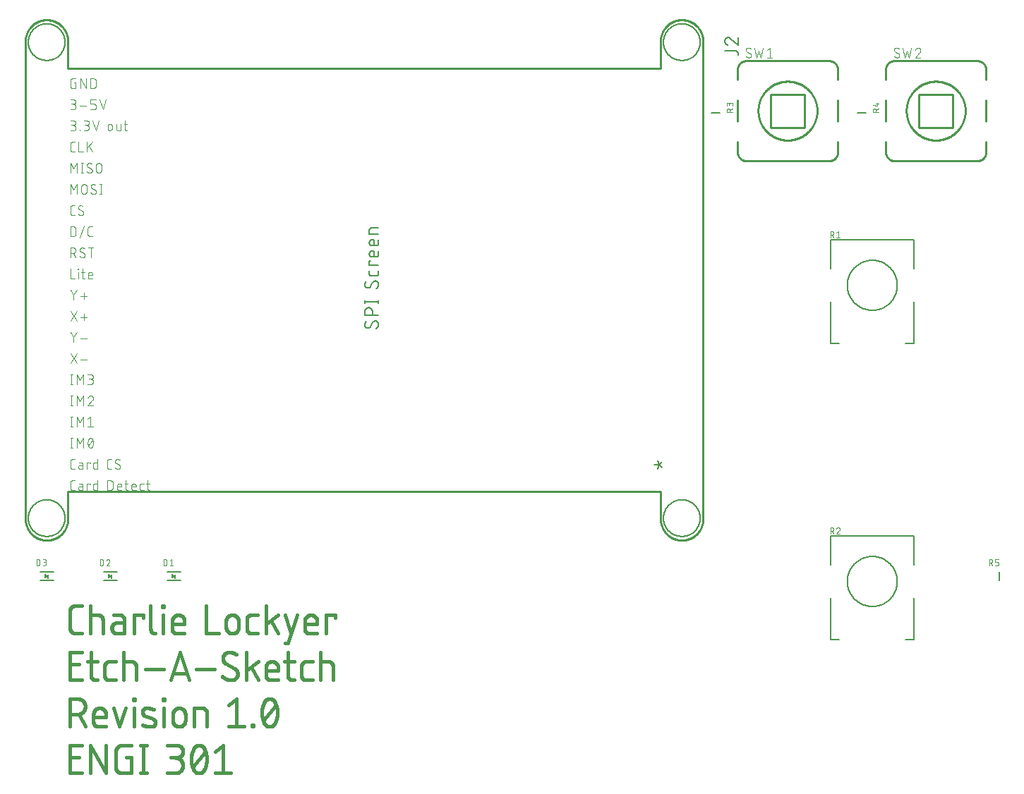
<source format=gbr>
G04 EAGLE Gerber RS-274X export*
G75*
%MOMM*%
%FSLAX34Y34*%
%LPD*%
%INSilkscreen Top*%
%IPPOS*%
%AMOC8*
5,1,8,0,0,1.08239X$1,22.5*%
G01*
%ADD10C,0.457200*%
%ADD11C,0.127000*%
%ADD12C,0.101600*%
%ADD13C,0.200000*%
%ADD14C,0.254000*%
%ADD15C,0.152400*%
%ADD16C,0.076200*%

G36*
X99605Y302176D02*
X99605Y302176D01*
X99705Y302175D01*
X99719Y302179D01*
X99731Y302179D01*
X99774Y302197D01*
X99884Y302233D01*
X103884Y304233D01*
X103919Y304259D01*
X103960Y304278D01*
X104009Y304326D01*
X104063Y304367D01*
X104088Y304404D01*
X104119Y304436D01*
X104148Y304498D01*
X104185Y304555D01*
X104195Y304599D01*
X104214Y304639D01*
X104219Y304708D01*
X104234Y304774D01*
X104228Y304819D01*
X104231Y304863D01*
X104212Y304929D01*
X104203Y304997D01*
X104182Y305036D01*
X104170Y305079D01*
X104129Y305134D01*
X104097Y305194D01*
X104063Y305224D01*
X104037Y305260D01*
X103966Y305309D01*
X103928Y305343D01*
X103907Y305351D01*
X103884Y305367D01*
X99884Y307367D01*
X99788Y307395D01*
X99694Y307427D01*
X99681Y307427D01*
X99668Y307431D01*
X99569Y307424D01*
X99469Y307421D01*
X99458Y307416D01*
X99445Y307415D01*
X99354Y307374D01*
X99262Y307336D01*
X99252Y307328D01*
X99240Y307322D01*
X99169Y307252D01*
X99096Y307185D01*
X99090Y307174D01*
X99081Y307164D01*
X99039Y307074D01*
X98993Y306985D01*
X98991Y306971D01*
X98986Y306961D01*
X98983Y306914D01*
X98966Y306800D01*
X98966Y302800D01*
X98983Y302702D01*
X98997Y302603D01*
X99003Y302592D01*
X99005Y302579D01*
X99056Y302493D01*
X99103Y302406D01*
X99113Y302397D01*
X99120Y302386D01*
X99197Y302323D01*
X99272Y302257D01*
X99284Y302253D01*
X99294Y302245D01*
X99388Y302213D01*
X99481Y302177D01*
X99494Y302177D01*
X99506Y302173D01*
X99605Y302176D01*
G37*
G36*
X175805Y302176D02*
X175805Y302176D01*
X175905Y302175D01*
X175919Y302179D01*
X175931Y302179D01*
X175974Y302197D01*
X176084Y302233D01*
X180084Y304233D01*
X180119Y304259D01*
X180160Y304278D01*
X180209Y304326D01*
X180263Y304367D01*
X180288Y304404D01*
X180319Y304436D01*
X180348Y304498D01*
X180385Y304555D01*
X180395Y304599D01*
X180414Y304639D01*
X180419Y304708D01*
X180434Y304774D01*
X180428Y304819D01*
X180431Y304863D01*
X180412Y304929D01*
X180403Y304997D01*
X180382Y305036D01*
X180370Y305079D01*
X180329Y305134D01*
X180297Y305194D01*
X180263Y305224D01*
X180237Y305260D01*
X180166Y305309D01*
X180128Y305343D01*
X180107Y305351D01*
X180084Y305367D01*
X176084Y307367D01*
X175988Y307395D01*
X175894Y307427D01*
X175881Y307427D01*
X175868Y307431D01*
X175769Y307424D01*
X175669Y307421D01*
X175658Y307416D01*
X175645Y307415D01*
X175554Y307374D01*
X175462Y307336D01*
X175452Y307328D01*
X175440Y307322D01*
X175369Y307252D01*
X175296Y307185D01*
X175290Y307174D01*
X175281Y307164D01*
X175239Y307074D01*
X175193Y306985D01*
X175191Y306971D01*
X175186Y306961D01*
X175183Y306914D01*
X175166Y306800D01*
X175166Y302800D01*
X175183Y302702D01*
X175197Y302603D01*
X175203Y302592D01*
X175205Y302579D01*
X175256Y302493D01*
X175303Y302406D01*
X175313Y302397D01*
X175320Y302386D01*
X175397Y302323D01*
X175472Y302257D01*
X175484Y302253D01*
X175494Y302245D01*
X175588Y302213D01*
X175681Y302177D01*
X175694Y302177D01*
X175706Y302173D01*
X175805Y302176D01*
G37*
G36*
X252005Y302176D02*
X252005Y302176D01*
X252105Y302175D01*
X252119Y302179D01*
X252131Y302179D01*
X252174Y302197D01*
X252284Y302233D01*
X256284Y304233D01*
X256319Y304259D01*
X256360Y304278D01*
X256409Y304326D01*
X256463Y304367D01*
X256488Y304404D01*
X256519Y304436D01*
X256548Y304498D01*
X256585Y304555D01*
X256595Y304599D01*
X256614Y304639D01*
X256619Y304708D01*
X256634Y304774D01*
X256628Y304819D01*
X256631Y304863D01*
X256612Y304929D01*
X256603Y304997D01*
X256582Y305036D01*
X256570Y305079D01*
X256529Y305134D01*
X256497Y305194D01*
X256463Y305224D01*
X256437Y305260D01*
X256366Y305309D01*
X256328Y305343D01*
X256307Y305351D01*
X256284Y305367D01*
X252284Y307367D01*
X252188Y307395D01*
X252094Y307427D01*
X252081Y307427D01*
X252068Y307431D01*
X251969Y307424D01*
X251869Y307421D01*
X251858Y307416D01*
X251845Y307415D01*
X251754Y307374D01*
X251662Y307336D01*
X251652Y307328D01*
X251640Y307322D01*
X251569Y307252D01*
X251496Y307185D01*
X251490Y307174D01*
X251481Y307164D01*
X251439Y307074D01*
X251393Y306985D01*
X251391Y306971D01*
X251386Y306961D01*
X251383Y306914D01*
X251366Y306800D01*
X251366Y302800D01*
X251383Y302702D01*
X251397Y302603D01*
X251403Y302592D01*
X251405Y302579D01*
X251456Y302493D01*
X251503Y302406D01*
X251513Y302397D01*
X251520Y302386D01*
X251597Y302323D01*
X251672Y302257D01*
X251684Y302253D01*
X251694Y302245D01*
X251788Y302213D01*
X251881Y302177D01*
X251894Y302177D01*
X251906Y302173D01*
X252005Y302176D01*
G37*
D10*
X144187Y235966D02*
X136737Y235966D01*
X136557Y235968D01*
X136377Y235975D01*
X136197Y235986D01*
X136018Y236001D01*
X135839Y236020D01*
X135660Y236044D01*
X135483Y236072D01*
X135305Y236105D01*
X135129Y236142D01*
X134954Y236183D01*
X134780Y236228D01*
X134606Y236277D01*
X134435Y236331D01*
X134264Y236388D01*
X134095Y236450D01*
X133927Y236516D01*
X133761Y236586D01*
X133597Y236660D01*
X133435Y236738D01*
X133274Y236819D01*
X133116Y236905D01*
X132960Y236994D01*
X132806Y237088D01*
X132654Y237184D01*
X132504Y237285D01*
X132357Y237389D01*
X132213Y237497D01*
X132071Y237608D01*
X131932Y237722D01*
X131796Y237840D01*
X131663Y237961D01*
X131532Y238085D01*
X131405Y238212D01*
X131281Y238343D01*
X131160Y238476D01*
X131042Y238612D01*
X130928Y238751D01*
X130817Y238893D01*
X130709Y239037D01*
X130605Y239184D01*
X130504Y239334D01*
X130408Y239486D01*
X130314Y239640D01*
X130225Y239796D01*
X130139Y239954D01*
X130058Y240115D01*
X129980Y240277D01*
X129906Y240441D01*
X129836Y240607D01*
X129770Y240775D01*
X129708Y240944D01*
X129651Y241115D01*
X129597Y241286D01*
X129548Y241460D01*
X129503Y241634D01*
X129462Y241809D01*
X129425Y241985D01*
X129392Y242163D01*
X129364Y242340D01*
X129340Y242519D01*
X129321Y242698D01*
X129306Y242877D01*
X129295Y243057D01*
X129288Y243237D01*
X129286Y243417D01*
X129286Y262043D01*
X129288Y262226D01*
X129295Y262409D01*
X129306Y262591D01*
X129322Y262773D01*
X129342Y262955D01*
X129367Y263136D01*
X129396Y263317D01*
X129429Y263497D01*
X129467Y263676D01*
X129509Y263853D01*
X129556Y264030D01*
X129607Y264206D01*
X129662Y264380D01*
X129722Y264553D01*
X129785Y264725D01*
X129853Y264894D01*
X129925Y265062D01*
X130001Y265229D01*
X130082Y265393D01*
X130166Y265555D01*
X130254Y265716D01*
X130346Y265874D01*
X130442Y266029D01*
X130542Y266183D01*
X130645Y266333D01*
X130752Y266482D01*
X130863Y266627D01*
X130977Y266770D01*
X131095Y266910D01*
X131216Y267047D01*
X131341Y267181D01*
X131468Y267312D01*
X131599Y267439D01*
X131733Y267564D01*
X131870Y267685D01*
X132010Y267803D01*
X132153Y267917D01*
X132298Y268028D01*
X132447Y268135D01*
X132597Y268238D01*
X132751Y268338D01*
X132906Y268434D01*
X133064Y268526D01*
X133225Y268614D01*
X133387Y268698D01*
X133551Y268779D01*
X133718Y268855D01*
X133886Y268927D01*
X134055Y268995D01*
X134227Y269058D01*
X134400Y269118D01*
X134574Y269173D01*
X134750Y269224D01*
X134927Y269271D01*
X135104Y269313D01*
X135283Y269351D01*
X135463Y269384D01*
X135644Y269413D01*
X135825Y269438D01*
X136007Y269458D01*
X136189Y269474D01*
X136371Y269485D01*
X136554Y269492D01*
X136737Y269494D01*
X144187Y269494D01*
X154017Y269494D02*
X154017Y235966D01*
X154017Y258318D02*
X163330Y258318D01*
X163479Y258316D01*
X163627Y258310D01*
X163776Y258300D01*
X163924Y258286D01*
X164072Y258269D01*
X164219Y258247D01*
X164365Y258221D01*
X164511Y258192D01*
X164656Y258158D01*
X164800Y258121D01*
X164943Y258080D01*
X165085Y258035D01*
X165226Y257987D01*
X165365Y257934D01*
X165503Y257878D01*
X165639Y257819D01*
X165774Y257755D01*
X165907Y257689D01*
X166038Y257618D01*
X166167Y257544D01*
X166294Y257467D01*
X166419Y257387D01*
X166542Y257303D01*
X166663Y257216D01*
X166781Y257125D01*
X166897Y257032D01*
X167010Y256935D01*
X167120Y256836D01*
X167228Y256734D01*
X167334Y256628D01*
X167436Y256520D01*
X167535Y256410D01*
X167632Y256297D01*
X167725Y256181D01*
X167816Y256063D01*
X167903Y255942D01*
X167987Y255819D01*
X168067Y255694D01*
X168144Y255567D01*
X168218Y255438D01*
X168289Y255307D01*
X168355Y255174D01*
X168419Y255039D01*
X168478Y254903D01*
X168534Y254765D01*
X168587Y254626D01*
X168635Y254485D01*
X168680Y254343D01*
X168721Y254200D01*
X168758Y254056D01*
X168792Y253911D01*
X168821Y253765D01*
X168847Y253619D01*
X168869Y253472D01*
X168886Y253324D01*
X168900Y253176D01*
X168910Y253027D01*
X168916Y252879D01*
X168918Y252730D01*
X168918Y235966D01*
X186230Y249005D02*
X194612Y249005D01*
X186230Y249004D02*
X186070Y249002D01*
X185910Y248996D01*
X185750Y248986D01*
X185591Y248973D01*
X185432Y248955D01*
X185273Y248933D01*
X185115Y248908D01*
X184958Y248879D01*
X184802Y248846D01*
X184646Y248809D01*
X184491Y248768D01*
X184338Y248723D01*
X184185Y248675D01*
X184034Y248623D01*
X183884Y248567D01*
X183735Y248508D01*
X183588Y248445D01*
X183443Y248378D01*
X183299Y248308D01*
X183157Y248234D01*
X183017Y248157D01*
X182879Y248077D01*
X182742Y247993D01*
X182608Y247905D01*
X182476Y247815D01*
X182347Y247721D01*
X182219Y247624D01*
X182094Y247524D01*
X181972Y247421D01*
X181852Y247315D01*
X181735Y247206D01*
X181620Y247095D01*
X181509Y246980D01*
X181400Y246863D01*
X181294Y246743D01*
X181191Y246621D01*
X181091Y246496D01*
X180994Y246368D01*
X180900Y246239D01*
X180810Y246107D01*
X180722Y245973D01*
X180638Y245836D01*
X180558Y245698D01*
X180481Y245558D01*
X180407Y245416D01*
X180337Y245272D01*
X180270Y245127D01*
X180207Y244980D01*
X180148Y244831D01*
X180092Y244681D01*
X180040Y244530D01*
X179992Y244377D01*
X179947Y244224D01*
X179906Y244069D01*
X179869Y243913D01*
X179836Y243757D01*
X179807Y243600D01*
X179782Y243442D01*
X179760Y243283D01*
X179742Y243124D01*
X179729Y242965D01*
X179719Y242805D01*
X179713Y242645D01*
X179711Y242485D01*
X179713Y242325D01*
X179719Y242165D01*
X179729Y242005D01*
X179742Y241846D01*
X179760Y241687D01*
X179782Y241528D01*
X179807Y241370D01*
X179836Y241213D01*
X179869Y241057D01*
X179906Y240901D01*
X179947Y240746D01*
X179992Y240593D01*
X180040Y240440D01*
X180092Y240289D01*
X180148Y240139D01*
X180207Y239990D01*
X180270Y239843D01*
X180337Y239698D01*
X180407Y239554D01*
X180481Y239412D01*
X180558Y239272D01*
X180638Y239134D01*
X180722Y238997D01*
X180810Y238863D01*
X180900Y238731D01*
X180994Y238602D01*
X181091Y238474D01*
X181191Y238349D01*
X181294Y238227D01*
X181400Y238107D01*
X181509Y237990D01*
X181620Y237875D01*
X181735Y237764D01*
X181852Y237655D01*
X181972Y237549D01*
X182094Y237446D01*
X182219Y237346D01*
X182347Y237249D01*
X182476Y237155D01*
X182608Y237065D01*
X182742Y236977D01*
X182879Y236893D01*
X183017Y236813D01*
X183157Y236736D01*
X183299Y236662D01*
X183443Y236592D01*
X183588Y236525D01*
X183735Y236462D01*
X183884Y236403D01*
X184034Y236347D01*
X184185Y236295D01*
X184338Y236247D01*
X184491Y236202D01*
X184646Y236161D01*
X184802Y236124D01*
X184958Y236091D01*
X185115Y236062D01*
X185273Y236037D01*
X185432Y236015D01*
X185591Y235997D01*
X185750Y235984D01*
X185910Y235974D01*
X186070Y235968D01*
X186230Y235966D01*
X194612Y235966D01*
X194612Y252730D01*
X194610Y252879D01*
X194604Y253027D01*
X194594Y253176D01*
X194580Y253324D01*
X194563Y253472D01*
X194541Y253619D01*
X194515Y253765D01*
X194486Y253911D01*
X194452Y254056D01*
X194415Y254200D01*
X194374Y254343D01*
X194329Y254485D01*
X194281Y254626D01*
X194228Y254765D01*
X194172Y254903D01*
X194113Y255039D01*
X194049Y255174D01*
X193983Y255307D01*
X193912Y255438D01*
X193838Y255567D01*
X193761Y255694D01*
X193681Y255819D01*
X193597Y255942D01*
X193510Y256063D01*
X193419Y256181D01*
X193326Y256297D01*
X193229Y256410D01*
X193130Y256520D01*
X193028Y256628D01*
X192922Y256734D01*
X192814Y256836D01*
X192704Y256935D01*
X192591Y257032D01*
X192475Y257125D01*
X192357Y257216D01*
X192236Y257303D01*
X192113Y257387D01*
X191988Y257467D01*
X191861Y257544D01*
X191732Y257618D01*
X191601Y257689D01*
X191468Y257755D01*
X191333Y257819D01*
X191197Y257878D01*
X191059Y257934D01*
X190920Y257987D01*
X190779Y258035D01*
X190637Y258080D01*
X190494Y258121D01*
X190350Y258158D01*
X190205Y258192D01*
X190059Y258221D01*
X189913Y258247D01*
X189766Y258269D01*
X189618Y258286D01*
X189470Y258300D01*
X189321Y258310D01*
X189173Y258316D01*
X189024Y258318D01*
X181573Y258318D01*
X206438Y258318D02*
X206438Y235966D01*
X206438Y258318D02*
X217614Y258318D01*
X217614Y254593D01*
X226322Y241554D02*
X226322Y269494D01*
X226322Y241554D02*
X226324Y241405D01*
X226330Y241257D01*
X226340Y241108D01*
X226354Y240960D01*
X226371Y240812D01*
X226393Y240665D01*
X226419Y240519D01*
X226448Y240373D01*
X226482Y240228D01*
X226519Y240084D01*
X226560Y239941D01*
X226605Y239799D01*
X226653Y239658D01*
X226706Y239519D01*
X226762Y239381D01*
X226821Y239245D01*
X226885Y239110D01*
X226951Y238977D01*
X227022Y238846D01*
X227096Y238717D01*
X227173Y238590D01*
X227253Y238465D01*
X227337Y238342D01*
X227424Y238221D01*
X227515Y238103D01*
X227608Y237987D01*
X227705Y237874D01*
X227804Y237764D01*
X227906Y237656D01*
X228012Y237550D01*
X228120Y237448D01*
X228230Y237349D01*
X228343Y237252D01*
X228459Y237159D01*
X228577Y237068D01*
X228698Y236981D01*
X228821Y236897D01*
X228946Y236817D01*
X229073Y236740D01*
X229202Y236666D01*
X229333Y236595D01*
X229466Y236529D01*
X229601Y236465D01*
X229737Y236406D01*
X229875Y236350D01*
X230014Y236297D01*
X230155Y236249D01*
X230297Y236204D01*
X230440Y236163D01*
X230584Y236126D01*
X230729Y236092D01*
X230875Y236063D01*
X231021Y236037D01*
X231168Y236015D01*
X231316Y235998D01*
X231464Y235984D01*
X231613Y235974D01*
X231761Y235968D01*
X231910Y235966D01*
X241478Y235966D02*
X241478Y258318D01*
X240546Y267631D02*
X240546Y269494D01*
X242409Y269494D01*
X242409Y267631D01*
X240546Y267631D01*
X257713Y235966D02*
X267026Y235966D01*
X257713Y235966D02*
X257564Y235968D01*
X257416Y235974D01*
X257267Y235984D01*
X257119Y235998D01*
X256971Y236015D01*
X256824Y236037D01*
X256678Y236063D01*
X256532Y236092D01*
X256387Y236126D01*
X256243Y236163D01*
X256100Y236204D01*
X255958Y236249D01*
X255817Y236297D01*
X255678Y236350D01*
X255540Y236406D01*
X255404Y236465D01*
X255269Y236529D01*
X255136Y236595D01*
X255005Y236666D01*
X254876Y236740D01*
X254749Y236817D01*
X254624Y236897D01*
X254501Y236981D01*
X254380Y237068D01*
X254262Y237159D01*
X254146Y237252D01*
X254033Y237349D01*
X253923Y237448D01*
X253815Y237550D01*
X253709Y237656D01*
X253607Y237764D01*
X253508Y237874D01*
X253411Y237987D01*
X253318Y238103D01*
X253227Y238221D01*
X253140Y238342D01*
X253056Y238465D01*
X252976Y238590D01*
X252899Y238717D01*
X252825Y238846D01*
X252754Y238977D01*
X252688Y239110D01*
X252624Y239245D01*
X252565Y239381D01*
X252509Y239519D01*
X252456Y239658D01*
X252408Y239799D01*
X252363Y239941D01*
X252322Y240084D01*
X252285Y240228D01*
X252251Y240373D01*
X252222Y240519D01*
X252196Y240665D01*
X252174Y240812D01*
X252157Y240960D01*
X252143Y241108D01*
X252133Y241257D01*
X252127Y241405D01*
X252125Y241554D01*
X252125Y250867D01*
X252124Y250867D02*
X252126Y251048D01*
X252133Y251230D01*
X252144Y251411D01*
X252159Y251592D01*
X252179Y251772D01*
X252203Y251952D01*
X252232Y252131D01*
X252265Y252309D01*
X252302Y252487D01*
X252344Y252664D01*
X252390Y252839D01*
X252440Y253014D01*
X252494Y253187D01*
X252553Y253358D01*
X252616Y253529D01*
X252683Y253697D01*
X252753Y253864D01*
X252829Y254030D01*
X252908Y254193D01*
X252990Y254354D01*
X253077Y254514D01*
X253168Y254671D01*
X253263Y254826D01*
X253361Y254978D01*
X253463Y255128D01*
X253568Y255276D01*
X253678Y255421D01*
X253790Y255563D01*
X253906Y255703D01*
X254026Y255839D01*
X254148Y255973D01*
X254274Y256103D01*
X254403Y256231D01*
X254536Y256355D01*
X254671Y256476D01*
X254809Y256594D01*
X254950Y256709D01*
X255093Y256819D01*
X255240Y256927D01*
X255388Y257031D01*
X255540Y257131D01*
X255693Y257227D01*
X255850Y257320D01*
X256008Y257409D01*
X256168Y257493D01*
X256330Y257574D01*
X256495Y257652D01*
X256661Y257724D01*
X256829Y257793D01*
X256998Y257858D01*
X257169Y257919D01*
X257342Y257975D01*
X257515Y258028D01*
X257690Y258076D01*
X257866Y258119D01*
X258044Y258159D01*
X258222Y258194D01*
X258400Y258225D01*
X258580Y258251D01*
X258760Y258273D01*
X258941Y258291D01*
X259122Y258304D01*
X259303Y258313D01*
X259484Y258317D01*
X259666Y258317D01*
X259847Y258313D01*
X260028Y258304D01*
X260209Y258291D01*
X260390Y258273D01*
X260570Y258251D01*
X260750Y258225D01*
X260928Y258194D01*
X261106Y258159D01*
X261284Y258119D01*
X261460Y258076D01*
X261635Y258028D01*
X261808Y257975D01*
X261981Y257919D01*
X262152Y257858D01*
X262321Y257793D01*
X262489Y257724D01*
X262655Y257652D01*
X262820Y257574D01*
X262982Y257493D01*
X263142Y257409D01*
X263301Y257320D01*
X263457Y257227D01*
X263610Y257131D01*
X263762Y257031D01*
X263910Y256927D01*
X264057Y256819D01*
X264200Y256709D01*
X264341Y256594D01*
X264479Y256476D01*
X264614Y256355D01*
X264747Y256231D01*
X264876Y256103D01*
X265002Y255973D01*
X265124Y255839D01*
X265244Y255703D01*
X265360Y255563D01*
X265472Y255421D01*
X265582Y255276D01*
X265687Y255128D01*
X265789Y254978D01*
X265887Y254826D01*
X265982Y254671D01*
X266073Y254514D01*
X266160Y254354D01*
X266242Y254193D01*
X266321Y254030D01*
X266397Y253864D01*
X266467Y253697D01*
X266534Y253529D01*
X266597Y253358D01*
X266656Y253187D01*
X266710Y253014D01*
X266760Y252839D01*
X266806Y252664D01*
X266848Y252487D01*
X266885Y252309D01*
X266918Y252131D01*
X266947Y251952D01*
X266971Y251772D01*
X266991Y251592D01*
X267006Y251411D01*
X267017Y251230D01*
X267024Y251048D01*
X267026Y250867D01*
X267026Y247142D01*
X252125Y247142D01*
X293138Y235966D02*
X293138Y269494D01*
X293138Y235966D02*
X308040Y235966D01*
X316894Y243417D02*
X316894Y250867D01*
X316896Y251048D01*
X316903Y251230D01*
X316914Y251411D01*
X316929Y251592D01*
X316949Y251772D01*
X316973Y251952D01*
X317002Y252131D01*
X317035Y252309D01*
X317072Y252487D01*
X317114Y252664D01*
X317160Y252839D01*
X317210Y253014D01*
X317264Y253187D01*
X317323Y253358D01*
X317386Y253529D01*
X317453Y253697D01*
X317523Y253864D01*
X317599Y254030D01*
X317678Y254193D01*
X317760Y254354D01*
X317847Y254514D01*
X317938Y254671D01*
X318033Y254826D01*
X318131Y254978D01*
X318233Y255128D01*
X318338Y255276D01*
X318448Y255421D01*
X318560Y255563D01*
X318676Y255703D01*
X318796Y255839D01*
X318918Y255973D01*
X319044Y256103D01*
X319173Y256231D01*
X319306Y256355D01*
X319441Y256476D01*
X319579Y256594D01*
X319720Y256709D01*
X319863Y256819D01*
X320010Y256927D01*
X320158Y257031D01*
X320310Y257131D01*
X320463Y257227D01*
X320620Y257320D01*
X320778Y257409D01*
X320938Y257493D01*
X321100Y257574D01*
X321265Y257652D01*
X321431Y257724D01*
X321599Y257793D01*
X321768Y257858D01*
X321939Y257919D01*
X322112Y257975D01*
X322285Y258028D01*
X322460Y258076D01*
X322636Y258119D01*
X322814Y258159D01*
X322992Y258194D01*
X323170Y258225D01*
X323350Y258251D01*
X323530Y258273D01*
X323711Y258291D01*
X323892Y258304D01*
X324073Y258313D01*
X324254Y258317D01*
X324436Y258317D01*
X324617Y258313D01*
X324798Y258304D01*
X324979Y258291D01*
X325160Y258273D01*
X325340Y258251D01*
X325520Y258225D01*
X325698Y258194D01*
X325876Y258159D01*
X326054Y258119D01*
X326230Y258076D01*
X326405Y258028D01*
X326578Y257975D01*
X326751Y257919D01*
X326922Y257858D01*
X327091Y257793D01*
X327259Y257724D01*
X327425Y257652D01*
X327590Y257574D01*
X327752Y257493D01*
X327912Y257409D01*
X328071Y257320D01*
X328227Y257227D01*
X328380Y257131D01*
X328532Y257031D01*
X328680Y256927D01*
X328827Y256819D01*
X328970Y256709D01*
X329111Y256594D01*
X329249Y256476D01*
X329384Y256355D01*
X329517Y256231D01*
X329646Y256103D01*
X329772Y255973D01*
X329894Y255839D01*
X330014Y255703D01*
X330130Y255563D01*
X330242Y255421D01*
X330352Y255276D01*
X330457Y255128D01*
X330559Y254978D01*
X330657Y254826D01*
X330752Y254671D01*
X330843Y254514D01*
X330930Y254354D01*
X331012Y254193D01*
X331091Y254030D01*
X331167Y253864D01*
X331237Y253697D01*
X331304Y253529D01*
X331367Y253358D01*
X331426Y253187D01*
X331480Y253014D01*
X331530Y252839D01*
X331576Y252664D01*
X331618Y252487D01*
X331655Y252309D01*
X331688Y252131D01*
X331717Y251952D01*
X331741Y251772D01*
X331761Y251592D01*
X331776Y251411D01*
X331787Y251230D01*
X331794Y251048D01*
X331796Y250867D01*
X331796Y243417D01*
X331794Y243236D01*
X331787Y243054D01*
X331776Y242873D01*
X331761Y242692D01*
X331741Y242512D01*
X331717Y242332D01*
X331688Y242153D01*
X331655Y241975D01*
X331618Y241797D01*
X331576Y241620D01*
X331530Y241445D01*
X331480Y241270D01*
X331426Y241097D01*
X331367Y240926D01*
X331304Y240755D01*
X331237Y240587D01*
X331167Y240420D01*
X331091Y240254D01*
X331012Y240091D01*
X330930Y239930D01*
X330843Y239770D01*
X330752Y239613D01*
X330657Y239458D01*
X330559Y239306D01*
X330457Y239156D01*
X330352Y239008D01*
X330242Y238863D01*
X330130Y238721D01*
X330014Y238581D01*
X329894Y238445D01*
X329772Y238311D01*
X329646Y238181D01*
X329517Y238053D01*
X329384Y237929D01*
X329249Y237808D01*
X329111Y237690D01*
X328970Y237575D01*
X328827Y237465D01*
X328680Y237357D01*
X328532Y237253D01*
X328380Y237153D01*
X328227Y237057D01*
X328071Y236964D01*
X327912Y236875D01*
X327752Y236791D01*
X327590Y236710D01*
X327425Y236632D01*
X327259Y236560D01*
X327091Y236491D01*
X326922Y236426D01*
X326751Y236365D01*
X326578Y236309D01*
X326405Y236256D01*
X326230Y236208D01*
X326054Y236165D01*
X325876Y236125D01*
X325698Y236090D01*
X325520Y236059D01*
X325340Y236033D01*
X325160Y236011D01*
X324979Y235993D01*
X324798Y235980D01*
X324617Y235971D01*
X324436Y235967D01*
X324254Y235967D01*
X324073Y235971D01*
X323892Y235980D01*
X323711Y235993D01*
X323530Y236011D01*
X323350Y236033D01*
X323170Y236059D01*
X322992Y236090D01*
X322814Y236125D01*
X322636Y236165D01*
X322460Y236208D01*
X322285Y236256D01*
X322112Y236309D01*
X321939Y236365D01*
X321768Y236426D01*
X321599Y236491D01*
X321431Y236560D01*
X321265Y236632D01*
X321100Y236710D01*
X320938Y236791D01*
X320778Y236875D01*
X320620Y236964D01*
X320463Y237057D01*
X320310Y237153D01*
X320158Y237253D01*
X320010Y237357D01*
X319863Y237465D01*
X319720Y237575D01*
X319579Y237690D01*
X319441Y237808D01*
X319306Y237929D01*
X319173Y238053D01*
X319044Y238181D01*
X318918Y238311D01*
X318796Y238445D01*
X318676Y238581D01*
X318560Y238721D01*
X318448Y238863D01*
X318338Y239008D01*
X318233Y239156D01*
X318131Y239306D01*
X318033Y239458D01*
X317938Y239613D01*
X317847Y239770D01*
X317760Y239930D01*
X317678Y240091D01*
X317599Y240254D01*
X317523Y240420D01*
X317453Y240587D01*
X317386Y240755D01*
X317323Y240926D01*
X317264Y241097D01*
X317210Y241270D01*
X317160Y241445D01*
X317114Y241620D01*
X317072Y241797D01*
X317035Y241975D01*
X317002Y242153D01*
X316973Y242332D01*
X316949Y242512D01*
X316929Y242692D01*
X316914Y242873D01*
X316903Y243054D01*
X316896Y243236D01*
X316894Y243417D01*
X347256Y235966D02*
X354707Y235966D01*
X347256Y235966D02*
X347107Y235968D01*
X346959Y235974D01*
X346810Y235984D01*
X346662Y235998D01*
X346514Y236015D01*
X346367Y236037D01*
X346221Y236063D01*
X346075Y236092D01*
X345930Y236126D01*
X345786Y236163D01*
X345643Y236204D01*
X345501Y236249D01*
X345360Y236297D01*
X345221Y236350D01*
X345083Y236406D01*
X344947Y236465D01*
X344812Y236529D01*
X344679Y236595D01*
X344548Y236666D01*
X344419Y236740D01*
X344292Y236817D01*
X344167Y236897D01*
X344044Y236981D01*
X343923Y237068D01*
X343805Y237159D01*
X343689Y237252D01*
X343576Y237349D01*
X343466Y237448D01*
X343358Y237550D01*
X343252Y237656D01*
X343150Y237764D01*
X343051Y237874D01*
X342954Y237987D01*
X342861Y238103D01*
X342770Y238221D01*
X342683Y238342D01*
X342599Y238465D01*
X342519Y238590D01*
X342442Y238717D01*
X342368Y238846D01*
X342297Y238977D01*
X342231Y239110D01*
X342167Y239245D01*
X342108Y239381D01*
X342052Y239519D01*
X341999Y239658D01*
X341951Y239799D01*
X341906Y239941D01*
X341865Y240084D01*
X341828Y240228D01*
X341794Y240373D01*
X341765Y240519D01*
X341739Y240665D01*
X341717Y240812D01*
X341700Y240960D01*
X341686Y241108D01*
X341676Y241257D01*
X341670Y241405D01*
X341668Y241554D01*
X341668Y252730D01*
X341670Y252879D01*
X341676Y253027D01*
X341686Y253176D01*
X341700Y253324D01*
X341717Y253472D01*
X341739Y253619D01*
X341765Y253765D01*
X341794Y253911D01*
X341828Y254056D01*
X341865Y254200D01*
X341906Y254343D01*
X341951Y254485D01*
X341999Y254626D01*
X342052Y254765D01*
X342108Y254903D01*
X342167Y255039D01*
X342231Y255174D01*
X342297Y255307D01*
X342368Y255438D01*
X342442Y255567D01*
X342519Y255694D01*
X342599Y255819D01*
X342683Y255942D01*
X342770Y256063D01*
X342861Y256181D01*
X342954Y256297D01*
X343051Y256410D01*
X343150Y256520D01*
X343252Y256628D01*
X343358Y256734D01*
X343466Y256836D01*
X343576Y256935D01*
X343689Y257032D01*
X343805Y257125D01*
X343923Y257216D01*
X344044Y257303D01*
X344167Y257387D01*
X344292Y257467D01*
X344419Y257544D01*
X344548Y257618D01*
X344679Y257689D01*
X344812Y257755D01*
X344947Y257819D01*
X345083Y257878D01*
X345221Y257934D01*
X345360Y257987D01*
X345501Y258035D01*
X345643Y258080D01*
X345786Y258121D01*
X345930Y258158D01*
X346075Y258192D01*
X346221Y258221D01*
X346367Y258247D01*
X346514Y258269D01*
X346662Y258286D01*
X346810Y258300D01*
X346959Y258310D01*
X347107Y258316D01*
X347256Y258318D01*
X354707Y258318D01*
X364576Y269494D02*
X364576Y235966D01*
X364576Y247142D02*
X379477Y258318D01*
X371095Y251799D02*
X379477Y235966D01*
X387379Y224790D02*
X391105Y224790D01*
X402281Y258318D01*
X387379Y258318D02*
X394830Y235966D01*
X416780Y235966D02*
X426093Y235966D01*
X416780Y235966D02*
X416631Y235968D01*
X416483Y235974D01*
X416334Y235984D01*
X416186Y235998D01*
X416038Y236015D01*
X415891Y236037D01*
X415745Y236063D01*
X415599Y236092D01*
X415454Y236126D01*
X415310Y236163D01*
X415167Y236204D01*
X415025Y236249D01*
X414884Y236297D01*
X414745Y236350D01*
X414607Y236406D01*
X414471Y236465D01*
X414336Y236529D01*
X414203Y236595D01*
X414072Y236666D01*
X413943Y236740D01*
X413816Y236817D01*
X413691Y236897D01*
X413568Y236981D01*
X413447Y237068D01*
X413329Y237159D01*
X413213Y237252D01*
X413100Y237349D01*
X412990Y237448D01*
X412882Y237550D01*
X412776Y237656D01*
X412674Y237764D01*
X412575Y237874D01*
X412478Y237987D01*
X412385Y238103D01*
X412294Y238221D01*
X412207Y238342D01*
X412123Y238465D01*
X412043Y238590D01*
X411966Y238717D01*
X411892Y238846D01*
X411821Y238977D01*
X411755Y239110D01*
X411691Y239245D01*
X411632Y239381D01*
X411576Y239519D01*
X411523Y239658D01*
X411475Y239799D01*
X411430Y239941D01*
X411389Y240084D01*
X411352Y240228D01*
X411318Y240373D01*
X411289Y240519D01*
X411263Y240665D01*
X411241Y240812D01*
X411224Y240960D01*
X411210Y241108D01*
X411200Y241257D01*
X411194Y241405D01*
X411192Y241554D01*
X411192Y250867D01*
X411194Y251048D01*
X411201Y251230D01*
X411212Y251411D01*
X411227Y251592D01*
X411247Y251772D01*
X411271Y251952D01*
X411300Y252131D01*
X411333Y252309D01*
X411370Y252487D01*
X411412Y252664D01*
X411458Y252839D01*
X411508Y253014D01*
X411562Y253187D01*
X411621Y253358D01*
X411684Y253529D01*
X411751Y253697D01*
X411821Y253864D01*
X411897Y254030D01*
X411976Y254193D01*
X412058Y254354D01*
X412145Y254514D01*
X412236Y254671D01*
X412331Y254826D01*
X412429Y254978D01*
X412531Y255128D01*
X412636Y255276D01*
X412746Y255421D01*
X412858Y255563D01*
X412974Y255703D01*
X413094Y255839D01*
X413216Y255973D01*
X413342Y256103D01*
X413471Y256231D01*
X413604Y256355D01*
X413739Y256476D01*
X413877Y256594D01*
X414018Y256709D01*
X414161Y256819D01*
X414308Y256927D01*
X414456Y257031D01*
X414608Y257131D01*
X414761Y257227D01*
X414918Y257320D01*
X415076Y257409D01*
X415236Y257493D01*
X415398Y257574D01*
X415563Y257652D01*
X415729Y257724D01*
X415897Y257793D01*
X416066Y257858D01*
X416237Y257919D01*
X416410Y257975D01*
X416583Y258028D01*
X416758Y258076D01*
X416934Y258119D01*
X417112Y258159D01*
X417290Y258194D01*
X417468Y258225D01*
X417648Y258251D01*
X417828Y258273D01*
X418009Y258291D01*
X418190Y258304D01*
X418371Y258313D01*
X418552Y258317D01*
X418734Y258317D01*
X418915Y258313D01*
X419096Y258304D01*
X419277Y258291D01*
X419458Y258273D01*
X419638Y258251D01*
X419818Y258225D01*
X419996Y258194D01*
X420174Y258159D01*
X420352Y258119D01*
X420528Y258076D01*
X420703Y258028D01*
X420876Y257975D01*
X421049Y257919D01*
X421220Y257858D01*
X421389Y257793D01*
X421557Y257724D01*
X421723Y257652D01*
X421888Y257574D01*
X422050Y257493D01*
X422210Y257409D01*
X422369Y257320D01*
X422525Y257227D01*
X422678Y257131D01*
X422830Y257031D01*
X422978Y256927D01*
X423125Y256819D01*
X423268Y256709D01*
X423409Y256594D01*
X423547Y256476D01*
X423682Y256355D01*
X423815Y256231D01*
X423944Y256103D01*
X424070Y255973D01*
X424192Y255839D01*
X424312Y255703D01*
X424428Y255563D01*
X424540Y255421D01*
X424650Y255276D01*
X424755Y255128D01*
X424857Y254978D01*
X424955Y254826D01*
X425050Y254671D01*
X425141Y254514D01*
X425228Y254354D01*
X425310Y254193D01*
X425389Y254030D01*
X425465Y253864D01*
X425535Y253697D01*
X425602Y253529D01*
X425665Y253358D01*
X425724Y253187D01*
X425778Y253014D01*
X425828Y252839D01*
X425874Y252664D01*
X425916Y252487D01*
X425953Y252309D01*
X425986Y252131D01*
X426015Y251952D01*
X426039Y251772D01*
X426059Y251592D01*
X426074Y251411D01*
X426085Y251230D01*
X426092Y251048D01*
X426094Y250867D01*
X426093Y250867D02*
X426093Y247142D01*
X411192Y247142D01*
X436943Y235966D02*
X436943Y258318D01*
X448119Y258318D01*
X448119Y254593D01*
X144187Y180086D02*
X129286Y180086D01*
X129286Y213614D01*
X144187Y213614D01*
X140462Y198713D02*
X129286Y198713D01*
X151052Y202438D02*
X162228Y202438D01*
X154778Y213614D02*
X154778Y185674D01*
X154780Y185525D01*
X154786Y185377D01*
X154796Y185228D01*
X154810Y185080D01*
X154827Y184932D01*
X154849Y184785D01*
X154875Y184639D01*
X154904Y184493D01*
X154938Y184348D01*
X154975Y184204D01*
X155016Y184061D01*
X155061Y183919D01*
X155109Y183778D01*
X155162Y183639D01*
X155218Y183501D01*
X155277Y183365D01*
X155341Y183230D01*
X155407Y183097D01*
X155478Y182966D01*
X155552Y182837D01*
X155629Y182710D01*
X155709Y182585D01*
X155793Y182462D01*
X155880Y182341D01*
X155971Y182223D01*
X156064Y182107D01*
X156161Y181994D01*
X156260Y181884D01*
X156362Y181776D01*
X156468Y181670D01*
X156576Y181568D01*
X156686Y181469D01*
X156799Y181372D01*
X156915Y181279D01*
X157033Y181188D01*
X157154Y181101D01*
X157277Y181017D01*
X157402Y180937D01*
X157529Y180860D01*
X157658Y180786D01*
X157789Y180715D01*
X157922Y180649D01*
X158057Y180585D01*
X158193Y180526D01*
X158331Y180470D01*
X158470Y180417D01*
X158611Y180369D01*
X158753Y180324D01*
X158896Y180283D01*
X159040Y180246D01*
X159185Y180212D01*
X159331Y180183D01*
X159477Y180157D01*
X159624Y180135D01*
X159772Y180118D01*
X159920Y180104D01*
X160069Y180094D01*
X160217Y180088D01*
X160366Y180086D01*
X162228Y180086D01*
X176736Y180086D02*
X184187Y180086D01*
X176736Y180086D02*
X176587Y180088D01*
X176439Y180094D01*
X176290Y180104D01*
X176142Y180118D01*
X175994Y180135D01*
X175847Y180157D01*
X175701Y180183D01*
X175555Y180212D01*
X175410Y180246D01*
X175266Y180283D01*
X175123Y180324D01*
X174981Y180369D01*
X174840Y180417D01*
X174701Y180470D01*
X174563Y180526D01*
X174427Y180585D01*
X174292Y180649D01*
X174159Y180715D01*
X174028Y180786D01*
X173899Y180860D01*
X173772Y180937D01*
X173647Y181017D01*
X173524Y181101D01*
X173403Y181188D01*
X173285Y181279D01*
X173169Y181372D01*
X173056Y181469D01*
X172946Y181568D01*
X172838Y181670D01*
X172732Y181776D01*
X172630Y181884D01*
X172531Y181994D01*
X172434Y182107D01*
X172341Y182223D01*
X172250Y182341D01*
X172163Y182462D01*
X172079Y182585D01*
X171999Y182710D01*
X171922Y182837D01*
X171848Y182966D01*
X171777Y183097D01*
X171711Y183230D01*
X171647Y183365D01*
X171588Y183501D01*
X171532Y183639D01*
X171479Y183778D01*
X171431Y183919D01*
X171386Y184061D01*
X171345Y184204D01*
X171308Y184348D01*
X171274Y184493D01*
X171245Y184639D01*
X171219Y184785D01*
X171197Y184932D01*
X171180Y185080D01*
X171166Y185228D01*
X171156Y185377D01*
X171150Y185525D01*
X171148Y185674D01*
X171148Y196850D01*
X171150Y196999D01*
X171156Y197147D01*
X171166Y197296D01*
X171180Y197444D01*
X171197Y197592D01*
X171219Y197739D01*
X171245Y197885D01*
X171274Y198031D01*
X171308Y198176D01*
X171345Y198320D01*
X171386Y198463D01*
X171431Y198605D01*
X171479Y198746D01*
X171532Y198885D01*
X171588Y199023D01*
X171647Y199159D01*
X171711Y199294D01*
X171777Y199427D01*
X171848Y199558D01*
X171922Y199687D01*
X171999Y199814D01*
X172079Y199939D01*
X172163Y200062D01*
X172250Y200183D01*
X172341Y200301D01*
X172434Y200417D01*
X172531Y200530D01*
X172630Y200640D01*
X172732Y200748D01*
X172838Y200854D01*
X172946Y200956D01*
X173056Y201055D01*
X173169Y201152D01*
X173285Y201245D01*
X173403Y201336D01*
X173524Y201423D01*
X173647Y201507D01*
X173772Y201587D01*
X173899Y201664D01*
X174028Y201738D01*
X174159Y201809D01*
X174292Y201875D01*
X174427Y201939D01*
X174563Y201998D01*
X174701Y202054D01*
X174840Y202107D01*
X174981Y202155D01*
X175123Y202200D01*
X175266Y202241D01*
X175410Y202278D01*
X175555Y202312D01*
X175701Y202341D01*
X175847Y202367D01*
X175994Y202389D01*
X176142Y202406D01*
X176290Y202420D01*
X176439Y202430D01*
X176587Y202436D01*
X176736Y202438D01*
X184187Y202438D01*
X193999Y213614D02*
X193999Y180086D01*
X193999Y202438D02*
X203313Y202438D01*
X203462Y202436D01*
X203610Y202430D01*
X203759Y202420D01*
X203907Y202406D01*
X204055Y202389D01*
X204202Y202367D01*
X204348Y202341D01*
X204494Y202312D01*
X204639Y202278D01*
X204783Y202241D01*
X204926Y202200D01*
X205068Y202155D01*
X205209Y202107D01*
X205348Y202054D01*
X205486Y201998D01*
X205622Y201939D01*
X205757Y201875D01*
X205890Y201809D01*
X206021Y201738D01*
X206150Y201664D01*
X206277Y201587D01*
X206402Y201507D01*
X206525Y201423D01*
X206646Y201336D01*
X206764Y201245D01*
X206880Y201152D01*
X206993Y201055D01*
X207103Y200956D01*
X207211Y200854D01*
X207317Y200748D01*
X207419Y200640D01*
X207518Y200530D01*
X207615Y200417D01*
X207708Y200301D01*
X207799Y200183D01*
X207886Y200062D01*
X207970Y199939D01*
X208050Y199814D01*
X208127Y199687D01*
X208201Y199558D01*
X208272Y199427D01*
X208338Y199294D01*
X208402Y199159D01*
X208461Y199023D01*
X208517Y198885D01*
X208570Y198746D01*
X208618Y198605D01*
X208663Y198463D01*
X208704Y198320D01*
X208741Y198176D01*
X208775Y198031D01*
X208804Y197885D01*
X208830Y197739D01*
X208852Y197592D01*
X208869Y197444D01*
X208883Y197296D01*
X208893Y197147D01*
X208899Y196999D01*
X208901Y196850D01*
X208901Y180086D01*
X219802Y193125D02*
X242154Y193125D01*
X250282Y180086D02*
X261458Y213614D01*
X272634Y180086D01*
X269840Y188468D02*
X253076Y188468D01*
X280762Y193125D02*
X303114Y193125D01*
X323328Y180086D02*
X323511Y180088D01*
X323694Y180095D01*
X323876Y180106D01*
X324058Y180122D01*
X324240Y180142D01*
X324421Y180167D01*
X324602Y180196D01*
X324782Y180229D01*
X324961Y180267D01*
X325138Y180309D01*
X325315Y180356D01*
X325491Y180407D01*
X325665Y180462D01*
X325838Y180522D01*
X326010Y180585D01*
X326179Y180653D01*
X326347Y180725D01*
X326514Y180801D01*
X326678Y180882D01*
X326840Y180966D01*
X327001Y181054D01*
X327159Y181146D01*
X327314Y181242D01*
X327468Y181342D01*
X327618Y181445D01*
X327767Y181552D01*
X327912Y181663D01*
X328055Y181777D01*
X328195Y181895D01*
X328332Y182016D01*
X328466Y182141D01*
X328597Y182268D01*
X328724Y182399D01*
X328849Y182533D01*
X328970Y182670D01*
X329088Y182810D01*
X329202Y182953D01*
X329313Y183098D01*
X329420Y183247D01*
X329523Y183397D01*
X329623Y183551D01*
X329719Y183706D01*
X329811Y183864D01*
X329899Y184025D01*
X329983Y184187D01*
X330064Y184351D01*
X330140Y184518D01*
X330212Y184686D01*
X330280Y184855D01*
X330343Y185027D01*
X330403Y185200D01*
X330458Y185374D01*
X330509Y185550D01*
X330556Y185727D01*
X330598Y185904D01*
X330636Y186083D01*
X330669Y186263D01*
X330698Y186444D01*
X330723Y186625D01*
X330743Y186807D01*
X330759Y186989D01*
X330770Y187171D01*
X330777Y187354D01*
X330779Y187537D01*
X323328Y180086D02*
X322952Y180091D01*
X322575Y180104D01*
X322199Y180127D01*
X321824Y180158D01*
X321450Y180198D01*
X321076Y180248D01*
X320704Y180306D01*
X320334Y180373D01*
X319965Y180450D01*
X319598Y180534D01*
X319233Y180628D01*
X318871Y180730D01*
X318511Y180841D01*
X318154Y180961D01*
X317800Y181089D01*
X317449Y181225D01*
X317101Y181370D01*
X316757Y181523D01*
X316417Y181685D01*
X316081Y181854D01*
X315748Y182031D01*
X315420Y182217D01*
X315097Y182410D01*
X314779Y182610D01*
X314465Y182819D01*
X314156Y183035D01*
X313853Y183258D01*
X313555Y183488D01*
X313263Y183725D01*
X312976Y183970D01*
X312695Y184221D01*
X312421Y184478D01*
X312152Y184743D01*
X313083Y206163D02*
X313085Y206343D01*
X313092Y206523D01*
X313103Y206703D01*
X313118Y206882D01*
X313137Y207061D01*
X313161Y207240D01*
X313189Y207417D01*
X313222Y207595D01*
X313259Y207771D01*
X313300Y207946D01*
X313345Y208120D01*
X313394Y208294D01*
X313448Y208465D01*
X313505Y208636D01*
X313567Y208805D01*
X313633Y208973D01*
X313703Y209139D01*
X313777Y209303D01*
X313855Y209465D01*
X313936Y209626D01*
X314022Y209784D01*
X314111Y209940D01*
X314205Y210094D01*
X314301Y210246D01*
X314402Y210396D01*
X314506Y210543D01*
X314614Y210687D01*
X314725Y210829D01*
X314839Y210968D01*
X314957Y211104D01*
X315078Y211237D01*
X315202Y211368D01*
X315329Y211495D01*
X315460Y211619D01*
X315593Y211740D01*
X315729Y211858D01*
X315868Y211972D01*
X316010Y212083D01*
X316154Y212191D01*
X316301Y212295D01*
X316451Y212396D01*
X316603Y212492D01*
X316757Y212586D01*
X316913Y212675D01*
X317071Y212761D01*
X317232Y212842D01*
X317394Y212920D01*
X317558Y212994D01*
X317724Y213064D01*
X317892Y213130D01*
X318061Y213192D01*
X318232Y213249D01*
X318403Y213303D01*
X318577Y213352D01*
X318751Y213397D01*
X318926Y213438D01*
X319102Y213475D01*
X319280Y213508D01*
X319457Y213536D01*
X319636Y213560D01*
X319815Y213579D01*
X319994Y213594D01*
X320174Y213605D01*
X320354Y213612D01*
X320534Y213614D01*
X320867Y213610D01*
X321200Y213598D01*
X321532Y213578D01*
X321864Y213551D01*
X322195Y213515D01*
X322525Y213471D01*
X322854Y213420D01*
X323182Y213361D01*
X323508Y213294D01*
X323832Y213219D01*
X324155Y213137D01*
X324475Y213047D01*
X324793Y212949D01*
X325109Y212844D01*
X325423Y212731D01*
X325733Y212611D01*
X326041Y212483D01*
X326345Y212348D01*
X326646Y212206D01*
X326944Y212057D01*
X327238Y211900D01*
X327528Y211737D01*
X327814Y211567D01*
X328096Y211390D01*
X328374Y211207D01*
X328647Y211017D01*
X328916Y210820D01*
X316808Y199644D02*
X316652Y199738D01*
X316498Y199837D01*
X316347Y199939D01*
X316198Y200045D01*
X316051Y200154D01*
X315907Y200267D01*
X315766Y200383D01*
X315628Y200502D01*
X315493Y200625D01*
X315361Y200751D01*
X315232Y200881D01*
X315106Y201013D01*
X314983Y201148D01*
X314864Y201287D01*
X314748Y201428D01*
X314635Y201572D01*
X314526Y201718D01*
X314420Y201868D01*
X314318Y202019D01*
X314220Y202173D01*
X314126Y202330D01*
X314035Y202488D01*
X313948Y202649D01*
X313865Y202812D01*
X313787Y202977D01*
X313712Y203143D01*
X313641Y203312D01*
X313574Y203482D01*
X313511Y203653D01*
X313453Y203827D01*
X313398Y204001D01*
X313348Y204177D01*
X313303Y204354D01*
X313261Y204531D01*
X313224Y204710D01*
X313191Y204890D01*
X313162Y205071D01*
X313138Y205252D01*
X313118Y205433D01*
X313103Y205615D01*
X313092Y205798D01*
X313085Y205980D01*
X313083Y206163D01*
X327053Y194056D02*
X327209Y193962D01*
X327363Y193863D01*
X327514Y193761D01*
X327663Y193655D01*
X327810Y193546D01*
X327954Y193433D01*
X328095Y193317D01*
X328233Y193198D01*
X328368Y193075D01*
X328500Y192948D01*
X328629Y192819D01*
X328755Y192687D01*
X328878Y192551D01*
X328997Y192413D01*
X329113Y192272D01*
X329226Y192128D01*
X329335Y191982D01*
X329441Y191832D01*
X329543Y191681D01*
X329641Y191527D01*
X329735Y191370D01*
X329826Y191212D01*
X329913Y191051D01*
X329996Y190888D01*
X330074Y190723D01*
X330149Y190557D01*
X330220Y190388D01*
X330287Y190218D01*
X330350Y190047D01*
X330408Y189873D01*
X330463Y189699D01*
X330513Y189523D01*
X330558Y189346D01*
X330600Y189169D01*
X330637Y188990D01*
X330670Y188810D01*
X330699Y188629D01*
X330723Y188448D01*
X330743Y188267D01*
X330758Y188085D01*
X330769Y187902D01*
X330776Y187720D01*
X330778Y187537D01*
X327053Y194056D02*
X316808Y199644D01*
X340741Y213614D02*
X340741Y180086D01*
X340741Y191262D02*
X355642Y202438D01*
X347260Y195919D02*
X355642Y180086D01*
X370085Y180086D02*
X379398Y180086D01*
X370085Y180086D02*
X369936Y180088D01*
X369788Y180094D01*
X369639Y180104D01*
X369491Y180118D01*
X369343Y180135D01*
X369196Y180157D01*
X369050Y180183D01*
X368904Y180212D01*
X368759Y180246D01*
X368615Y180283D01*
X368472Y180324D01*
X368330Y180369D01*
X368189Y180417D01*
X368050Y180470D01*
X367912Y180526D01*
X367776Y180585D01*
X367641Y180649D01*
X367508Y180715D01*
X367377Y180786D01*
X367248Y180860D01*
X367121Y180937D01*
X366996Y181017D01*
X366873Y181101D01*
X366752Y181188D01*
X366634Y181279D01*
X366518Y181372D01*
X366405Y181469D01*
X366295Y181568D01*
X366187Y181670D01*
X366081Y181776D01*
X365979Y181884D01*
X365880Y181994D01*
X365783Y182107D01*
X365690Y182223D01*
X365599Y182341D01*
X365512Y182462D01*
X365428Y182585D01*
X365348Y182710D01*
X365271Y182837D01*
X365197Y182966D01*
X365126Y183097D01*
X365060Y183230D01*
X364996Y183365D01*
X364937Y183501D01*
X364881Y183639D01*
X364828Y183778D01*
X364780Y183919D01*
X364735Y184061D01*
X364694Y184204D01*
X364657Y184348D01*
X364623Y184493D01*
X364594Y184639D01*
X364568Y184785D01*
X364546Y184932D01*
X364529Y185080D01*
X364515Y185228D01*
X364505Y185377D01*
X364499Y185525D01*
X364497Y185674D01*
X364497Y194987D01*
X364499Y195168D01*
X364506Y195350D01*
X364517Y195531D01*
X364532Y195712D01*
X364552Y195892D01*
X364576Y196072D01*
X364605Y196251D01*
X364638Y196429D01*
X364675Y196607D01*
X364717Y196784D01*
X364763Y196959D01*
X364813Y197134D01*
X364867Y197307D01*
X364926Y197478D01*
X364989Y197649D01*
X365056Y197817D01*
X365126Y197984D01*
X365202Y198150D01*
X365281Y198313D01*
X365363Y198474D01*
X365450Y198634D01*
X365541Y198791D01*
X365636Y198946D01*
X365734Y199098D01*
X365836Y199248D01*
X365941Y199396D01*
X366051Y199541D01*
X366163Y199683D01*
X366279Y199823D01*
X366399Y199959D01*
X366521Y200093D01*
X366647Y200223D01*
X366776Y200351D01*
X366909Y200475D01*
X367044Y200596D01*
X367182Y200714D01*
X367323Y200829D01*
X367466Y200939D01*
X367613Y201047D01*
X367761Y201151D01*
X367913Y201251D01*
X368066Y201347D01*
X368223Y201440D01*
X368381Y201529D01*
X368541Y201613D01*
X368703Y201694D01*
X368868Y201772D01*
X369034Y201844D01*
X369202Y201913D01*
X369371Y201978D01*
X369542Y202039D01*
X369715Y202095D01*
X369888Y202148D01*
X370063Y202196D01*
X370239Y202239D01*
X370417Y202279D01*
X370595Y202314D01*
X370773Y202345D01*
X370953Y202371D01*
X371133Y202393D01*
X371314Y202411D01*
X371495Y202424D01*
X371676Y202433D01*
X371857Y202437D01*
X372039Y202437D01*
X372220Y202433D01*
X372401Y202424D01*
X372582Y202411D01*
X372763Y202393D01*
X372943Y202371D01*
X373123Y202345D01*
X373301Y202314D01*
X373479Y202279D01*
X373657Y202239D01*
X373833Y202196D01*
X374008Y202148D01*
X374181Y202095D01*
X374354Y202039D01*
X374525Y201978D01*
X374694Y201913D01*
X374862Y201844D01*
X375028Y201772D01*
X375193Y201694D01*
X375355Y201613D01*
X375515Y201529D01*
X375674Y201440D01*
X375830Y201347D01*
X375983Y201251D01*
X376135Y201151D01*
X376283Y201047D01*
X376430Y200939D01*
X376573Y200829D01*
X376714Y200714D01*
X376852Y200596D01*
X376987Y200475D01*
X377120Y200351D01*
X377249Y200223D01*
X377375Y200093D01*
X377497Y199959D01*
X377617Y199823D01*
X377733Y199683D01*
X377845Y199541D01*
X377955Y199396D01*
X378060Y199248D01*
X378162Y199098D01*
X378260Y198946D01*
X378355Y198791D01*
X378446Y198634D01*
X378533Y198474D01*
X378615Y198313D01*
X378694Y198150D01*
X378770Y197984D01*
X378840Y197817D01*
X378907Y197649D01*
X378970Y197478D01*
X379029Y197307D01*
X379083Y197134D01*
X379133Y196959D01*
X379179Y196784D01*
X379221Y196607D01*
X379258Y196429D01*
X379291Y196251D01*
X379320Y196072D01*
X379344Y195892D01*
X379364Y195712D01*
X379379Y195531D01*
X379390Y195350D01*
X379397Y195168D01*
X379399Y194987D01*
X379398Y194987D02*
X379398Y191262D01*
X364497Y191262D01*
X387272Y202438D02*
X398448Y202438D01*
X390998Y213614D02*
X390998Y185674D01*
X391000Y185525D01*
X391006Y185377D01*
X391016Y185228D01*
X391030Y185080D01*
X391047Y184932D01*
X391069Y184785D01*
X391095Y184639D01*
X391124Y184493D01*
X391158Y184348D01*
X391195Y184204D01*
X391236Y184061D01*
X391281Y183919D01*
X391329Y183778D01*
X391382Y183639D01*
X391438Y183501D01*
X391497Y183365D01*
X391561Y183230D01*
X391627Y183097D01*
X391698Y182966D01*
X391772Y182837D01*
X391849Y182710D01*
X391929Y182585D01*
X392013Y182462D01*
X392100Y182341D01*
X392191Y182223D01*
X392284Y182107D01*
X392381Y181994D01*
X392480Y181884D01*
X392582Y181776D01*
X392688Y181670D01*
X392796Y181568D01*
X392906Y181469D01*
X393019Y181372D01*
X393135Y181279D01*
X393253Y181188D01*
X393374Y181101D01*
X393497Y181017D01*
X393622Y180937D01*
X393749Y180860D01*
X393878Y180786D01*
X394009Y180715D01*
X394142Y180649D01*
X394277Y180585D01*
X394413Y180526D01*
X394551Y180470D01*
X394690Y180417D01*
X394831Y180369D01*
X394973Y180324D01*
X395116Y180283D01*
X395260Y180246D01*
X395405Y180212D01*
X395551Y180183D01*
X395697Y180157D01*
X395844Y180135D01*
X395992Y180118D01*
X396140Y180104D01*
X396289Y180094D01*
X396437Y180088D01*
X396586Y180086D01*
X398448Y180086D01*
X412956Y180086D02*
X420406Y180086D01*
X412956Y180086D02*
X412807Y180088D01*
X412659Y180094D01*
X412510Y180104D01*
X412362Y180118D01*
X412214Y180135D01*
X412067Y180157D01*
X411921Y180183D01*
X411775Y180212D01*
X411630Y180246D01*
X411486Y180283D01*
X411343Y180324D01*
X411201Y180369D01*
X411060Y180417D01*
X410921Y180470D01*
X410783Y180526D01*
X410647Y180585D01*
X410512Y180649D01*
X410379Y180715D01*
X410248Y180786D01*
X410119Y180860D01*
X409992Y180937D01*
X409867Y181017D01*
X409744Y181101D01*
X409623Y181188D01*
X409505Y181279D01*
X409389Y181372D01*
X409276Y181469D01*
X409166Y181568D01*
X409058Y181670D01*
X408952Y181776D01*
X408850Y181884D01*
X408751Y181994D01*
X408654Y182107D01*
X408561Y182223D01*
X408470Y182341D01*
X408383Y182462D01*
X408299Y182585D01*
X408219Y182710D01*
X408142Y182837D01*
X408068Y182966D01*
X407997Y183097D01*
X407931Y183230D01*
X407867Y183365D01*
X407808Y183501D01*
X407752Y183639D01*
X407699Y183778D01*
X407651Y183919D01*
X407606Y184061D01*
X407565Y184204D01*
X407528Y184348D01*
X407494Y184493D01*
X407465Y184639D01*
X407439Y184785D01*
X407417Y184932D01*
X407400Y185080D01*
X407386Y185228D01*
X407376Y185377D01*
X407370Y185525D01*
X407368Y185674D01*
X407368Y196850D01*
X407370Y196999D01*
X407376Y197147D01*
X407386Y197296D01*
X407400Y197444D01*
X407417Y197592D01*
X407439Y197739D01*
X407465Y197885D01*
X407494Y198031D01*
X407528Y198176D01*
X407565Y198320D01*
X407606Y198463D01*
X407651Y198605D01*
X407699Y198746D01*
X407752Y198885D01*
X407808Y199023D01*
X407867Y199159D01*
X407931Y199294D01*
X407997Y199427D01*
X408068Y199558D01*
X408142Y199687D01*
X408219Y199814D01*
X408299Y199939D01*
X408383Y200062D01*
X408470Y200183D01*
X408561Y200301D01*
X408654Y200417D01*
X408751Y200530D01*
X408850Y200640D01*
X408952Y200748D01*
X409058Y200854D01*
X409166Y200956D01*
X409276Y201055D01*
X409389Y201152D01*
X409505Y201245D01*
X409623Y201336D01*
X409744Y201423D01*
X409867Y201507D01*
X409992Y201587D01*
X410119Y201664D01*
X410248Y201738D01*
X410379Y201809D01*
X410512Y201875D01*
X410647Y201939D01*
X410783Y201998D01*
X410921Y202054D01*
X411060Y202107D01*
X411201Y202155D01*
X411343Y202200D01*
X411486Y202241D01*
X411630Y202278D01*
X411775Y202312D01*
X411921Y202341D01*
X412067Y202367D01*
X412214Y202389D01*
X412362Y202406D01*
X412510Y202420D01*
X412659Y202430D01*
X412807Y202436D01*
X412956Y202438D01*
X420406Y202438D01*
X430219Y213614D02*
X430219Y180086D01*
X430219Y202438D02*
X439533Y202438D01*
X439682Y202436D01*
X439830Y202430D01*
X439979Y202420D01*
X440127Y202406D01*
X440275Y202389D01*
X440422Y202367D01*
X440568Y202341D01*
X440714Y202312D01*
X440859Y202278D01*
X441003Y202241D01*
X441146Y202200D01*
X441288Y202155D01*
X441429Y202107D01*
X441568Y202054D01*
X441706Y201998D01*
X441842Y201939D01*
X441977Y201875D01*
X442110Y201809D01*
X442241Y201738D01*
X442370Y201664D01*
X442497Y201587D01*
X442622Y201507D01*
X442745Y201423D01*
X442866Y201336D01*
X442984Y201245D01*
X443100Y201152D01*
X443213Y201055D01*
X443323Y200956D01*
X443431Y200854D01*
X443537Y200748D01*
X443639Y200640D01*
X443738Y200530D01*
X443835Y200417D01*
X443928Y200301D01*
X444019Y200183D01*
X444106Y200062D01*
X444190Y199939D01*
X444270Y199814D01*
X444347Y199687D01*
X444421Y199558D01*
X444492Y199427D01*
X444558Y199294D01*
X444622Y199159D01*
X444681Y199023D01*
X444737Y198885D01*
X444790Y198746D01*
X444838Y198605D01*
X444883Y198463D01*
X444924Y198320D01*
X444961Y198176D01*
X444995Y198031D01*
X445024Y197885D01*
X445050Y197739D01*
X445072Y197592D01*
X445089Y197444D01*
X445103Y197296D01*
X445113Y197147D01*
X445119Y196999D01*
X445121Y196850D01*
X445121Y180086D01*
X129286Y157734D02*
X129286Y124206D01*
X129286Y157734D02*
X138599Y157734D01*
X138826Y157731D01*
X139052Y157723D01*
X139279Y157709D01*
X139505Y157690D01*
X139730Y157665D01*
X139955Y157635D01*
X140179Y157599D01*
X140402Y157558D01*
X140624Y157511D01*
X140845Y157459D01*
X141064Y157402D01*
X141282Y157339D01*
X141498Y157271D01*
X141713Y157198D01*
X141926Y157119D01*
X142137Y157036D01*
X142345Y156947D01*
X142552Y156853D01*
X142756Y156755D01*
X142958Y156651D01*
X143157Y156542D01*
X143353Y156429D01*
X143547Y156311D01*
X143738Y156188D01*
X143925Y156061D01*
X144110Y155929D01*
X144291Y155792D01*
X144469Y155651D01*
X144643Y155506D01*
X144814Y155357D01*
X144981Y155204D01*
X145144Y155046D01*
X145303Y154885D01*
X145459Y154720D01*
X145610Y154551D01*
X145757Y154378D01*
X145900Y154202D01*
X146039Y154023D01*
X146173Y153840D01*
X146303Y153654D01*
X146428Y153465D01*
X146549Y153273D01*
X146664Y153078D01*
X146775Y152880D01*
X146881Y152679D01*
X146983Y152476D01*
X147079Y152271D01*
X147170Y152063D01*
X147256Y151854D01*
X147337Y151642D01*
X147413Y151428D01*
X147484Y151212D01*
X147549Y150995D01*
X147609Y150777D01*
X147664Y150556D01*
X147713Y150335D01*
X147757Y150113D01*
X147796Y149889D01*
X147829Y149665D01*
X147856Y149440D01*
X147878Y149214D01*
X147895Y148988D01*
X147906Y148761D01*
X147911Y148534D01*
X147911Y148308D01*
X147906Y148081D01*
X147895Y147854D01*
X147878Y147628D01*
X147856Y147402D01*
X147829Y147177D01*
X147796Y146953D01*
X147757Y146729D01*
X147713Y146507D01*
X147664Y146286D01*
X147609Y146065D01*
X147549Y145847D01*
X147484Y145630D01*
X147413Y145414D01*
X147337Y145200D01*
X147256Y144988D01*
X147170Y144779D01*
X147079Y144571D01*
X146983Y144366D01*
X146881Y144163D01*
X146775Y143962D01*
X146664Y143765D01*
X146549Y143569D01*
X146428Y143377D01*
X146303Y143188D01*
X146173Y143002D01*
X146039Y142819D01*
X145900Y142640D01*
X145757Y142464D01*
X145610Y142291D01*
X145459Y142122D01*
X145303Y141957D01*
X145144Y141796D01*
X144981Y141638D01*
X144814Y141485D01*
X144643Y141336D01*
X144469Y141191D01*
X144291Y141050D01*
X144110Y140913D01*
X143925Y140781D01*
X143738Y140654D01*
X143547Y140531D01*
X143353Y140413D01*
X143157Y140300D01*
X142958Y140191D01*
X142756Y140087D01*
X142552Y139989D01*
X142345Y139895D01*
X142137Y139806D01*
X141926Y139723D01*
X141713Y139644D01*
X141498Y139571D01*
X141282Y139503D01*
X141064Y139440D01*
X140845Y139383D01*
X140624Y139331D01*
X140402Y139284D01*
X140179Y139243D01*
X139955Y139207D01*
X139730Y139177D01*
X139505Y139152D01*
X139279Y139133D01*
X139052Y139119D01*
X138826Y139111D01*
X138599Y139108D01*
X138599Y139107D02*
X129286Y139107D01*
X140462Y139107D02*
X147913Y124206D01*
X163376Y124206D02*
X172690Y124206D01*
X163376Y124206D02*
X163227Y124208D01*
X163079Y124214D01*
X162930Y124224D01*
X162782Y124238D01*
X162634Y124255D01*
X162487Y124277D01*
X162341Y124303D01*
X162195Y124332D01*
X162050Y124366D01*
X161906Y124403D01*
X161763Y124444D01*
X161621Y124489D01*
X161480Y124537D01*
X161341Y124590D01*
X161203Y124646D01*
X161067Y124705D01*
X160932Y124769D01*
X160799Y124835D01*
X160668Y124906D01*
X160539Y124980D01*
X160412Y125057D01*
X160287Y125137D01*
X160164Y125221D01*
X160043Y125308D01*
X159925Y125399D01*
X159809Y125492D01*
X159696Y125589D01*
X159586Y125688D01*
X159478Y125790D01*
X159372Y125896D01*
X159270Y126004D01*
X159171Y126114D01*
X159074Y126227D01*
X158981Y126343D01*
X158890Y126461D01*
X158803Y126582D01*
X158719Y126705D01*
X158639Y126830D01*
X158562Y126957D01*
X158488Y127086D01*
X158417Y127217D01*
X158351Y127350D01*
X158287Y127485D01*
X158228Y127621D01*
X158172Y127759D01*
X158119Y127898D01*
X158071Y128039D01*
X158026Y128181D01*
X157985Y128324D01*
X157948Y128468D01*
X157914Y128613D01*
X157885Y128759D01*
X157859Y128905D01*
X157837Y129052D01*
X157820Y129200D01*
X157806Y129348D01*
X157796Y129497D01*
X157790Y129645D01*
X157788Y129794D01*
X157788Y139107D01*
X157790Y139288D01*
X157797Y139470D01*
X157808Y139651D01*
X157823Y139832D01*
X157843Y140012D01*
X157867Y140192D01*
X157896Y140371D01*
X157929Y140549D01*
X157966Y140727D01*
X158008Y140904D01*
X158054Y141079D01*
X158104Y141254D01*
X158158Y141427D01*
X158217Y141598D01*
X158280Y141769D01*
X158347Y141937D01*
X158417Y142104D01*
X158493Y142270D01*
X158572Y142433D01*
X158654Y142594D01*
X158741Y142754D01*
X158832Y142911D01*
X158927Y143066D01*
X159025Y143218D01*
X159127Y143368D01*
X159232Y143516D01*
X159342Y143661D01*
X159454Y143803D01*
X159570Y143943D01*
X159690Y144079D01*
X159812Y144213D01*
X159938Y144343D01*
X160067Y144471D01*
X160200Y144595D01*
X160335Y144716D01*
X160473Y144834D01*
X160614Y144949D01*
X160757Y145059D01*
X160904Y145167D01*
X161052Y145271D01*
X161204Y145371D01*
X161357Y145467D01*
X161514Y145560D01*
X161672Y145649D01*
X161832Y145733D01*
X161994Y145814D01*
X162159Y145892D01*
X162325Y145964D01*
X162493Y146033D01*
X162662Y146098D01*
X162833Y146159D01*
X163006Y146215D01*
X163179Y146268D01*
X163354Y146316D01*
X163530Y146359D01*
X163708Y146399D01*
X163886Y146434D01*
X164064Y146465D01*
X164244Y146491D01*
X164424Y146513D01*
X164605Y146531D01*
X164786Y146544D01*
X164967Y146553D01*
X165148Y146557D01*
X165330Y146557D01*
X165511Y146553D01*
X165692Y146544D01*
X165873Y146531D01*
X166054Y146513D01*
X166234Y146491D01*
X166414Y146465D01*
X166592Y146434D01*
X166770Y146399D01*
X166948Y146359D01*
X167124Y146316D01*
X167299Y146268D01*
X167472Y146215D01*
X167645Y146159D01*
X167816Y146098D01*
X167985Y146033D01*
X168153Y145964D01*
X168319Y145892D01*
X168484Y145814D01*
X168646Y145733D01*
X168806Y145649D01*
X168965Y145560D01*
X169121Y145467D01*
X169274Y145371D01*
X169426Y145271D01*
X169574Y145167D01*
X169721Y145059D01*
X169864Y144949D01*
X170005Y144834D01*
X170143Y144716D01*
X170278Y144595D01*
X170411Y144471D01*
X170540Y144343D01*
X170666Y144213D01*
X170788Y144079D01*
X170908Y143943D01*
X171024Y143803D01*
X171136Y143661D01*
X171246Y143516D01*
X171351Y143368D01*
X171453Y143218D01*
X171551Y143066D01*
X171646Y142911D01*
X171737Y142754D01*
X171824Y142594D01*
X171906Y142433D01*
X171985Y142270D01*
X172061Y142104D01*
X172131Y141937D01*
X172198Y141769D01*
X172261Y141598D01*
X172320Y141427D01*
X172374Y141254D01*
X172424Y141079D01*
X172470Y140904D01*
X172512Y140727D01*
X172549Y140549D01*
X172582Y140371D01*
X172611Y140192D01*
X172635Y140012D01*
X172655Y139832D01*
X172670Y139651D01*
X172681Y139470D01*
X172688Y139288D01*
X172690Y139107D01*
X172690Y135382D01*
X157788Y135382D01*
X181601Y146558D02*
X189052Y124206D01*
X196502Y146558D01*
X206197Y146558D02*
X206197Y124206D01*
X205265Y155871D02*
X205265Y157734D01*
X207128Y157734D01*
X207128Y155871D01*
X205265Y155871D01*
X219637Y137245D02*
X228951Y133519D01*
X219637Y137244D02*
X219510Y137298D01*
X219384Y137354D01*
X219259Y137415D01*
X219137Y137479D01*
X219016Y137546D01*
X218897Y137617D01*
X218781Y137691D01*
X218666Y137768D01*
X218554Y137849D01*
X218444Y137933D01*
X218337Y138020D01*
X218232Y138110D01*
X218130Y138203D01*
X218030Y138299D01*
X217934Y138398D01*
X217840Y138499D01*
X217749Y138603D01*
X217661Y138710D01*
X217576Y138819D01*
X217494Y138930D01*
X217416Y139044D01*
X217341Y139160D01*
X217269Y139278D01*
X217201Y139398D01*
X217136Y139520D01*
X217074Y139644D01*
X217016Y139769D01*
X216962Y139896D01*
X216912Y140025D01*
X216865Y140155D01*
X216821Y140286D01*
X216782Y140419D01*
X216747Y140552D01*
X216715Y140687D01*
X216687Y140822D01*
X216663Y140958D01*
X216643Y141095D01*
X216627Y141232D01*
X216614Y141370D01*
X216606Y141508D01*
X216602Y141646D01*
X216601Y141784D01*
X216605Y141922D01*
X216612Y142060D01*
X216624Y142198D01*
X216639Y142335D01*
X216659Y142472D01*
X216682Y142608D01*
X216709Y142744D01*
X216740Y142879D01*
X216775Y143012D01*
X216813Y143145D01*
X216856Y143277D01*
X216902Y143407D01*
X216952Y143536D01*
X217005Y143663D01*
X217062Y143789D01*
X217123Y143913D01*
X217187Y144035D01*
X217255Y144156D01*
X217326Y144274D01*
X217401Y144391D01*
X217478Y144505D01*
X217559Y144617D01*
X217644Y144726D01*
X217731Y144834D01*
X217821Y144938D01*
X217915Y145040D01*
X218011Y145139D01*
X218110Y145236D01*
X218211Y145329D01*
X218316Y145420D01*
X218423Y145508D01*
X218532Y145592D01*
X218644Y145674D01*
X218758Y145752D01*
X218874Y145826D01*
X218992Y145898D01*
X219112Y145966D01*
X219234Y146031D01*
X219358Y146092D01*
X219484Y146149D01*
X219611Y146203D01*
X219740Y146253D01*
X219870Y146300D01*
X220002Y146343D01*
X220134Y146382D01*
X220268Y146417D01*
X220402Y146448D01*
X220538Y146476D01*
X220674Y146499D01*
X220811Y146519D01*
X220948Y146535D01*
X221086Y146547D01*
X221224Y146555D01*
X221362Y146559D01*
X221500Y146559D01*
X221500Y146558D02*
X222009Y146544D01*
X222517Y146519D01*
X223024Y146481D01*
X223530Y146431D01*
X224035Y146369D01*
X224538Y146295D01*
X225039Y146208D01*
X225538Y146110D01*
X226035Y146000D01*
X226528Y145877D01*
X227019Y145743D01*
X227506Y145597D01*
X227990Y145440D01*
X228470Y145271D01*
X228945Y145090D01*
X229416Y144898D01*
X229882Y144695D01*
X228951Y133520D02*
X229078Y133466D01*
X229204Y133410D01*
X229329Y133349D01*
X229451Y133285D01*
X229572Y133218D01*
X229691Y133147D01*
X229807Y133073D01*
X229922Y132996D01*
X230034Y132915D01*
X230144Y132831D01*
X230251Y132744D01*
X230356Y132654D01*
X230458Y132561D01*
X230558Y132465D01*
X230654Y132366D01*
X230748Y132265D01*
X230839Y132161D01*
X230927Y132054D01*
X231012Y131945D01*
X231094Y131834D01*
X231172Y131720D01*
X231247Y131604D01*
X231319Y131486D01*
X231387Y131366D01*
X231452Y131244D01*
X231514Y131120D01*
X231572Y130995D01*
X231626Y130868D01*
X231676Y130739D01*
X231723Y130609D01*
X231767Y130478D01*
X231806Y130345D01*
X231841Y130212D01*
X231873Y130077D01*
X231901Y129942D01*
X231925Y129806D01*
X231945Y129669D01*
X231961Y129532D01*
X231974Y129394D01*
X231982Y129256D01*
X231986Y129118D01*
X231987Y128980D01*
X231983Y128842D01*
X231976Y128704D01*
X231964Y128566D01*
X231949Y128429D01*
X231929Y128292D01*
X231906Y128156D01*
X231879Y128020D01*
X231848Y127885D01*
X231813Y127752D01*
X231775Y127619D01*
X231732Y127487D01*
X231686Y127357D01*
X231636Y127228D01*
X231583Y127101D01*
X231526Y126975D01*
X231465Y126851D01*
X231401Y126729D01*
X231333Y126608D01*
X231262Y126490D01*
X231187Y126373D01*
X231110Y126259D01*
X231029Y126147D01*
X230944Y126038D01*
X230857Y125930D01*
X230767Y125826D01*
X230673Y125724D01*
X230577Y125625D01*
X230478Y125528D01*
X230377Y125435D01*
X230272Y125344D01*
X230165Y125256D01*
X230056Y125172D01*
X229944Y125090D01*
X229830Y125012D01*
X229714Y124938D01*
X229596Y124866D01*
X229476Y124798D01*
X229354Y124733D01*
X229230Y124672D01*
X229104Y124615D01*
X228977Y124561D01*
X228848Y124511D01*
X228718Y124464D01*
X228586Y124421D01*
X228454Y124382D01*
X228320Y124347D01*
X228186Y124316D01*
X228050Y124288D01*
X227914Y124265D01*
X227777Y124245D01*
X227640Y124229D01*
X227502Y124217D01*
X227364Y124209D01*
X227226Y124205D01*
X227088Y124205D01*
X226341Y124225D01*
X225595Y124262D01*
X224850Y124317D01*
X224106Y124389D01*
X223364Y124479D01*
X222625Y124587D01*
X221888Y124712D01*
X221155Y124854D01*
X220425Y125014D01*
X219699Y125190D01*
X218977Y125384D01*
X218261Y125595D01*
X217549Y125823D01*
X216843Y126068D01*
X242392Y124206D02*
X242392Y146558D01*
X241460Y155871D02*
X241460Y157734D01*
X243323Y157734D01*
X243323Y155871D01*
X241460Y155871D01*
X253038Y139107D02*
X253038Y131657D01*
X253038Y139107D02*
X253040Y139288D01*
X253047Y139470D01*
X253058Y139651D01*
X253073Y139832D01*
X253093Y140012D01*
X253117Y140192D01*
X253146Y140371D01*
X253179Y140549D01*
X253216Y140727D01*
X253258Y140904D01*
X253304Y141079D01*
X253354Y141254D01*
X253408Y141427D01*
X253467Y141598D01*
X253530Y141769D01*
X253597Y141937D01*
X253667Y142104D01*
X253743Y142270D01*
X253822Y142433D01*
X253904Y142594D01*
X253991Y142754D01*
X254082Y142911D01*
X254177Y143066D01*
X254275Y143218D01*
X254377Y143368D01*
X254482Y143516D01*
X254592Y143661D01*
X254704Y143803D01*
X254820Y143943D01*
X254940Y144079D01*
X255062Y144213D01*
X255188Y144343D01*
X255317Y144471D01*
X255450Y144595D01*
X255585Y144716D01*
X255723Y144834D01*
X255864Y144949D01*
X256007Y145059D01*
X256154Y145167D01*
X256302Y145271D01*
X256454Y145371D01*
X256607Y145467D01*
X256764Y145560D01*
X256922Y145649D01*
X257082Y145733D01*
X257244Y145814D01*
X257409Y145892D01*
X257575Y145964D01*
X257743Y146033D01*
X257912Y146098D01*
X258083Y146159D01*
X258256Y146215D01*
X258429Y146268D01*
X258604Y146316D01*
X258780Y146359D01*
X258958Y146399D01*
X259136Y146434D01*
X259314Y146465D01*
X259494Y146491D01*
X259674Y146513D01*
X259855Y146531D01*
X260036Y146544D01*
X260217Y146553D01*
X260398Y146557D01*
X260580Y146557D01*
X260761Y146553D01*
X260942Y146544D01*
X261123Y146531D01*
X261304Y146513D01*
X261484Y146491D01*
X261664Y146465D01*
X261842Y146434D01*
X262020Y146399D01*
X262198Y146359D01*
X262374Y146316D01*
X262549Y146268D01*
X262722Y146215D01*
X262895Y146159D01*
X263066Y146098D01*
X263235Y146033D01*
X263403Y145964D01*
X263569Y145892D01*
X263734Y145814D01*
X263896Y145733D01*
X264056Y145649D01*
X264215Y145560D01*
X264371Y145467D01*
X264524Y145371D01*
X264676Y145271D01*
X264824Y145167D01*
X264971Y145059D01*
X265114Y144949D01*
X265255Y144834D01*
X265393Y144716D01*
X265528Y144595D01*
X265661Y144471D01*
X265790Y144343D01*
X265916Y144213D01*
X266038Y144079D01*
X266158Y143943D01*
X266274Y143803D01*
X266386Y143661D01*
X266496Y143516D01*
X266601Y143368D01*
X266703Y143218D01*
X266801Y143066D01*
X266896Y142911D01*
X266987Y142754D01*
X267074Y142594D01*
X267156Y142433D01*
X267235Y142270D01*
X267311Y142104D01*
X267381Y141937D01*
X267448Y141769D01*
X267511Y141598D01*
X267570Y141427D01*
X267624Y141254D01*
X267674Y141079D01*
X267720Y140904D01*
X267762Y140727D01*
X267799Y140549D01*
X267832Y140371D01*
X267861Y140192D01*
X267885Y140012D01*
X267905Y139832D01*
X267920Y139651D01*
X267931Y139470D01*
X267938Y139288D01*
X267940Y139107D01*
X267940Y131657D01*
X267938Y131476D01*
X267931Y131294D01*
X267920Y131113D01*
X267905Y130932D01*
X267885Y130752D01*
X267861Y130572D01*
X267832Y130393D01*
X267799Y130215D01*
X267762Y130037D01*
X267720Y129860D01*
X267674Y129685D01*
X267624Y129510D01*
X267570Y129337D01*
X267511Y129166D01*
X267448Y128995D01*
X267381Y128827D01*
X267311Y128660D01*
X267235Y128494D01*
X267156Y128331D01*
X267074Y128170D01*
X266987Y128010D01*
X266896Y127853D01*
X266801Y127698D01*
X266703Y127546D01*
X266601Y127396D01*
X266496Y127248D01*
X266386Y127103D01*
X266274Y126961D01*
X266158Y126821D01*
X266038Y126685D01*
X265916Y126551D01*
X265790Y126421D01*
X265661Y126293D01*
X265528Y126169D01*
X265393Y126048D01*
X265255Y125930D01*
X265114Y125815D01*
X264971Y125705D01*
X264824Y125597D01*
X264676Y125493D01*
X264524Y125393D01*
X264371Y125297D01*
X264215Y125204D01*
X264056Y125115D01*
X263896Y125031D01*
X263734Y124950D01*
X263569Y124872D01*
X263403Y124800D01*
X263235Y124731D01*
X263066Y124666D01*
X262895Y124605D01*
X262722Y124549D01*
X262549Y124496D01*
X262374Y124448D01*
X262198Y124405D01*
X262020Y124365D01*
X261842Y124330D01*
X261664Y124299D01*
X261484Y124273D01*
X261304Y124251D01*
X261123Y124233D01*
X260942Y124220D01*
X260761Y124211D01*
X260580Y124207D01*
X260398Y124207D01*
X260217Y124211D01*
X260036Y124220D01*
X259855Y124233D01*
X259674Y124251D01*
X259494Y124273D01*
X259314Y124299D01*
X259136Y124330D01*
X258958Y124365D01*
X258780Y124405D01*
X258604Y124448D01*
X258429Y124496D01*
X258256Y124549D01*
X258083Y124605D01*
X257912Y124666D01*
X257743Y124731D01*
X257575Y124800D01*
X257409Y124872D01*
X257244Y124950D01*
X257082Y125031D01*
X256922Y125115D01*
X256764Y125204D01*
X256607Y125297D01*
X256454Y125393D01*
X256302Y125493D01*
X256154Y125597D01*
X256007Y125705D01*
X255864Y125815D01*
X255723Y125930D01*
X255585Y126048D01*
X255450Y126169D01*
X255317Y126293D01*
X255188Y126421D01*
X255062Y126551D01*
X254940Y126685D01*
X254820Y126821D01*
X254704Y126961D01*
X254592Y127103D01*
X254482Y127248D01*
X254377Y127396D01*
X254275Y127546D01*
X254177Y127698D01*
X254082Y127853D01*
X253991Y128010D01*
X253904Y128170D01*
X253822Y128331D01*
X253743Y128494D01*
X253667Y128660D01*
X253597Y128827D01*
X253530Y128995D01*
X253467Y129166D01*
X253408Y129337D01*
X253354Y129510D01*
X253304Y129685D01*
X253258Y129860D01*
X253216Y130037D01*
X253179Y130215D01*
X253146Y130393D01*
X253117Y130572D01*
X253093Y130752D01*
X253073Y130932D01*
X253058Y131113D01*
X253047Y131294D01*
X253040Y131476D01*
X253038Y131657D01*
X278756Y124206D02*
X278756Y146558D01*
X288069Y146558D01*
X288218Y146556D01*
X288366Y146550D01*
X288515Y146540D01*
X288663Y146526D01*
X288811Y146509D01*
X288958Y146487D01*
X289104Y146461D01*
X289250Y146432D01*
X289395Y146398D01*
X289539Y146361D01*
X289682Y146320D01*
X289824Y146275D01*
X289965Y146227D01*
X290104Y146174D01*
X290242Y146118D01*
X290378Y146059D01*
X290513Y145995D01*
X290646Y145929D01*
X290777Y145858D01*
X290906Y145784D01*
X291033Y145707D01*
X291158Y145627D01*
X291281Y145543D01*
X291402Y145456D01*
X291520Y145365D01*
X291636Y145272D01*
X291749Y145175D01*
X291859Y145076D01*
X291967Y144974D01*
X292073Y144868D01*
X292175Y144760D01*
X292274Y144650D01*
X292371Y144537D01*
X292464Y144421D01*
X292555Y144303D01*
X292642Y144182D01*
X292726Y144059D01*
X292806Y143934D01*
X292883Y143807D01*
X292957Y143678D01*
X293028Y143547D01*
X293094Y143414D01*
X293158Y143279D01*
X293217Y143143D01*
X293273Y143005D01*
X293326Y142866D01*
X293374Y142725D01*
X293419Y142583D01*
X293460Y142440D01*
X293497Y142296D01*
X293531Y142151D01*
X293560Y142005D01*
X293586Y141859D01*
X293608Y141712D01*
X293625Y141564D01*
X293639Y141416D01*
X293649Y141267D01*
X293655Y141119D01*
X293657Y140970D01*
X293657Y124206D01*
X319756Y150283D02*
X329069Y157734D01*
X329069Y124206D01*
X319756Y124206D02*
X338382Y124206D01*
X348140Y124206D02*
X348140Y126069D01*
X350003Y126069D01*
X350003Y124206D01*
X348140Y124206D01*
X359761Y140970D02*
X359769Y141630D01*
X359792Y142289D01*
X359832Y142947D01*
X359887Y143604D01*
X359958Y144260D01*
X360044Y144914D01*
X360146Y145566D01*
X360263Y146215D01*
X360396Y146861D01*
X360545Y147504D01*
X360708Y148143D01*
X360887Y148777D01*
X361081Y149408D01*
X361290Y150033D01*
X361514Y150654D01*
X361752Y151269D01*
X362005Y151878D01*
X362273Y152481D01*
X362555Y153077D01*
X362611Y153235D01*
X362671Y153392D01*
X362735Y153547D01*
X362802Y153700D01*
X362874Y153852D01*
X362949Y154002D01*
X363028Y154150D01*
X363110Y154296D01*
X363196Y154440D01*
X363285Y154582D01*
X363377Y154721D01*
X363473Y154859D01*
X363573Y154994D01*
X363675Y155126D01*
X363781Y155256D01*
X363890Y155384D01*
X364002Y155508D01*
X364117Y155630D01*
X364235Y155750D01*
X364356Y155866D01*
X364479Y155979D01*
X364606Y156089D01*
X364735Y156196D01*
X364866Y156300D01*
X365000Y156401D01*
X365137Y156499D01*
X365275Y156593D01*
X365416Y156683D01*
X365559Y156771D01*
X365705Y156854D01*
X365852Y156934D01*
X366001Y157011D01*
X366152Y157084D01*
X366305Y157153D01*
X366459Y157219D01*
X366615Y157280D01*
X366772Y157338D01*
X366931Y157392D01*
X367091Y157442D01*
X367252Y157489D01*
X367414Y157531D01*
X367577Y157570D01*
X367741Y157604D01*
X367906Y157634D01*
X368072Y157661D01*
X368238Y157683D01*
X368405Y157701D01*
X368572Y157716D01*
X368739Y157726D01*
X368906Y157732D01*
X369074Y157734D01*
X369242Y157732D01*
X369409Y157726D01*
X369576Y157716D01*
X369743Y157701D01*
X369910Y157683D01*
X370076Y157661D01*
X370242Y157634D01*
X370407Y157604D01*
X370571Y157570D01*
X370734Y157531D01*
X370896Y157489D01*
X371057Y157442D01*
X371217Y157392D01*
X371376Y157338D01*
X371533Y157280D01*
X371689Y157219D01*
X371843Y157153D01*
X371996Y157084D01*
X372147Y157011D01*
X372296Y156934D01*
X372443Y156854D01*
X372589Y156771D01*
X372732Y156683D01*
X372873Y156593D01*
X373011Y156499D01*
X373148Y156401D01*
X373282Y156300D01*
X373413Y156196D01*
X373542Y156089D01*
X373669Y155979D01*
X373792Y155866D01*
X373913Y155750D01*
X374031Y155630D01*
X374146Y155508D01*
X374258Y155384D01*
X374367Y155256D01*
X374473Y155126D01*
X374575Y154994D01*
X374675Y154859D01*
X374771Y154721D01*
X374863Y154582D01*
X374952Y154440D01*
X375038Y154296D01*
X375120Y154150D01*
X375199Y154002D01*
X375274Y153852D01*
X375346Y153700D01*
X375413Y153547D01*
X375477Y153392D01*
X375537Y153235D01*
X375593Y153077D01*
X375875Y152481D01*
X376143Y151878D01*
X376396Y151269D01*
X376634Y150654D01*
X376858Y150033D01*
X377067Y149408D01*
X377261Y148777D01*
X377440Y148143D01*
X377603Y147504D01*
X377752Y146861D01*
X377885Y146215D01*
X378002Y145566D01*
X378104Y144914D01*
X378190Y144260D01*
X378261Y143604D01*
X378316Y142947D01*
X378356Y142289D01*
X378379Y141630D01*
X378387Y140970D01*
X359760Y140970D02*
X359768Y140310D01*
X359791Y139651D01*
X359831Y138993D01*
X359886Y138336D01*
X359957Y137680D01*
X360043Y137026D01*
X360145Y136374D01*
X360262Y135725D01*
X360395Y135079D01*
X360544Y134436D01*
X360707Y133797D01*
X360886Y133162D01*
X361080Y132532D01*
X361289Y131906D01*
X361513Y131286D01*
X361751Y130671D01*
X362004Y130062D01*
X362272Y129459D01*
X362554Y128863D01*
X362555Y128863D02*
X362611Y128705D01*
X362671Y128548D01*
X362735Y128393D01*
X362802Y128240D01*
X362874Y128088D01*
X362949Y127938D01*
X363028Y127790D01*
X363110Y127644D01*
X363196Y127500D01*
X363285Y127358D01*
X363377Y127219D01*
X363473Y127081D01*
X363573Y126946D01*
X363675Y126814D01*
X363781Y126684D01*
X363890Y126556D01*
X364002Y126432D01*
X364117Y126310D01*
X364235Y126190D01*
X364356Y126074D01*
X364479Y125961D01*
X364606Y125851D01*
X364735Y125744D01*
X364866Y125640D01*
X365000Y125539D01*
X365137Y125441D01*
X365275Y125347D01*
X365416Y125257D01*
X365559Y125169D01*
X365705Y125086D01*
X365852Y125006D01*
X366001Y124929D01*
X366152Y124856D01*
X366305Y124787D01*
X366459Y124721D01*
X366615Y124660D01*
X366772Y124602D01*
X366931Y124548D01*
X367091Y124498D01*
X367252Y124451D01*
X367414Y124409D01*
X367577Y124370D01*
X367741Y124336D01*
X367906Y124306D01*
X368072Y124279D01*
X368238Y124257D01*
X368405Y124239D01*
X368572Y124224D01*
X368739Y124214D01*
X368906Y124208D01*
X369074Y124206D01*
X375594Y128863D02*
X375876Y129459D01*
X376144Y130062D01*
X376397Y130671D01*
X376635Y131286D01*
X376859Y131906D01*
X377068Y132532D01*
X377262Y133162D01*
X377441Y133797D01*
X377604Y134436D01*
X377753Y135079D01*
X377886Y135725D01*
X378003Y136374D01*
X378105Y137026D01*
X378191Y137680D01*
X378262Y138336D01*
X378317Y138993D01*
X378357Y139651D01*
X378380Y140310D01*
X378388Y140970D01*
X375593Y128863D02*
X375537Y128705D01*
X375477Y128548D01*
X375413Y128393D01*
X375345Y128240D01*
X375274Y128088D01*
X375199Y127938D01*
X375120Y127790D01*
X375038Y127644D01*
X374952Y127500D01*
X374863Y127358D01*
X374771Y127219D01*
X374675Y127081D01*
X374575Y126946D01*
X374473Y126814D01*
X374367Y126684D01*
X374258Y126556D01*
X374146Y126432D01*
X374031Y126310D01*
X373913Y126190D01*
X373792Y126074D01*
X373669Y125961D01*
X373542Y125851D01*
X373413Y125744D01*
X373282Y125640D01*
X373148Y125539D01*
X373011Y125441D01*
X372873Y125347D01*
X372732Y125257D01*
X372589Y125169D01*
X372443Y125086D01*
X372296Y125006D01*
X372147Y124929D01*
X371996Y124856D01*
X371843Y124787D01*
X371689Y124721D01*
X371533Y124660D01*
X371376Y124602D01*
X371217Y124548D01*
X371057Y124498D01*
X370896Y124451D01*
X370734Y124409D01*
X370571Y124370D01*
X370407Y124336D01*
X370242Y124306D01*
X370076Y124279D01*
X369910Y124257D01*
X369743Y124239D01*
X369576Y124224D01*
X369409Y124214D01*
X369242Y124208D01*
X369074Y124206D01*
X361623Y131657D02*
X376525Y150283D01*
X144187Y68326D02*
X129286Y68326D01*
X129286Y101854D01*
X144187Y101854D01*
X140462Y86953D02*
X129286Y86953D01*
X154037Y101854D02*
X154037Y68326D01*
X172664Y68326D02*
X154037Y101854D01*
X172664Y101854D02*
X172664Y68326D01*
X197555Y86953D02*
X203143Y86953D01*
X203143Y68326D01*
X191967Y68326D01*
X191787Y68328D01*
X191607Y68335D01*
X191427Y68346D01*
X191248Y68361D01*
X191069Y68380D01*
X190890Y68404D01*
X190713Y68432D01*
X190535Y68465D01*
X190359Y68502D01*
X190184Y68543D01*
X190010Y68588D01*
X189836Y68637D01*
X189665Y68691D01*
X189494Y68748D01*
X189325Y68810D01*
X189157Y68876D01*
X188991Y68946D01*
X188827Y69020D01*
X188665Y69098D01*
X188504Y69179D01*
X188346Y69265D01*
X188190Y69354D01*
X188036Y69448D01*
X187884Y69544D01*
X187734Y69645D01*
X187587Y69749D01*
X187443Y69857D01*
X187301Y69968D01*
X187162Y70082D01*
X187026Y70200D01*
X186893Y70321D01*
X186762Y70445D01*
X186635Y70572D01*
X186511Y70703D01*
X186390Y70836D01*
X186272Y70972D01*
X186158Y71111D01*
X186047Y71253D01*
X185939Y71397D01*
X185835Y71544D01*
X185734Y71694D01*
X185638Y71846D01*
X185544Y72000D01*
X185455Y72156D01*
X185369Y72314D01*
X185288Y72475D01*
X185210Y72637D01*
X185136Y72801D01*
X185066Y72967D01*
X185000Y73135D01*
X184938Y73304D01*
X184881Y73475D01*
X184827Y73646D01*
X184778Y73820D01*
X184733Y73994D01*
X184692Y74169D01*
X184655Y74345D01*
X184622Y74523D01*
X184594Y74700D01*
X184570Y74879D01*
X184551Y75058D01*
X184536Y75237D01*
X184525Y75417D01*
X184518Y75597D01*
X184516Y75777D01*
X184517Y75777D02*
X184517Y94403D01*
X184519Y94586D01*
X184526Y94769D01*
X184537Y94951D01*
X184553Y95133D01*
X184573Y95315D01*
X184598Y95496D01*
X184627Y95677D01*
X184660Y95857D01*
X184698Y96036D01*
X184740Y96213D01*
X184787Y96390D01*
X184838Y96566D01*
X184893Y96740D01*
X184953Y96913D01*
X185016Y97085D01*
X185084Y97254D01*
X185156Y97422D01*
X185232Y97589D01*
X185313Y97753D01*
X185397Y97915D01*
X185485Y98076D01*
X185577Y98234D01*
X185673Y98389D01*
X185773Y98543D01*
X185876Y98693D01*
X185983Y98842D01*
X186094Y98987D01*
X186208Y99130D01*
X186326Y99270D01*
X186447Y99407D01*
X186572Y99541D01*
X186699Y99672D01*
X186830Y99799D01*
X186964Y99924D01*
X187101Y100045D01*
X187241Y100163D01*
X187384Y100277D01*
X187529Y100388D01*
X187678Y100495D01*
X187828Y100598D01*
X187982Y100698D01*
X188137Y100794D01*
X188295Y100886D01*
X188456Y100974D01*
X188618Y101058D01*
X188782Y101139D01*
X188949Y101215D01*
X189117Y101287D01*
X189286Y101355D01*
X189458Y101418D01*
X189631Y101478D01*
X189805Y101533D01*
X189981Y101584D01*
X190158Y101631D01*
X190335Y101673D01*
X190514Y101711D01*
X190694Y101744D01*
X190875Y101773D01*
X191056Y101798D01*
X191238Y101818D01*
X191420Y101834D01*
X191602Y101845D01*
X191785Y101852D01*
X191968Y101854D01*
X191967Y101854D02*
X203143Y101854D01*
X217643Y101854D02*
X217643Y68326D01*
X221368Y68326D02*
X213917Y68326D01*
X213917Y101854D02*
X221368Y101854D01*
X246429Y68326D02*
X255743Y68326D01*
X255970Y68329D01*
X256196Y68337D01*
X256423Y68351D01*
X256649Y68370D01*
X256874Y68395D01*
X257099Y68425D01*
X257323Y68461D01*
X257546Y68502D01*
X257768Y68549D01*
X257989Y68601D01*
X258208Y68658D01*
X258426Y68721D01*
X258642Y68789D01*
X258857Y68862D01*
X259070Y68941D01*
X259281Y69024D01*
X259489Y69113D01*
X259696Y69207D01*
X259900Y69305D01*
X260102Y69409D01*
X260301Y69518D01*
X260497Y69631D01*
X260691Y69749D01*
X260882Y69872D01*
X261069Y69999D01*
X261254Y70131D01*
X261435Y70268D01*
X261613Y70409D01*
X261787Y70554D01*
X261958Y70703D01*
X262125Y70856D01*
X262288Y71014D01*
X262447Y71175D01*
X262603Y71340D01*
X262754Y71509D01*
X262901Y71682D01*
X263044Y71858D01*
X263183Y72037D01*
X263317Y72220D01*
X263447Y72406D01*
X263572Y72595D01*
X263693Y72787D01*
X263808Y72983D01*
X263919Y73180D01*
X264025Y73381D01*
X264127Y73584D01*
X264223Y73789D01*
X264314Y73997D01*
X264400Y74206D01*
X264481Y74418D01*
X264557Y74632D01*
X264628Y74848D01*
X264693Y75065D01*
X264753Y75283D01*
X264808Y75504D01*
X264857Y75725D01*
X264901Y75947D01*
X264940Y76171D01*
X264973Y76395D01*
X265000Y76620D01*
X265022Y76846D01*
X265039Y77072D01*
X265050Y77299D01*
X265055Y77526D01*
X265055Y77752D01*
X265050Y77979D01*
X265039Y78206D01*
X265022Y78432D01*
X265000Y78658D01*
X264973Y78883D01*
X264940Y79107D01*
X264901Y79331D01*
X264857Y79553D01*
X264808Y79774D01*
X264753Y79995D01*
X264693Y80213D01*
X264628Y80430D01*
X264557Y80646D01*
X264481Y80860D01*
X264400Y81072D01*
X264314Y81281D01*
X264223Y81489D01*
X264127Y81694D01*
X264025Y81897D01*
X263919Y82098D01*
X263808Y82296D01*
X263693Y82491D01*
X263572Y82683D01*
X263447Y82872D01*
X263317Y83058D01*
X263183Y83241D01*
X263044Y83420D01*
X262901Y83596D01*
X262754Y83769D01*
X262603Y83938D01*
X262447Y84103D01*
X262288Y84264D01*
X262125Y84422D01*
X261958Y84575D01*
X261787Y84724D01*
X261613Y84869D01*
X261435Y85010D01*
X261254Y85147D01*
X261069Y85279D01*
X260882Y85406D01*
X260691Y85529D01*
X260497Y85647D01*
X260301Y85760D01*
X260102Y85869D01*
X259900Y85973D01*
X259696Y86071D01*
X259489Y86165D01*
X259281Y86254D01*
X259070Y86337D01*
X258857Y86416D01*
X258642Y86489D01*
X258426Y86557D01*
X258208Y86620D01*
X257989Y86677D01*
X257768Y86729D01*
X257546Y86776D01*
X257323Y86817D01*
X257099Y86853D01*
X256874Y86883D01*
X256649Y86908D01*
X256423Y86927D01*
X256196Y86941D01*
X255970Y86949D01*
X255743Y86952D01*
X257605Y101854D02*
X246429Y101854D01*
X257605Y101854D02*
X257786Y101852D01*
X257968Y101845D01*
X258149Y101834D01*
X258330Y101819D01*
X258510Y101799D01*
X258690Y101775D01*
X258869Y101746D01*
X259047Y101713D01*
X259225Y101676D01*
X259402Y101634D01*
X259577Y101588D01*
X259752Y101538D01*
X259925Y101484D01*
X260096Y101425D01*
X260267Y101362D01*
X260435Y101295D01*
X260602Y101225D01*
X260768Y101149D01*
X260931Y101070D01*
X261092Y100988D01*
X261252Y100901D01*
X261409Y100810D01*
X261564Y100715D01*
X261716Y100617D01*
X261866Y100515D01*
X262014Y100410D01*
X262159Y100300D01*
X262301Y100188D01*
X262441Y100072D01*
X262577Y99952D01*
X262711Y99830D01*
X262841Y99704D01*
X262969Y99575D01*
X263093Y99442D01*
X263214Y99307D01*
X263332Y99169D01*
X263447Y99028D01*
X263557Y98885D01*
X263665Y98738D01*
X263769Y98590D01*
X263869Y98438D01*
X263965Y98285D01*
X264058Y98129D01*
X264147Y97970D01*
X264231Y97810D01*
X264312Y97648D01*
X264390Y97483D01*
X264462Y97317D01*
X264531Y97149D01*
X264596Y96980D01*
X264657Y96809D01*
X264713Y96636D01*
X264766Y96463D01*
X264814Y96288D01*
X264857Y96112D01*
X264897Y95934D01*
X264932Y95756D01*
X264963Y95578D01*
X264989Y95398D01*
X265011Y95218D01*
X265029Y95037D01*
X265042Y94856D01*
X265051Y94675D01*
X265055Y94494D01*
X265055Y94312D01*
X265051Y94131D01*
X265042Y93950D01*
X265029Y93769D01*
X265011Y93588D01*
X264989Y93408D01*
X264963Y93228D01*
X264932Y93050D01*
X264897Y92872D01*
X264857Y92694D01*
X264814Y92518D01*
X264766Y92343D01*
X264713Y92170D01*
X264657Y91997D01*
X264596Y91826D01*
X264531Y91657D01*
X264462Y91489D01*
X264390Y91323D01*
X264312Y91158D01*
X264231Y90996D01*
X264147Y90836D01*
X264058Y90678D01*
X263965Y90521D01*
X263869Y90368D01*
X263769Y90216D01*
X263665Y90068D01*
X263557Y89921D01*
X263447Y89778D01*
X263332Y89637D01*
X263214Y89499D01*
X263093Y89364D01*
X262969Y89231D01*
X262841Y89102D01*
X262711Y88976D01*
X262577Y88854D01*
X262441Y88734D01*
X262301Y88618D01*
X262159Y88506D01*
X262014Y88396D01*
X261866Y88291D01*
X261716Y88189D01*
X261564Y88091D01*
X261409Y87996D01*
X261252Y87905D01*
X261092Y87818D01*
X260931Y87736D01*
X260768Y87657D01*
X260602Y87581D01*
X260435Y87511D01*
X260267Y87444D01*
X260096Y87381D01*
X259925Y87322D01*
X259752Y87268D01*
X259577Y87218D01*
X259402Y87172D01*
X259225Y87130D01*
X259047Y87093D01*
X258869Y87060D01*
X258690Y87031D01*
X258510Y87007D01*
X258330Y86987D01*
X258149Y86972D01*
X257968Y86961D01*
X257786Y86954D01*
X257605Y86952D01*
X257605Y86953D02*
X250155Y86953D01*
X275005Y85090D02*
X275013Y85750D01*
X275036Y86409D01*
X275076Y87067D01*
X275131Y87724D01*
X275202Y88380D01*
X275288Y89034D01*
X275390Y89686D01*
X275507Y90335D01*
X275640Y90981D01*
X275789Y91624D01*
X275952Y92263D01*
X276131Y92897D01*
X276325Y93528D01*
X276534Y94153D01*
X276758Y94774D01*
X276996Y95389D01*
X277249Y95998D01*
X277517Y96601D01*
X277799Y97197D01*
X277855Y97355D01*
X277915Y97512D01*
X277979Y97667D01*
X278046Y97820D01*
X278118Y97972D01*
X278193Y98122D01*
X278272Y98270D01*
X278354Y98416D01*
X278440Y98560D01*
X278529Y98702D01*
X278621Y98841D01*
X278717Y98979D01*
X278817Y99114D01*
X278919Y99246D01*
X279025Y99376D01*
X279134Y99504D01*
X279246Y99628D01*
X279361Y99750D01*
X279479Y99870D01*
X279600Y99986D01*
X279723Y100099D01*
X279850Y100209D01*
X279979Y100316D01*
X280110Y100420D01*
X280244Y100521D01*
X280381Y100619D01*
X280519Y100713D01*
X280660Y100803D01*
X280803Y100891D01*
X280949Y100974D01*
X281096Y101054D01*
X281245Y101131D01*
X281396Y101204D01*
X281549Y101273D01*
X281703Y101339D01*
X281859Y101400D01*
X282016Y101458D01*
X282175Y101512D01*
X282335Y101562D01*
X282496Y101609D01*
X282658Y101651D01*
X282821Y101690D01*
X282985Y101724D01*
X283150Y101754D01*
X283316Y101781D01*
X283482Y101803D01*
X283649Y101821D01*
X283816Y101836D01*
X283983Y101846D01*
X284150Y101852D01*
X284318Y101854D01*
X284486Y101852D01*
X284653Y101846D01*
X284820Y101836D01*
X284987Y101821D01*
X285154Y101803D01*
X285320Y101781D01*
X285486Y101754D01*
X285651Y101724D01*
X285815Y101690D01*
X285978Y101651D01*
X286140Y101609D01*
X286301Y101562D01*
X286461Y101512D01*
X286620Y101458D01*
X286777Y101400D01*
X286933Y101339D01*
X287087Y101273D01*
X287240Y101204D01*
X287391Y101131D01*
X287540Y101054D01*
X287687Y100974D01*
X287833Y100891D01*
X287976Y100803D01*
X288117Y100713D01*
X288255Y100619D01*
X288392Y100521D01*
X288526Y100420D01*
X288657Y100316D01*
X288786Y100209D01*
X288913Y100099D01*
X289036Y99986D01*
X289157Y99870D01*
X289275Y99750D01*
X289390Y99628D01*
X289502Y99504D01*
X289611Y99376D01*
X289717Y99246D01*
X289819Y99114D01*
X289919Y98979D01*
X290015Y98841D01*
X290107Y98702D01*
X290196Y98560D01*
X290282Y98416D01*
X290364Y98270D01*
X290443Y98122D01*
X290518Y97972D01*
X290590Y97820D01*
X290657Y97667D01*
X290721Y97512D01*
X290781Y97355D01*
X290837Y97197D01*
X290836Y97197D02*
X291118Y96601D01*
X291386Y95998D01*
X291639Y95389D01*
X291877Y94774D01*
X292101Y94153D01*
X292310Y93528D01*
X292504Y92897D01*
X292683Y92263D01*
X292846Y91624D01*
X292995Y90981D01*
X293128Y90335D01*
X293245Y89686D01*
X293347Y89034D01*
X293433Y88380D01*
X293504Y87724D01*
X293559Y87067D01*
X293599Y86409D01*
X293622Y85750D01*
X293630Y85090D01*
X275004Y85090D02*
X275012Y84430D01*
X275035Y83771D01*
X275075Y83113D01*
X275130Y82456D01*
X275201Y81800D01*
X275287Y81146D01*
X275389Y80494D01*
X275506Y79845D01*
X275639Y79199D01*
X275788Y78556D01*
X275951Y77917D01*
X276130Y77282D01*
X276324Y76652D01*
X276533Y76026D01*
X276757Y75406D01*
X276995Y74791D01*
X277248Y74182D01*
X277516Y73579D01*
X277798Y72983D01*
X277799Y72983D02*
X277855Y72825D01*
X277915Y72668D01*
X277979Y72513D01*
X278046Y72360D01*
X278118Y72208D01*
X278193Y72058D01*
X278272Y71910D01*
X278354Y71764D01*
X278440Y71620D01*
X278529Y71478D01*
X278621Y71339D01*
X278717Y71201D01*
X278817Y71066D01*
X278919Y70934D01*
X279025Y70804D01*
X279134Y70676D01*
X279246Y70552D01*
X279361Y70430D01*
X279479Y70310D01*
X279600Y70194D01*
X279723Y70081D01*
X279850Y69971D01*
X279979Y69864D01*
X280110Y69760D01*
X280244Y69659D01*
X280381Y69561D01*
X280519Y69467D01*
X280660Y69377D01*
X280803Y69289D01*
X280949Y69206D01*
X281096Y69126D01*
X281245Y69049D01*
X281396Y68976D01*
X281549Y68907D01*
X281703Y68841D01*
X281859Y68780D01*
X282016Y68722D01*
X282175Y68668D01*
X282335Y68618D01*
X282496Y68571D01*
X282658Y68529D01*
X282821Y68490D01*
X282985Y68456D01*
X283150Y68426D01*
X283316Y68399D01*
X283482Y68377D01*
X283649Y68359D01*
X283816Y68344D01*
X283983Y68334D01*
X284150Y68328D01*
X284318Y68326D01*
X290837Y72983D02*
X291119Y73579D01*
X291387Y74182D01*
X291640Y74791D01*
X291878Y75406D01*
X292102Y76026D01*
X292311Y76652D01*
X292505Y77282D01*
X292684Y77917D01*
X292847Y78556D01*
X292996Y79199D01*
X293129Y79845D01*
X293246Y80494D01*
X293348Y81146D01*
X293434Y81800D01*
X293505Y82456D01*
X293560Y83113D01*
X293600Y83771D01*
X293623Y84430D01*
X293631Y85090D01*
X290837Y72983D02*
X290781Y72825D01*
X290721Y72668D01*
X290657Y72513D01*
X290589Y72360D01*
X290518Y72208D01*
X290443Y72058D01*
X290364Y71910D01*
X290282Y71764D01*
X290196Y71620D01*
X290107Y71478D01*
X290015Y71339D01*
X289919Y71201D01*
X289819Y71066D01*
X289717Y70934D01*
X289611Y70804D01*
X289502Y70676D01*
X289390Y70552D01*
X289275Y70430D01*
X289157Y70310D01*
X289036Y70194D01*
X288913Y70081D01*
X288786Y69971D01*
X288657Y69864D01*
X288526Y69760D01*
X288392Y69659D01*
X288255Y69561D01*
X288117Y69467D01*
X287976Y69377D01*
X287833Y69289D01*
X287687Y69206D01*
X287540Y69126D01*
X287391Y69049D01*
X287240Y68976D01*
X287087Y68907D01*
X286933Y68841D01*
X286777Y68780D01*
X286620Y68722D01*
X286461Y68668D01*
X286301Y68618D01*
X286140Y68571D01*
X285978Y68529D01*
X285815Y68490D01*
X285651Y68456D01*
X285486Y68426D01*
X285320Y68399D01*
X285154Y68377D01*
X284987Y68359D01*
X284820Y68344D01*
X284653Y68334D01*
X284486Y68328D01*
X284318Y68326D01*
X276867Y75777D02*
X291768Y94403D01*
X303579Y94403D02*
X312893Y101854D01*
X312893Y68326D01*
X322206Y68326D02*
X303579Y68326D01*
D11*
X262000Y309800D02*
X246000Y309800D01*
X246000Y299800D02*
X262000Y299800D01*
X256000Y302800D02*
X256000Y306800D01*
D12*
X241808Y318008D02*
X241808Y325120D01*
X243784Y325120D01*
X243870Y325118D01*
X243956Y325112D01*
X244042Y325103D01*
X244127Y325090D01*
X244212Y325073D01*
X244295Y325053D01*
X244378Y325029D01*
X244460Y325001D01*
X244540Y324970D01*
X244619Y324935D01*
X244696Y324897D01*
X244772Y324855D01*
X244846Y324811D01*
X244917Y324763D01*
X244987Y324712D01*
X245054Y324658D01*
X245119Y324601D01*
X245181Y324541D01*
X245241Y324479D01*
X245298Y324414D01*
X245352Y324347D01*
X245403Y324277D01*
X245451Y324206D01*
X245495Y324132D01*
X245537Y324056D01*
X245575Y323979D01*
X245610Y323900D01*
X245641Y323820D01*
X245669Y323738D01*
X245693Y323655D01*
X245713Y323572D01*
X245730Y323487D01*
X245743Y323402D01*
X245752Y323316D01*
X245758Y323230D01*
X245760Y323144D01*
X245759Y323144D02*
X245759Y319984D01*
X245760Y319984D02*
X245758Y319898D01*
X245752Y319812D01*
X245743Y319726D01*
X245730Y319641D01*
X245713Y319556D01*
X245693Y319473D01*
X245669Y319390D01*
X245641Y319308D01*
X245610Y319228D01*
X245575Y319149D01*
X245537Y319072D01*
X245495Y318996D01*
X245451Y318922D01*
X245403Y318851D01*
X245352Y318781D01*
X245298Y318714D01*
X245241Y318649D01*
X245181Y318587D01*
X245119Y318527D01*
X245054Y318470D01*
X244987Y318416D01*
X244917Y318365D01*
X244846Y318317D01*
X244772Y318273D01*
X244696Y318231D01*
X244619Y318193D01*
X244540Y318158D01*
X244460Y318127D01*
X244378Y318099D01*
X244295Y318075D01*
X244212Y318055D01*
X244127Y318038D01*
X244042Y318025D01*
X243956Y318016D01*
X243870Y318010D01*
X243784Y318008D01*
X241808Y318008D01*
X249367Y323540D02*
X251343Y325120D01*
X251343Y318008D01*
X253318Y318008D02*
X249367Y318008D01*
D11*
X185800Y309800D02*
X169800Y309800D01*
X169800Y299800D02*
X185800Y299800D01*
X179800Y302800D02*
X179800Y306800D01*
D12*
X165608Y318008D02*
X165608Y325120D01*
X167584Y325120D01*
X167670Y325118D01*
X167756Y325112D01*
X167842Y325103D01*
X167927Y325090D01*
X168012Y325073D01*
X168095Y325053D01*
X168178Y325029D01*
X168260Y325001D01*
X168340Y324970D01*
X168419Y324935D01*
X168496Y324897D01*
X168572Y324855D01*
X168646Y324811D01*
X168717Y324763D01*
X168787Y324712D01*
X168854Y324658D01*
X168919Y324601D01*
X168981Y324541D01*
X169041Y324479D01*
X169098Y324414D01*
X169152Y324347D01*
X169203Y324277D01*
X169251Y324206D01*
X169295Y324132D01*
X169337Y324056D01*
X169375Y323979D01*
X169410Y323900D01*
X169441Y323820D01*
X169469Y323738D01*
X169493Y323655D01*
X169513Y323572D01*
X169530Y323487D01*
X169543Y323402D01*
X169552Y323316D01*
X169558Y323230D01*
X169560Y323144D01*
X169559Y323144D02*
X169559Y319984D01*
X169560Y319984D02*
X169558Y319898D01*
X169552Y319812D01*
X169543Y319726D01*
X169530Y319641D01*
X169513Y319556D01*
X169493Y319473D01*
X169469Y319390D01*
X169441Y319308D01*
X169410Y319228D01*
X169375Y319149D01*
X169337Y319072D01*
X169295Y318996D01*
X169251Y318922D01*
X169203Y318851D01*
X169152Y318781D01*
X169098Y318714D01*
X169041Y318649D01*
X168981Y318587D01*
X168919Y318527D01*
X168854Y318470D01*
X168787Y318416D01*
X168717Y318365D01*
X168646Y318317D01*
X168572Y318273D01*
X168496Y318231D01*
X168419Y318193D01*
X168340Y318158D01*
X168260Y318127D01*
X168178Y318099D01*
X168095Y318075D01*
X168012Y318055D01*
X167927Y318038D01*
X167842Y318025D01*
X167756Y318016D01*
X167670Y318010D01*
X167584Y318008D01*
X165608Y318008D01*
X175340Y325120D02*
X175422Y325118D01*
X175504Y325112D01*
X175586Y325103D01*
X175667Y325090D01*
X175747Y325073D01*
X175827Y325052D01*
X175905Y325028D01*
X175982Y325000D01*
X176058Y324969D01*
X176133Y324934D01*
X176205Y324895D01*
X176276Y324854D01*
X176345Y324809D01*
X176411Y324761D01*
X176476Y324710D01*
X176538Y324656D01*
X176597Y324599D01*
X176654Y324540D01*
X176708Y324478D01*
X176759Y324413D01*
X176807Y324347D01*
X176852Y324278D01*
X176893Y324207D01*
X176932Y324135D01*
X176967Y324060D01*
X176998Y323984D01*
X177026Y323907D01*
X177050Y323829D01*
X177071Y323749D01*
X177088Y323669D01*
X177101Y323588D01*
X177110Y323506D01*
X177116Y323424D01*
X177118Y323342D01*
X175340Y325120D02*
X175247Y325118D01*
X175155Y325112D01*
X175063Y325103D01*
X174971Y325090D01*
X174880Y325073D01*
X174790Y325053D01*
X174700Y325029D01*
X174612Y325001D01*
X174524Y324969D01*
X174439Y324935D01*
X174354Y324896D01*
X174272Y324855D01*
X174191Y324810D01*
X174111Y324761D01*
X174034Y324710D01*
X173959Y324656D01*
X173887Y324598D01*
X173817Y324538D01*
X173749Y324474D01*
X173684Y324409D01*
X173621Y324340D01*
X173562Y324269D01*
X173505Y324196D01*
X173451Y324120D01*
X173401Y324043D01*
X173353Y323963D01*
X173309Y323882D01*
X173269Y323798D01*
X173231Y323714D01*
X173197Y323627D01*
X173167Y323540D01*
X176525Y321959D02*
X176586Y322020D01*
X176644Y322083D01*
X176699Y322149D01*
X176752Y322217D01*
X176801Y322288D01*
X176846Y322360D01*
X176889Y322435D01*
X176928Y322511D01*
X176964Y322590D01*
X176996Y322669D01*
X177024Y322750D01*
X177049Y322833D01*
X177070Y322916D01*
X177087Y323000D01*
X177101Y323085D01*
X177110Y323170D01*
X177116Y323256D01*
X177118Y323342D01*
X176525Y321959D02*
X173167Y318008D01*
X177118Y318008D01*
D11*
X109600Y309800D02*
X93600Y309800D01*
X93600Y299800D02*
X109600Y299800D01*
X103600Y302800D02*
X103600Y306800D01*
D12*
X89408Y318008D02*
X89408Y325120D01*
X91384Y325120D01*
X91470Y325118D01*
X91556Y325112D01*
X91642Y325103D01*
X91727Y325090D01*
X91812Y325073D01*
X91895Y325053D01*
X91978Y325029D01*
X92060Y325001D01*
X92140Y324970D01*
X92219Y324935D01*
X92296Y324897D01*
X92372Y324855D01*
X92446Y324811D01*
X92517Y324763D01*
X92587Y324712D01*
X92654Y324658D01*
X92719Y324601D01*
X92781Y324541D01*
X92841Y324479D01*
X92898Y324414D01*
X92952Y324347D01*
X93003Y324277D01*
X93051Y324206D01*
X93095Y324132D01*
X93137Y324056D01*
X93175Y323979D01*
X93210Y323900D01*
X93241Y323820D01*
X93269Y323738D01*
X93293Y323655D01*
X93313Y323572D01*
X93330Y323487D01*
X93343Y323402D01*
X93352Y323316D01*
X93358Y323230D01*
X93360Y323144D01*
X93359Y323144D02*
X93359Y319984D01*
X93360Y319984D02*
X93358Y319898D01*
X93352Y319812D01*
X93343Y319726D01*
X93330Y319641D01*
X93313Y319556D01*
X93293Y319473D01*
X93269Y319390D01*
X93241Y319308D01*
X93210Y319228D01*
X93175Y319149D01*
X93137Y319072D01*
X93095Y318996D01*
X93051Y318922D01*
X93003Y318851D01*
X92952Y318781D01*
X92898Y318714D01*
X92841Y318649D01*
X92781Y318587D01*
X92719Y318527D01*
X92654Y318470D01*
X92587Y318416D01*
X92517Y318365D01*
X92446Y318317D01*
X92372Y318273D01*
X92296Y318231D01*
X92219Y318193D01*
X92140Y318158D01*
X92060Y318127D01*
X91978Y318099D01*
X91895Y318075D01*
X91812Y318055D01*
X91727Y318038D01*
X91642Y318025D01*
X91556Y318016D01*
X91470Y318010D01*
X91384Y318008D01*
X89408Y318008D01*
X96967Y318008D02*
X98943Y318008D01*
X99030Y318010D01*
X99118Y318016D01*
X99205Y318025D01*
X99291Y318039D01*
X99377Y318056D01*
X99461Y318077D01*
X99545Y318102D01*
X99628Y318131D01*
X99709Y318163D01*
X99789Y318198D01*
X99867Y318237D01*
X99944Y318280D01*
X100018Y318326D01*
X100090Y318375D01*
X100160Y318427D01*
X100228Y318483D01*
X100293Y318541D01*
X100356Y318602D01*
X100415Y318666D01*
X100472Y318733D01*
X100526Y318801D01*
X100577Y318873D01*
X100624Y318946D01*
X100669Y319021D01*
X100710Y319099D01*
X100747Y319178D01*
X100781Y319258D01*
X100811Y319340D01*
X100838Y319423D01*
X100861Y319508D01*
X100880Y319593D01*
X100895Y319679D01*
X100907Y319766D01*
X100915Y319853D01*
X100919Y319940D01*
X100919Y320028D01*
X100915Y320115D01*
X100907Y320202D01*
X100895Y320289D01*
X100880Y320375D01*
X100861Y320460D01*
X100838Y320545D01*
X100811Y320628D01*
X100781Y320710D01*
X100747Y320790D01*
X100710Y320869D01*
X100669Y320947D01*
X100624Y321022D01*
X100577Y321095D01*
X100526Y321167D01*
X100472Y321235D01*
X100415Y321302D01*
X100356Y321366D01*
X100293Y321427D01*
X100228Y321485D01*
X100160Y321541D01*
X100090Y321593D01*
X100018Y321642D01*
X99944Y321688D01*
X99867Y321731D01*
X99789Y321770D01*
X99709Y321805D01*
X99628Y321837D01*
X99545Y321866D01*
X99461Y321891D01*
X99377Y321912D01*
X99291Y321929D01*
X99205Y321943D01*
X99118Y321952D01*
X99030Y321958D01*
X98943Y321960D01*
X99338Y325120D02*
X96967Y325120D01*
X99338Y325120D02*
X99417Y325118D01*
X99495Y325112D01*
X99573Y325102D01*
X99651Y325089D01*
X99728Y325071D01*
X99804Y325050D01*
X99878Y325025D01*
X99952Y324996D01*
X100024Y324964D01*
X100094Y324928D01*
X100162Y324888D01*
X100228Y324845D01*
X100292Y324799D01*
X100354Y324750D01*
X100413Y324698D01*
X100469Y324643D01*
X100523Y324585D01*
X100573Y324525D01*
X100621Y324462D01*
X100665Y324397D01*
X100706Y324330D01*
X100744Y324261D01*
X100778Y324190D01*
X100809Y324117D01*
X100836Y324043D01*
X100859Y323968D01*
X100878Y323892D01*
X100894Y323814D01*
X100906Y323736D01*
X100914Y323658D01*
X100918Y323579D01*
X100918Y323501D01*
X100914Y323422D01*
X100906Y323344D01*
X100894Y323266D01*
X100878Y323188D01*
X100859Y323112D01*
X100836Y323037D01*
X100809Y322963D01*
X100778Y322890D01*
X100744Y322819D01*
X100706Y322750D01*
X100665Y322683D01*
X100621Y322618D01*
X100573Y322555D01*
X100523Y322495D01*
X100469Y322437D01*
X100413Y322382D01*
X100354Y322330D01*
X100292Y322281D01*
X100228Y322235D01*
X100162Y322192D01*
X100094Y322152D01*
X100024Y322116D01*
X99952Y322084D01*
X99878Y322055D01*
X99804Y322030D01*
X99728Y322009D01*
X99651Y321991D01*
X99573Y321978D01*
X99495Y321968D01*
X99417Y321962D01*
X99338Y321960D01*
X99338Y321959D02*
X97757Y321959D01*
D13*
X79600Y946150D02*
X79607Y946690D01*
X79626Y947229D01*
X79660Y947768D01*
X79706Y948306D01*
X79765Y948843D01*
X79838Y949378D01*
X79924Y949911D01*
X80023Y950442D01*
X80135Y950970D01*
X80259Y951496D01*
X80397Y952018D01*
X80547Y952536D01*
X80710Y953051D01*
X80886Y953562D01*
X81074Y954068D01*
X81275Y954569D01*
X81487Y955065D01*
X81712Y955556D01*
X81949Y956041D01*
X82198Y956521D01*
X82458Y956994D01*
X82730Y957460D01*
X83013Y957920D01*
X83308Y958373D01*
X83613Y958818D01*
X83929Y959255D01*
X84256Y959685D01*
X84594Y960107D01*
X84941Y960520D01*
X85299Y960924D01*
X85667Y961320D01*
X86044Y961706D01*
X86430Y962083D01*
X86826Y962451D01*
X87230Y962809D01*
X87643Y963156D01*
X88065Y963494D01*
X88495Y963821D01*
X88932Y964137D01*
X89377Y964442D01*
X89830Y964737D01*
X90290Y965020D01*
X90756Y965292D01*
X91229Y965552D01*
X91709Y965801D01*
X92194Y966038D01*
X92685Y966263D01*
X93181Y966475D01*
X93682Y966676D01*
X94188Y966864D01*
X94699Y967040D01*
X95214Y967203D01*
X95732Y967353D01*
X96254Y967491D01*
X96780Y967615D01*
X97308Y967727D01*
X97839Y967826D01*
X98372Y967912D01*
X98907Y967985D01*
X99444Y968044D01*
X99982Y968090D01*
X100521Y968124D01*
X101060Y968143D01*
X101600Y968150D01*
X102140Y968143D01*
X102679Y968124D01*
X103218Y968090D01*
X103756Y968044D01*
X104293Y967985D01*
X104828Y967912D01*
X105361Y967826D01*
X105892Y967727D01*
X106420Y967615D01*
X106946Y967491D01*
X107468Y967353D01*
X107986Y967203D01*
X108501Y967040D01*
X109012Y966864D01*
X109518Y966676D01*
X110019Y966475D01*
X110515Y966263D01*
X111006Y966038D01*
X111491Y965801D01*
X111971Y965552D01*
X112444Y965292D01*
X112910Y965020D01*
X113370Y964737D01*
X113823Y964442D01*
X114268Y964137D01*
X114705Y963821D01*
X115135Y963494D01*
X115557Y963156D01*
X115970Y962809D01*
X116374Y962451D01*
X116770Y962083D01*
X117156Y961706D01*
X117533Y961320D01*
X117901Y960924D01*
X118259Y960520D01*
X118606Y960107D01*
X118944Y959685D01*
X119271Y959255D01*
X119587Y958818D01*
X119892Y958373D01*
X120187Y957920D01*
X120470Y957460D01*
X120742Y956994D01*
X121002Y956521D01*
X121251Y956041D01*
X121488Y955556D01*
X121713Y955065D01*
X121925Y954569D01*
X122126Y954068D01*
X122314Y953562D01*
X122490Y953051D01*
X122653Y952536D01*
X122803Y952018D01*
X122941Y951496D01*
X123065Y950970D01*
X123177Y950442D01*
X123276Y949911D01*
X123362Y949378D01*
X123435Y948843D01*
X123494Y948306D01*
X123540Y947768D01*
X123574Y947229D01*
X123593Y946690D01*
X123600Y946150D01*
X123593Y945610D01*
X123574Y945071D01*
X123540Y944532D01*
X123494Y943994D01*
X123435Y943457D01*
X123362Y942922D01*
X123276Y942389D01*
X123177Y941858D01*
X123065Y941330D01*
X122941Y940804D01*
X122803Y940282D01*
X122653Y939764D01*
X122490Y939249D01*
X122314Y938738D01*
X122126Y938232D01*
X121925Y937731D01*
X121713Y937235D01*
X121488Y936744D01*
X121251Y936259D01*
X121002Y935779D01*
X120742Y935306D01*
X120470Y934840D01*
X120187Y934380D01*
X119892Y933927D01*
X119587Y933482D01*
X119271Y933045D01*
X118944Y932615D01*
X118606Y932193D01*
X118259Y931780D01*
X117901Y931376D01*
X117533Y930980D01*
X117156Y930594D01*
X116770Y930217D01*
X116374Y929849D01*
X115970Y929491D01*
X115557Y929144D01*
X115135Y928806D01*
X114705Y928479D01*
X114268Y928163D01*
X113823Y927858D01*
X113370Y927563D01*
X112910Y927280D01*
X112444Y927008D01*
X111971Y926748D01*
X111491Y926499D01*
X111006Y926262D01*
X110515Y926037D01*
X110019Y925825D01*
X109518Y925624D01*
X109012Y925436D01*
X108501Y925260D01*
X107986Y925097D01*
X107468Y924947D01*
X106946Y924809D01*
X106420Y924685D01*
X105892Y924573D01*
X105361Y924474D01*
X104828Y924388D01*
X104293Y924315D01*
X103756Y924256D01*
X103218Y924210D01*
X102679Y924176D01*
X102140Y924157D01*
X101600Y924150D01*
X101060Y924157D01*
X100521Y924176D01*
X99982Y924210D01*
X99444Y924256D01*
X98907Y924315D01*
X98372Y924388D01*
X97839Y924474D01*
X97308Y924573D01*
X96780Y924685D01*
X96254Y924809D01*
X95732Y924947D01*
X95214Y925097D01*
X94699Y925260D01*
X94188Y925436D01*
X93682Y925624D01*
X93181Y925825D01*
X92685Y926037D01*
X92194Y926262D01*
X91709Y926499D01*
X91229Y926748D01*
X90756Y927008D01*
X90290Y927280D01*
X89830Y927563D01*
X89377Y927858D01*
X88932Y928163D01*
X88495Y928479D01*
X88065Y928806D01*
X87643Y929144D01*
X87230Y929491D01*
X86826Y929849D01*
X86430Y930217D01*
X86044Y930594D01*
X85667Y930980D01*
X85299Y931376D01*
X84941Y931780D01*
X84594Y932193D01*
X84256Y932615D01*
X83929Y933045D01*
X83613Y933482D01*
X83308Y933927D01*
X83013Y934380D01*
X82730Y934840D01*
X82458Y935306D01*
X82198Y935779D01*
X81949Y936259D01*
X81712Y936744D01*
X81487Y937235D01*
X81275Y937731D01*
X81074Y938232D01*
X80886Y938738D01*
X80710Y939249D01*
X80547Y939764D01*
X80397Y940282D01*
X80259Y940804D01*
X80135Y941330D01*
X80023Y941858D01*
X79924Y942389D01*
X79838Y942922D01*
X79765Y943457D01*
X79706Y943994D01*
X79660Y944532D01*
X79626Y945071D01*
X79607Y945610D01*
X79600Y946150D01*
X79600Y374650D02*
X79607Y375190D01*
X79626Y375729D01*
X79660Y376268D01*
X79706Y376806D01*
X79765Y377343D01*
X79838Y377878D01*
X79924Y378411D01*
X80023Y378942D01*
X80135Y379470D01*
X80259Y379996D01*
X80397Y380518D01*
X80547Y381036D01*
X80710Y381551D01*
X80886Y382062D01*
X81074Y382568D01*
X81275Y383069D01*
X81487Y383565D01*
X81712Y384056D01*
X81949Y384541D01*
X82198Y385021D01*
X82458Y385494D01*
X82730Y385960D01*
X83013Y386420D01*
X83308Y386873D01*
X83613Y387318D01*
X83929Y387755D01*
X84256Y388185D01*
X84594Y388607D01*
X84941Y389020D01*
X85299Y389424D01*
X85667Y389820D01*
X86044Y390206D01*
X86430Y390583D01*
X86826Y390951D01*
X87230Y391309D01*
X87643Y391656D01*
X88065Y391994D01*
X88495Y392321D01*
X88932Y392637D01*
X89377Y392942D01*
X89830Y393237D01*
X90290Y393520D01*
X90756Y393792D01*
X91229Y394052D01*
X91709Y394301D01*
X92194Y394538D01*
X92685Y394763D01*
X93181Y394975D01*
X93682Y395176D01*
X94188Y395364D01*
X94699Y395540D01*
X95214Y395703D01*
X95732Y395853D01*
X96254Y395991D01*
X96780Y396115D01*
X97308Y396227D01*
X97839Y396326D01*
X98372Y396412D01*
X98907Y396485D01*
X99444Y396544D01*
X99982Y396590D01*
X100521Y396624D01*
X101060Y396643D01*
X101600Y396650D01*
X102140Y396643D01*
X102679Y396624D01*
X103218Y396590D01*
X103756Y396544D01*
X104293Y396485D01*
X104828Y396412D01*
X105361Y396326D01*
X105892Y396227D01*
X106420Y396115D01*
X106946Y395991D01*
X107468Y395853D01*
X107986Y395703D01*
X108501Y395540D01*
X109012Y395364D01*
X109518Y395176D01*
X110019Y394975D01*
X110515Y394763D01*
X111006Y394538D01*
X111491Y394301D01*
X111971Y394052D01*
X112444Y393792D01*
X112910Y393520D01*
X113370Y393237D01*
X113823Y392942D01*
X114268Y392637D01*
X114705Y392321D01*
X115135Y391994D01*
X115557Y391656D01*
X115970Y391309D01*
X116374Y390951D01*
X116770Y390583D01*
X117156Y390206D01*
X117533Y389820D01*
X117901Y389424D01*
X118259Y389020D01*
X118606Y388607D01*
X118944Y388185D01*
X119271Y387755D01*
X119587Y387318D01*
X119892Y386873D01*
X120187Y386420D01*
X120470Y385960D01*
X120742Y385494D01*
X121002Y385021D01*
X121251Y384541D01*
X121488Y384056D01*
X121713Y383565D01*
X121925Y383069D01*
X122126Y382568D01*
X122314Y382062D01*
X122490Y381551D01*
X122653Y381036D01*
X122803Y380518D01*
X122941Y379996D01*
X123065Y379470D01*
X123177Y378942D01*
X123276Y378411D01*
X123362Y377878D01*
X123435Y377343D01*
X123494Y376806D01*
X123540Y376268D01*
X123574Y375729D01*
X123593Y375190D01*
X123600Y374650D01*
X123593Y374110D01*
X123574Y373571D01*
X123540Y373032D01*
X123494Y372494D01*
X123435Y371957D01*
X123362Y371422D01*
X123276Y370889D01*
X123177Y370358D01*
X123065Y369830D01*
X122941Y369304D01*
X122803Y368782D01*
X122653Y368264D01*
X122490Y367749D01*
X122314Y367238D01*
X122126Y366732D01*
X121925Y366231D01*
X121713Y365735D01*
X121488Y365244D01*
X121251Y364759D01*
X121002Y364279D01*
X120742Y363806D01*
X120470Y363340D01*
X120187Y362880D01*
X119892Y362427D01*
X119587Y361982D01*
X119271Y361545D01*
X118944Y361115D01*
X118606Y360693D01*
X118259Y360280D01*
X117901Y359876D01*
X117533Y359480D01*
X117156Y359094D01*
X116770Y358717D01*
X116374Y358349D01*
X115970Y357991D01*
X115557Y357644D01*
X115135Y357306D01*
X114705Y356979D01*
X114268Y356663D01*
X113823Y356358D01*
X113370Y356063D01*
X112910Y355780D01*
X112444Y355508D01*
X111971Y355248D01*
X111491Y354999D01*
X111006Y354762D01*
X110515Y354537D01*
X110019Y354325D01*
X109518Y354124D01*
X109012Y353936D01*
X108501Y353760D01*
X107986Y353597D01*
X107468Y353447D01*
X106946Y353309D01*
X106420Y353185D01*
X105892Y353073D01*
X105361Y352974D01*
X104828Y352888D01*
X104293Y352815D01*
X103756Y352756D01*
X103218Y352710D01*
X102679Y352676D01*
X102140Y352657D01*
X101600Y352650D01*
X101060Y352657D01*
X100521Y352676D01*
X99982Y352710D01*
X99444Y352756D01*
X98907Y352815D01*
X98372Y352888D01*
X97839Y352974D01*
X97308Y353073D01*
X96780Y353185D01*
X96254Y353309D01*
X95732Y353447D01*
X95214Y353597D01*
X94699Y353760D01*
X94188Y353936D01*
X93682Y354124D01*
X93181Y354325D01*
X92685Y354537D01*
X92194Y354762D01*
X91709Y354999D01*
X91229Y355248D01*
X90756Y355508D01*
X90290Y355780D01*
X89830Y356063D01*
X89377Y356358D01*
X88932Y356663D01*
X88495Y356979D01*
X88065Y357306D01*
X87643Y357644D01*
X87230Y357991D01*
X86826Y358349D01*
X86430Y358717D01*
X86044Y359094D01*
X85667Y359480D01*
X85299Y359876D01*
X84941Y360280D01*
X84594Y360693D01*
X84256Y361115D01*
X83929Y361545D01*
X83613Y361982D01*
X83308Y362427D01*
X83013Y362880D01*
X82730Y363340D01*
X82458Y363806D01*
X82198Y364279D01*
X81949Y364759D01*
X81712Y365244D01*
X81487Y365735D01*
X81275Y366231D01*
X81074Y366732D01*
X80886Y367238D01*
X80710Y367749D01*
X80547Y368264D01*
X80397Y368782D01*
X80259Y369304D01*
X80135Y369830D01*
X80023Y370358D01*
X79924Y370889D01*
X79838Y371422D01*
X79765Y371957D01*
X79706Y372494D01*
X79660Y373032D01*
X79626Y373571D01*
X79607Y374110D01*
X79600Y374650D01*
X841600Y946150D02*
X841607Y946690D01*
X841626Y947229D01*
X841660Y947768D01*
X841706Y948306D01*
X841765Y948843D01*
X841838Y949378D01*
X841924Y949911D01*
X842023Y950442D01*
X842135Y950970D01*
X842259Y951496D01*
X842397Y952018D01*
X842547Y952536D01*
X842710Y953051D01*
X842886Y953562D01*
X843074Y954068D01*
X843275Y954569D01*
X843487Y955065D01*
X843712Y955556D01*
X843949Y956041D01*
X844198Y956521D01*
X844458Y956994D01*
X844730Y957460D01*
X845013Y957920D01*
X845308Y958373D01*
X845613Y958818D01*
X845929Y959255D01*
X846256Y959685D01*
X846594Y960107D01*
X846941Y960520D01*
X847299Y960924D01*
X847667Y961320D01*
X848044Y961706D01*
X848430Y962083D01*
X848826Y962451D01*
X849230Y962809D01*
X849643Y963156D01*
X850065Y963494D01*
X850495Y963821D01*
X850932Y964137D01*
X851377Y964442D01*
X851830Y964737D01*
X852290Y965020D01*
X852756Y965292D01*
X853229Y965552D01*
X853709Y965801D01*
X854194Y966038D01*
X854685Y966263D01*
X855181Y966475D01*
X855682Y966676D01*
X856188Y966864D01*
X856699Y967040D01*
X857214Y967203D01*
X857732Y967353D01*
X858254Y967491D01*
X858780Y967615D01*
X859308Y967727D01*
X859839Y967826D01*
X860372Y967912D01*
X860907Y967985D01*
X861444Y968044D01*
X861982Y968090D01*
X862521Y968124D01*
X863060Y968143D01*
X863600Y968150D01*
X864140Y968143D01*
X864679Y968124D01*
X865218Y968090D01*
X865756Y968044D01*
X866293Y967985D01*
X866828Y967912D01*
X867361Y967826D01*
X867892Y967727D01*
X868420Y967615D01*
X868946Y967491D01*
X869468Y967353D01*
X869986Y967203D01*
X870501Y967040D01*
X871012Y966864D01*
X871518Y966676D01*
X872019Y966475D01*
X872515Y966263D01*
X873006Y966038D01*
X873491Y965801D01*
X873971Y965552D01*
X874444Y965292D01*
X874910Y965020D01*
X875370Y964737D01*
X875823Y964442D01*
X876268Y964137D01*
X876705Y963821D01*
X877135Y963494D01*
X877557Y963156D01*
X877970Y962809D01*
X878374Y962451D01*
X878770Y962083D01*
X879156Y961706D01*
X879533Y961320D01*
X879901Y960924D01*
X880259Y960520D01*
X880606Y960107D01*
X880944Y959685D01*
X881271Y959255D01*
X881587Y958818D01*
X881892Y958373D01*
X882187Y957920D01*
X882470Y957460D01*
X882742Y956994D01*
X883002Y956521D01*
X883251Y956041D01*
X883488Y955556D01*
X883713Y955065D01*
X883925Y954569D01*
X884126Y954068D01*
X884314Y953562D01*
X884490Y953051D01*
X884653Y952536D01*
X884803Y952018D01*
X884941Y951496D01*
X885065Y950970D01*
X885177Y950442D01*
X885276Y949911D01*
X885362Y949378D01*
X885435Y948843D01*
X885494Y948306D01*
X885540Y947768D01*
X885574Y947229D01*
X885593Y946690D01*
X885600Y946150D01*
X885593Y945610D01*
X885574Y945071D01*
X885540Y944532D01*
X885494Y943994D01*
X885435Y943457D01*
X885362Y942922D01*
X885276Y942389D01*
X885177Y941858D01*
X885065Y941330D01*
X884941Y940804D01*
X884803Y940282D01*
X884653Y939764D01*
X884490Y939249D01*
X884314Y938738D01*
X884126Y938232D01*
X883925Y937731D01*
X883713Y937235D01*
X883488Y936744D01*
X883251Y936259D01*
X883002Y935779D01*
X882742Y935306D01*
X882470Y934840D01*
X882187Y934380D01*
X881892Y933927D01*
X881587Y933482D01*
X881271Y933045D01*
X880944Y932615D01*
X880606Y932193D01*
X880259Y931780D01*
X879901Y931376D01*
X879533Y930980D01*
X879156Y930594D01*
X878770Y930217D01*
X878374Y929849D01*
X877970Y929491D01*
X877557Y929144D01*
X877135Y928806D01*
X876705Y928479D01*
X876268Y928163D01*
X875823Y927858D01*
X875370Y927563D01*
X874910Y927280D01*
X874444Y927008D01*
X873971Y926748D01*
X873491Y926499D01*
X873006Y926262D01*
X872515Y926037D01*
X872019Y925825D01*
X871518Y925624D01*
X871012Y925436D01*
X870501Y925260D01*
X869986Y925097D01*
X869468Y924947D01*
X868946Y924809D01*
X868420Y924685D01*
X867892Y924573D01*
X867361Y924474D01*
X866828Y924388D01*
X866293Y924315D01*
X865756Y924256D01*
X865218Y924210D01*
X864679Y924176D01*
X864140Y924157D01*
X863600Y924150D01*
X863060Y924157D01*
X862521Y924176D01*
X861982Y924210D01*
X861444Y924256D01*
X860907Y924315D01*
X860372Y924388D01*
X859839Y924474D01*
X859308Y924573D01*
X858780Y924685D01*
X858254Y924809D01*
X857732Y924947D01*
X857214Y925097D01*
X856699Y925260D01*
X856188Y925436D01*
X855682Y925624D01*
X855181Y925825D01*
X854685Y926037D01*
X854194Y926262D01*
X853709Y926499D01*
X853229Y926748D01*
X852756Y927008D01*
X852290Y927280D01*
X851830Y927563D01*
X851377Y927858D01*
X850932Y928163D01*
X850495Y928479D01*
X850065Y928806D01*
X849643Y929144D01*
X849230Y929491D01*
X848826Y929849D01*
X848430Y930217D01*
X848044Y930594D01*
X847667Y930980D01*
X847299Y931376D01*
X846941Y931780D01*
X846594Y932193D01*
X846256Y932615D01*
X845929Y933045D01*
X845613Y933482D01*
X845308Y933927D01*
X845013Y934380D01*
X844730Y934840D01*
X844458Y935306D01*
X844198Y935779D01*
X843949Y936259D01*
X843712Y936744D01*
X843487Y937235D01*
X843275Y937731D01*
X843074Y938232D01*
X842886Y938738D01*
X842710Y939249D01*
X842547Y939764D01*
X842397Y940282D01*
X842259Y940804D01*
X842135Y941330D01*
X842023Y941858D01*
X841924Y942389D01*
X841838Y942922D01*
X841765Y943457D01*
X841706Y943994D01*
X841660Y944532D01*
X841626Y945071D01*
X841607Y945610D01*
X841600Y946150D01*
X841600Y374650D02*
X841607Y375190D01*
X841626Y375729D01*
X841660Y376268D01*
X841706Y376806D01*
X841765Y377343D01*
X841838Y377878D01*
X841924Y378411D01*
X842023Y378942D01*
X842135Y379470D01*
X842259Y379996D01*
X842397Y380518D01*
X842547Y381036D01*
X842710Y381551D01*
X842886Y382062D01*
X843074Y382568D01*
X843275Y383069D01*
X843487Y383565D01*
X843712Y384056D01*
X843949Y384541D01*
X844198Y385021D01*
X844458Y385494D01*
X844730Y385960D01*
X845013Y386420D01*
X845308Y386873D01*
X845613Y387318D01*
X845929Y387755D01*
X846256Y388185D01*
X846594Y388607D01*
X846941Y389020D01*
X847299Y389424D01*
X847667Y389820D01*
X848044Y390206D01*
X848430Y390583D01*
X848826Y390951D01*
X849230Y391309D01*
X849643Y391656D01*
X850065Y391994D01*
X850495Y392321D01*
X850932Y392637D01*
X851377Y392942D01*
X851830Y393237D01*
X852290Y393520D01*
X852756Y393792D01*
X853229Y394052D01*
X853709Y394301D01*
X854194Y394538D01*
X854685Y394763D01*
X855181Y394975D01*
X855682Y395176D01*
X856188Y395364D01*
X856699Y395540D01*
X857214Y395703D01*
X857732Y395853D01*
X858254Y395991D01*
X858780Y396115D01*
X859308Y396227D01*
X859839Y396326D01*
X860372Y396412D01*
X860907Y396485D01*
X861444Y396544D01*
X861982Y396590D01*
X862521Y396624D01*
X863060Y396643D01*
X863600Y396650D01*
X864140Y396643D01*
X864679Y396624D01*
X865218Y396590D01*
X865756Y396544D01*
X866293Y396485D01*
X866828Y396412D01*
X867361Y396326D01*
X867892Y396227D01*
X868420Y396115D01*
X868946Y395991D01*
X869468Y395853D01*
X869986Y395703D01*
X870501Y395540D01*
X871012Y395364D01*
X871518Y395176D01*
X872019Y394975D01*
X872515Y394763D01*
X873006Y394538D01*
X873491Y394301D01*
X873971Y394052D01*
X874444Y393792D01*
X874910Y393520D01*
X875370Y393237D01*
X875823Y392942D01*
X876268Y392637D01*
X876705Y392321D01*
X877135Y391994D01*
X877557Y391656D01*
X877970Y391309D01*
X878374Y390951D01*
X878770Y390583D01*
X879156Y390206D01*
X879533Y389820D01*
X879901Y389424D01*
X880259Y389020D01*
X880606Y388607D01*
X880944Y388185D01*
X881271Y387755D01*
X881587Y387318D01*
X881892Y386873D01*
X882187Y386420D01*
X882470Y385960D01*
X882742Y385494D01*
X883002Y385021D01*
X883251Y384541D01*
X883488Y384056D01*
X883713Y383565D01*
X883925Y383069D01*
X884126Y382568D01*
X884314Y382062D01*
X884490Y381551D01*
X884653Y381036D01*
X884803Y380518D01*
X884941Y379996D01*
X885065Y379470D01*
X885177Y378942D01*
X885276Y378411D01*
X885362Y377878D01*
X885435Y377343D01*
X885494Y376806D01*
X885540Y376268D01*
X885574Y375729D01*
X885593Y375190D01*
X885600Y374650D01*
X885593Y374110D01*
X885574Y373571D01*
X885540Y373032D01*
X885494Y372494D01*
X885435Y371957D01*
X885362Y371422D01*
X885276Y370889D01*
X885177Y370358D01*
X885065Y369830D01*
X884941Y369304D01*
X884803Y368782D01*
X884653Y368264D01*
X884490Y367749D01*
X884314Y367238D01*
X884126Y366732D01*
X883925Y366231D01*
X883713Y365735D01*
X883488Y365244D01*
X883251Y364759D01*
X883002Y364279D01*
X882742Y363806D01*
X882470Y363340D01*
X882187Y362880D01*
X881892Y362427D01*
X881587Y361982D01*
X881271Y361545D01*
X880944Y361115D01*
X880606Y360693D01*
X880259Y360280D01*
X879901Y359876D01*
X879533Y359480D01*
X879156Y359094D01*
X878770Y358717D01*
X878374Y358349D01*
X877970Y357991D01*
X877557Y357644D01*
X877135Y357306D01*
X876705Y356979D01*
X876268Y356663D01*
X875823Y356358D01*
X875370Y356063D01*
X874910Y355780D01*
X874444Y355508D01*
X873971Y355248D01*
X873491Y354999D01*
X873006Y354762D01*
X872515Y354537D01*
X872019Y354325D01*
X871518Y354124D01*
X871012Y353936D01*
X870501Y353760D01*
X869986Y353597D01*
X869468Y353447D01*
X868946Y353309D01*
X868420Y353185D01*
X867892Y353073D01*
X867361Y352974D01*
X866828Y352888D01*
X866293Y352815D01*
X865756Y352756D01*
X865218Y352710D01*
X864679Y352676D01*
X864140Y352657D01*
X863600Y352650D01*
X863060Y352657D01*
X862521Y352676D01*
X861982Y352710D01*
X861444Y352756D01*
X860907Y352815D01*
X860372Y352888D01*
X859839Y352974D01*
X859308Y353073D01*
X858780Y353185D01*
X858254Y353309D01*
X857732Y353447D01*
X857214Y353597D01*
X856699Y353760D01*
X856188Y353936D01*
X855682Y354124D01*
X855181Y354325D01*
X854685Y354537D01*
X854194Y354762D01*
X853709Y354999D01*
X853229Y355248D01*
X852756Y355508D01*
X852290Y355780D01*
X851830Y356063D01*
X851377Y356358D01*
X850932Y356663D01*
X850495Y356979D01*
X850065Y357306D01*
X849643Y357644D01*
X849230Y357991D01*
X848826Y358349D01*
X848430Y358717D01*
X848044Y359094D01*
X847667Y359480D01*
X847299Y359876D01*
X846941Y360280D01*
X846594Y360693D01*
X846256Y361115D01*
X845929Y361545D01*
X845613Y361982D01*
X845308Y362427D01*
X845013Y362880D01*
X844730Y363340D01*
X844458Y363806D01*
X844198Y364279D01*
X843949Y364759D01*
X843712Y365244D01*
X843487Y365735D01*
X843275Y366231D01*
X843074Y366732D01*
X842886Y367238D01*
X842710Y367749D01*
X842547Y368264D01*
X842397Y368782D01*
X842259Y369304D01*
X842135Y369830D01*
X842023Y370358D01*
X841924Y370889D01*
X841838Y371422D01*
X841765Y371957D01*
X841706Y372494D01*
X841660Y373032D01*
X841626Y373571D01*
X841607Y374110D01*
X841600Y374650D01*
D14*
X101600Y972820D02*
X100986Y972813D01*
X100373Y972790D01*
X99760Y972753D01*
X99149Y972701D01*
X98538Y972635D01*
X97930Y972553D01*
X97324Y972457D01*
X96720Y972347D01*
X96119Y972222D01*
X95521Y972082D01*
X94927Y971928D01*
X94337Y971759D01*
X93751Y971577D01*
X93170Y971380D01*
X92593Y971169D01*
X92022Y970945D01*
X91456Y970707D01*
X90896Y970455D01*
X90343Y970189D01*
X89796Y969911D01*
X89256Y969619D01*
X88723Y969314D01*
X88198Y968996D01*
X87680Y968666D01*
X87171Y968324D01*
X86670Y967969D01*
X86178Y967602D01*
X85695Y967224D01*
X85221Y966834D01*
X84757Y966432D01*
X84302Y966020D01*
X83858Y965596D01*
X83424Y965162D01*
X83000Y964718D01*
X82588Y964263D01*
X82186Y963799D01*
X81796Y963325D01*
X81418Y962842D01*
X81051Y962350D01*
X80696Y961849D01*
X80354Y961340D01*
X80024Y960822D01*
X79706Y960297D01*
X79401Y959764D01*
X79109Y959224D01*
X78831Y958677D01*
X78565Y958124D01*
X78313Y957564D01*
X78075Y956998D01*
X77851Y956427D01*
X77640Y955850D01*
X77443Y955269D01*
X77261Y954683D01*
X77092Y954093D01*
X76938Y953499D01*
X76798Y952901D01*
X76673Y952300D01*
X76563Y951696D01*
X76467Y951090D01*
X76385Y950482D01*
X76319Y949871D01*
X76267Y949260D01*
X76230Y948647D01*
X76207Y948034D01*
X76200Y947420D01*
X76200Y373380D01*
X76207Y372766D01*
X76230Y372153D01*
X76267Y371540D01*
X76319Y370929D01*
X76385Y370318D01*
X76467Y369710D01*
X76563Y369104D01*
X76673Y368500D01*
X76798Y367899D01*
X76938Y367301D01*
X77092Y366707D01*
X77261Y366117D01*
X77443Y365531D01*
X77640Y364950D01*
X77851Y364373D01*
X78075Y363802D01*
X78313Y363236D01*
X78565Y362676D01*
X78831Y362123D01*
X79109Y361576D01*
X79401Y361036D01*
X79706Y360503D01*
X80024Y359978D01*
X80354Y359460D01*
X80696Y358951D01*
X81051Y358450D01*
X81418Y357958D01*
X81796Y357475D01*
X82186Y357001D01*
X82588Y356537D01*
X83000Y356082D01*
X83424Y355638D01*
X83858Y355204D01*
X84302Y354780D01*
X84757Y354368D01*
X85221Y353966D01*
X85695Y353576D01*
X86178Y353198D01*
X86670Y352831D01*
X87171Y352476D01*
X87680Y352134D01*
X88198Y351804D01*
X88723Y351486D01*
X89256Y351181D01*
X89796Y350889D01*
X90343Y350611D01*
X90896Y350345D01*
X91456Y350093D01*
X92022Y349855D01*
X92593Y349631D01*
X93170Y349420D01*
X93751Y349223D01*
X94337Y349041D01*
X94927Y348872D01*
X95521Y348718D01*
X96119Y348578D01*
X96720Y348453D01*
X97324Y348343D01*
X97930Y348247D01*
X98538Y348165D01*
X99149Y348099D01*
X99760Y348047D01*
X100373Y348010D01*
X100986Y347987D01*
X101600Y347980D01*
X102214Y347987D01*
X102827Y348010D01*
X103440Y348047D01*
X104051Y348099D01*
X104662Y348165D01*
X105270Y348247D01*
X105876Y348343D01*
X106480Y348453D01*
X107081Y348578D01*
X107679Y348718D01*
X108273Y348872D01*
X108863Y349041D01*
X109449Y349223D01*
X110030Y349420D01*
X110607Y349631D01*
X111178Y349855D01*
X111744Y350093D01*
X112304Y350345D01*
X112857Y350611D01*
X113404Y350889D01*
X113944Y351181D01*
X114477Y351486D01*
X115002Y351804D01*
X115520Y352134D01*
X116029Y352476D01*
X116530Y352831D01*
X117022Y353198D01*
X117505Y353576D01*
X117979Y353966D01*
X118443Y354368D01*
X118898Y354780D01*
X119342Y355204D01*
X119776Y355638D01*
X120200Y356082D01*
X120612Y356537D01*
X121014Y357001D01*
X121404Y357475D01*
X121782Y357958D01*
X122149Y358450D01*
X122504Y358951D01*
X122846Y359460D01*
X123176Y359978D01*
X123494Y360503D01*
X123799Y361036D01*
X124091Y361576D01*
X124369Y362123D01*
X124635Y362676D01*
X124887Y363236D01*
X125125Y363802D01*
X125349Y364373D01*
X125560Y364950D01*
X125757Y365531D01*
X125939Y366117D01*
X126108Y366707D01*
X126262Y367301D01*
X126402Y367899D01*
X126527Y368500D01*
X126637Y369104D01*
X126733Y369710D01*
X126815Y370318D01*
X126881Y370929D01*
X126933Y371540D01*
X126970Y372153D01*
X126993Y372766D01*
X127000Y373380D01*
X127000Y406400D01*
X838200Y406400D01*
X838200Y373380D01*
X838207Y372766D01*
X838230Y372153D01*
X838267Y371540D01*
X838319Y370929D01*
X838385Y370318D01*
X838467Y369710D01*
X838563Y369104D01*
X838673Y368500D01*
X838798Y367899D01*
X838938Y367301D01*
X839092Y366707D01*
X839261Y366117D01*
X839443Y365531D01*
X839640Y364950D01*
X839851Y364373D01*
X840075Y363802D01*
X840313Y363236D01*
X840565Y362676D01*
X840831Y362123D01*
X841109Y361576D01*
X841401Y361036D01*
X841706Y360503D01*
X842024Y359978D01*
X842354Y359460D01*
X842696Y358951D01*
X843051Y358450D01*
X843418Y357958D01*
X843796Y357475D01*
X844186Y357001D01*
X844588Y356537D01*
X845000Y356082D01*
X845424Y355638D01*
X845858Y355204D01*
X846302Y354780D01*
X846757Y354368D01*
X847221Y353966D01*
X847695Y353576D01*
X848178Y353198D01*
X848670Y352831D01*
X849171Y352476D01*
X849680Y352134D01*
X850198Y351804D01*
X850723Y351486D01*
X851256Y351181D01*
X851796Y350889D01*
X852343Y350611D01*
X852896Y350345D01*
X853456Y350093D01*
X854022Y349855D01*
X854593Y349631D01*
X855170Y349420D01*
X855751Y349223D01*
X856337Y349041D01*
X856927Y348872D01*
X857521Y348718D01*
X858119Y348578D01*
X858720Y348453D01*
X859324Y348343D01*
X859930Y348247D01*
X860538Y348165D01*
X861149Y348099D01*
X861760Y348047D01*
X862373Y348010D01*
X862986Y347987D01*
X863600Y347980D01*
X864214Y347987D01*
X864827Y348010D01*
X865440Y348047D01*
X866051Y348099D01*
X866662Y348165D01*
X867270Y348247D01*
X867876Y348343D01*
X868480Y348453D01*
X869081Y348578D01*
X869679Y348718D01*
X870273Y348872D01*
X870863Y349041D01*
X871449Y349223D01*
X872030Y349420D01*
X872607Y349631D01*
X873178Y349855D01*
X873744Y350093D01*
X874304Y350345D01*
X874857Y350611D01*
X875404Y350889D01*
X875944Y351181D01*
X876477Y351486D01*
X877002Y351804D01*
X877520Y352134D01*
X878029Y352476D01*
X878530Y352831D01*
X879022Y353198D01*
X879505Y353576D01*
X879979Y353966D01*
X880443Y354368D01*
X880898Y354780D01*
X881342Y355204D01*
X881776Y355638D01*
X882200Y356082D01*
X882612Y356537D01*
X883014Y357001D01*
X883404Y357475D01*
X883782Y357958D01*
X884149Y358450D01*
X884504Y358951D01*
X884846Y359460D01*
X885176Y359978D01*
X885494Y360503D01*
X885799Y361036D01*
X886091Y361576D01*
X886369Y362123D01*
X886635Y362676D01*
X886887Y363236D01*
X887125Y363802D01*
X887349Y364373D01*
X887560Y364950D01*
X887757Y365531D01*
X887939Y366117D01*
X888108Y366707D01*
X888262Y367301D01*
X888402Y367899D01*
X888527Y368500D01*
X888637Y369104D01*
X888733Y369710D01*
X888815Y370318D01*
X888881Y370929D01*
X888933Y371540D01*
X888970Y372153D01*
X888993Y372766D01*
X889000Y373380D01*
X889000Y947420D01*
X888993Y948034D01*
X888970Y948647D01*
X888933Y949260D01*
X888881Y949871D01*
X888815Y950482D01*
X888733Y951090D01*
X888637Y951696D01*
X888527Y952300D01*
X888402Y952901D01*
X888262Y953499D01*
X888108Y954093D01*
X887939Y954683D01*
X887757Y955269D01*
X887560Y955850D01*
X887349Y956427D01*
X887125Y956998D01*
X886887Y957564D01*
X886635Y958124D01*
X886369Y958677D01*
X886091Y959224D01*
X885799Y959764D01*
X885494Y960297D01*
X885176Y960822D01*
X884846Y961340D01*
X884504Y961849D01*
X884149Y962350D01*
X883782Y962842D01*
X883404Y963325D01*
X883014Y963799D01*
X882612Y964263D01*
X882200Y964718D01*
X881776Y965162D01*
X881342Y965596D01*
X880898Y966020D01*
X880443Y966432D01*
X879979Y966834D01*
X879505Y967224D01*
X879022Y967602D01*
X878530Y967969D01*
X878029Y968324D01*
X877520Y968666D01*
X877002Y968996D01*
X876477Y969314D01*
X875944Y969619D01*
X875404Y969911D01*
X874857Y970189D01*
X874304Y970455D01*
X873744Y970707D01*
X873178Y970945D01*
X872607Y971169D01*
X872030Y971380D01*
X871449Y971577D01*
X870863Y971759D01*
X870273Y971928D01*
X869679Y972082D01*
X869081Y972222D01*
X868480Y972347D01*
X867876Y972457D01*
X867270Y972553D01*
X866662Y972635D01*
X866051Y972701D01*
X865440Y972753D01*
X864827Y972790D01*
X864214Y972813D01*
X863600Y972820D01*
X862986Y972813D01*
X862373Y972790D01*
X861760Y972753D01*
X861149Y972701D01*
X860538Y972635D01*
X859930Y972553D01*
X859324Y972457D01*
X858720Y972347D01*
X858119Y972222D01*
X857521Y972082D01*
X856927Y971928D01*
X856337Y971759D01*
X855751Y971577D01*
X855170Y971380D01*
X854593Y971169D01*
X854022Y970945D01*
X853456Y970707D01*
X852896Y970455D01*
X852343Y970189D01*
X851796Y969911D01*
X851256Y969619D01*
X850723Y969314D01*
X850198Y968996D01*
X849680Y968666D01*
X849171Y968324D01*
X848670Y967969D01*
X848178Y967602D01*
X847695Y967224D01*
X847221Y966834D01*
X846757Y966432D01*
X846302Y966020D01*
X845858Y965596D01*
X845424Y965162D01*
X845000Y964718D01*
X844588Y964263D01*
X844186Y963799D01*
X843796Y963325D01*
X843418Y962842D01*
X843051Y962350D01*
X842696Y961849D01*
X842354Y961340D01*
X842024Y960822D01*
X841706Y960297D01*
X841401Y959764D01*
X841109Y959224D01*
X840831Y958677D01*
X840565Y958124D01*
X840313Y957564D01*
X840075Y956998D01*
X839851Y956427D01*
X839640Y955850D01*
X839443Y955269D01*
X839261Y954683D01*
X839092Y954093D01*
X838938Y953499D01*
X838798Y952901D01*
X838673Y952300D01*
X838563Y951696D01*
X838467Y951090D01*
X838385Y950482D01*
X838319Y949871D01*
X838267Y949260D01*
X838230Y948647D01*
X838207Y948034D01*
X838200Y947420D01*
X838200Y914400D01*
X127000Y914400D01*
X127000Y947420D01*
X126993Y948034D01*
X126970Y948647D01*
X126933Y949260D01*
X126881Y949871D01*
X126815Y950482D01*
X126733Y951090D01*
X126637Y951696D01*
X126527Y952300D01*
X126402Y952901D01*
X126262Y953499D01*
X126108Y954093D01*
X125939Y954683D01*
X125757Y955269D01*
X125560Y955850D01*
X125349Y956427D01*
X125125Y956998D01*
X124887Y957564D01*
X124635Y958124D01*
X124369Y958677D01*
X124091Y959224D01*
X123799Y959764D01*
X123494Y960297D01*
X123176Y960822D01*
X122846Y961340D01*
X122504Y961849D01*
X122149Y962350D01*
X121782Y962842D01*
X121404Y963325D01*
X121014Y963799D01*
X120612Y964263D01*
X120200Y964718D01*
X119776Y965162D01*
X119342Y965596D01*
X118898Y966020D01*
X118443Y966432D01*
X117979Y966834D01*
X117505Y967224D01*
X117022Y967602D01*
X116530Y967969D01*
X116029Y968324D01*
X115520Y968666D01*
X115002Y968996D01*
X114477Y969314D01*
X113944Y969619D01*
X113404Y969911D01*
X112857Y970189D01*
X112304Y970455D01*
X111744Y970707D01*
X111178Y970945D01*
X110607Y971169D01*
X110030Y971380D01*
X109449Y971577D01*
X108863Y971759D01*
X108273Y971928D01*
X107679Y972082D01*
X107081Y972222D01*
X106480Y972347D01*
X105876Y972457D01*
X105270Y972553D01*
X104662Y972635D01*
X104051Y972701D01*
X103440Y972753D01*
X102827Y972790D01*
X102214Y972813D01*
X101600Y972820D01*
D15*
X496006Y611496D02*
X496124Y611494D01*
X496242Y611488D01*
X496360Y611479D01*
X496477Y611465D01*
X496594Y611448D01*
X496711Y611427D01*
X496826Y611402D01*
X496941Y611373D01*
X497055Y611340D01*
X497167Y611304D01*
X497278Y611264D01*
X497388Y611221D01*
X497497Y611174D01*
X497604Y611124D01*
X497709Y611069D01*
X497812Y611012D01*
X497913Y610951D01*
X498013Y610887D01*
X498110Y610820D01*
X498205Y610750D01*
X498297Y610676D01*
X498388Y610600D01*
X498475Y610520D01*
X498560Y610438D01*
X498642Y610353D01*
X498722Y610266D01*
X498798Y610175D01*
X498872Y610083D01*
X498942Y609988D01*
X499009Y609891D01*
X499073Y609791D01*
X499134Y609690D01*
X499191Y609587D01*
X499246Y609482D01*
X499296Y609375D01*
X499343Y609266D01*
X499386Y609156D01*
X499426Y609045D01*
X499462Y608933D01*
X499495Y608819D01*
X499524Y608704D01*
X499549Y608589D01*
X499570Y608472D01*
X499587Y608355D01*
X499601Y608238D01*
X499610Y608120D01*
X499616Y608002D01*
X499618Y607884D01*
X499616Y607701D01*
X499609Y607519D01*
X499598Y607337D01*
X499583Y607155D01*
X499563Y606973D01*
X499540Y606792D01*
X499511Y606612D01*
X499479Y606432D01*
X499442Y606253D01*
X499401Y606076D01*
X499355Y605899D01*
X499306Y605723D01*
X499252Y605549D01*
X499194Y605375D01*
X499132Y605204D01*
X499066Y605034D01*
X498995Y604865D01*
X498921Y604698D01*
X498843Y604533D01*
X498761Y604370D01*
X498675Y604209D01*
X498585Y604050D01*
X498491Y603893D01*
X498394Y603739D01*
X498293Y603587D01*
X498188Y603437D01*
X498080Y603290D01*
X497969Y603146D01*
X497854Y603004D01*
X497735Y602865D01*
X497613Y602729D01*
X497488Y602596D01*
X497360Y602466D01*
X486974Y602917D02*
X486856Y602919D01*
X486738Y602925D01*
X486620Y602934D01*
X486503Y602948D01*
X486386Y602965D01*
X486269Y602986D01*
X486154Y603011D01*
X486039Y603040D01*
X485925Y603073D01*
X485813Y603109D01*
X485702Y603149D01*
X485592Y603192D01*
X485483Y603239D01*
X485376Y603289D01*
X485271Y603344D01*
X485168Y603401D01*
X485067Y603462D01*
X484967Y603526D01*
X484870Y603593D01*
X484775Y603663D01*
X484683Y603737D01*
X484592Y603813D01*
X484505Y603893D01*
X484420Y603975D01*
X484338Y604060D01*
X484258Y604147D01*
X484182Y604238D01*
X484108Y604330D01*
X484038Y604425D01*
X483971Y604522D01*
X483907Y604622D01*
X483846Y604723D01*
X483789Y604826D01*
X483734Y604931D01*
X483684Y605038D01*
X483637Y605147D01*
X483594Y605257D01*
X483554Y605368D01*
X483518Y605480D01*
X483485Y605594D01*
X483456Y605709D01*
X483431Y605824D01*
X483410Y605941D01*
X483393Y606058D01*
X483379Y606175D01*
X483370Y606293D01*
X483364Y606411D01*
X483362Y606529D01*
X483364Y606690D01*
X483370Y606852D01*
X483379Y607013D01*
X483393Y607174D01*
X483410Y607334D01*
X483431Y607494D01*
X483456Y607654D01*
X483485Y607813D01*
X483517Y607971D01*
X483553Y608128D01*
X483593Y608284D01*
X483637Y608440D01*
X483685Y608594D01*
X483736Y608747D01*
X483790Y608899D01*
X483849Y609050D01*
X483910Y609199D01*
X483976Y609346D01*
X484045Y609492D01*
X484117Y609637D01*
X484193Y609779D01*
X484272Y609920D01*
X484354Y610059D01*
X484440Y610195D01*
X484529Y610330D01*
X484621Y610463D01*
X484717Y610593D01*
X490135Y604723D02*
X490073Y604622D01*
X490008Y604522D01*
X489939Y604425D01*
X489867Y604330D01*
X489793Y604237D01*
X489715Y604147D01*
X489634Y604059D01*
X489551Y603974D01*
X489465Y603892D01*
X489376Y603813D01*
X489285Y603736D01*
X489191Y603663D01*
X489095Y603592D01*
X488997Y603525D01*
X488897Y603461D01*
X488794Y603400D01*
X488690Y603343D01*
X488584Y603289D01*
X488476Y603239D01*
X488367Y603192D01*
X488256Y603148D01*
X488144Y603108D01*
X488030Y603072D01*
X487916Y603040D01*
X487800Y603011D01*
X487684Y602986D01*
X487567Y602965D01*
X487449Y602948D01*
X487331Y602934D01*
X487212Y602925D01*
X487093Y602919D01*
X486974Y602917D01*
X492845Y609690D02*
X492907Y609791D01*
X492972Y609891D01*
X493041Y609988D01*
X493113Y610083D01*
X493187Y610176D01*
X493265Y610266D01*
X493346Y610354D01*
X493429Y610439D01*
X493515Y610521D01*
X493604Y610600D01*
X493695Y610677D01*
X493789Y610750D01*
X493885Y610821D01*
X493983Y610888D01*
X494083Y610952D01*
X494186Y611013D01*
X494290Y611070D01*
X494396Y611124D01*
X494504Y611174D01*
X494613Y611221D01*
X494724Y611265D01*
X494836Y611305D01*
X494950Y611341D01*
X495064Y611373D01*
X495180Y611402D01*
X495296Y611427D01*
X495413Y611448D01*
X495531Y611465D01*
X495649Y611479D01*
X495768Y611488D01*
X495887Y611494D01*
X496006Y611496D01*
X492845Y609690D02*
X490135Y604723D01*
X483362Y618307D02*
X499618Y618307D01*
X483362Y618307D02*
X483362Y622823D01*
X483364Y622956D01*
X483370Y623088D01*
X483380Y623220D01*
X483393Y623352D01*
X483411Y623484D01*
X483432Y623614D01*
X483457Y623745D01*
X483486Y623874D01*
X483519Y624002D01*
X483555Y624130D01*
X483595Y624256D01*
X483639Y624381D01*
X483687Y624505D01*
X483738Y624627D01*
X483793Y624748D01*
X483851Y624867D01*
X483913Y624985D01*
X483978Y625100D01*
X484047Y625214D01*
X484118Y625325D01*
X484194Y625434D01*
X484272Y625541D01*
X484353Y625646D01*
X484438Y625748D01*
X484525Y625848D01*
X484615Y625945D01*
X484708Y626040D01*
X484804Y626131D01*
X484902Y626220D01*
X485003Y626306D01*
X485107Y626389D01*
X485213Y626469D01*
X485321Y626545D01*
X485431Y626619D01*
X485544Y626689D01*
X485658Y626756D01*
X485775Y626819D01*
X485893Y626879D01*
X486013Y626936D01*
X486135Y626989D01*
X486258Y627038D01*
X486382Y627084D01*
X486508Y627126D01*
X486635Y627164D01*
X486763Y627199D01*
X486892Y627230D01*
X487021Y627257D01*
X487152Y627280D01*
X487283Y627300D01*
X487415Y627315D01*
X487547Y627327D01*
X487679Y627335D01*
X487812Y627339D01*
X487944Y627339D01*
X488077Y627335D01*
X488209Y627327D01*
X488341Y627315D01*
X488473Y627300D01*
X488604Y627280D01*
X488735Y627257D01*
X488864Y627230D01*
X488993Y627199D01*
X489121Y627164D01*
X489248Y627126D01*
X489374Y627084D01*
X489498Y627038D01*
X489621Y626989D01*
X489743Y626936D01*
X489863Y626879D01*
X489981Y626819D01*
X490098Y626756D01*
X490212Y626689D01*
X490325Y626619D01*
X490435Y626545D01*
X490543Y626469D01*
X490649Y626389D01*
X490753Y626306D01*
X490854Y626220D01*
X490952Y626131D01*
X491048Y626040D01*
X491141Y625945D01*
X491231Y625848D01*
X491318Y625748D01*
X491403Y625646D01*
X491484Y625541D01*
X491562Y625434D01*
X491638Y625325D01*
X491709Y625214D01*
X491778Y625100D01*
X491843Y624985D01*
X491905Y624867D01*
X491963Y624748D01*
X492018Y624627D01*
X492069Y624505D01*
X492117Y624381D01*
X492161Y624256D01*
X492201Y624130D01*
X492237Y624002D01*
X492270Y623874D01*
X492299Y623745D01*
X492324Y623614D01*
X492345Y623484D01*
X492363Y623352D01*
X492376Y623220D01*
X492386Y623088D01*
X492392Y622956D01*
X492394Y622823D01*
X492393Y622823D02*
X492393Y618307D01*
X499618Y634596D02*
X483362Y634596D01*
X499618Y632790D02*
X499618Y636402D01*
X483362Y636402D02*
X483362Y632790D01*
X499618Y655820D02*
X499616Y655938D01*
X499610Y656056D01*
X499601Y656174D01*
X499587Y656291D01*
X499570Y656408D01*
X499549Y656525D01*
X499524Y656640D01*
X499495Y656755D01*
X499462Y656869D01*
X499426Y656981D01*
X499386Y657092D01*
X499343Y657202D01*
X499296Y657311D01*
X499246Y657418D01*
X499191Y657523D01*
X499134Y657626D01*
X499073Y657727D01*
X499009Y657827D01*
X498942Y657924D01*
X498872Y658019D01*
X498798Y658111D01*
X498722Y658202D01*
X498642Y658289D01*
X498560Y658374D01*
X498475Y658456D01*
X498388Y658536D01*
X498297Y658612D01*
X498205Y658686D01*
X498110Y658756D01*
X498013Y658823D01*
X497913Y658887D01*
X497812Y658948D01*
X497709Y659005D01*
X497604Y659060D01*
X497497Y659110D01*
X497388Y659157D01*
X497278Y659200D01*
X497167Y659240D01*
X497055Y659276D01*
X496941Y659309D01*
X496826Y659338D01*
X496711Y659363D01*
X496594Y659384D01*
X496477Y659401D01*
X496360Y659415D01*
X496242Y659424D01*
X496124Y659430D01*
X496006Y659432D01*
X499618Y655820D02*
X499616Y655637D01*
X499609Y655455D01*
X499598Y655273D01*
X499583Y655091D01*
X499563Y654909D01*
X499540Y654728D01*
X499511Y654548D01*
X499479Y654368D01*
X499442Y654189D01*
X499401Y654012D01*
X499355Y653835D01*
X499306Y653659D01*
X499252Y653485D01*
X499194Y653311D01*
X499132Y653140D01*
X499066Y652970D01*
X498995Y652801D01*
X498921Y652634D01*
X498843Y652469D01*
X498761Y652306D01*
X498675Y652145D01*
X498585Y651986D01*
X498491Y651829D01*
X498394Y651675D01*
X498293Y651523D01*
X498188Y651373D01*
X498080Y651226D01*
X497969Y651082D01*
X497854Y650940D01*
X497735Y650801D01*
X497613Y650665D01*
X497488Y650532D01*
X497360Y650402D01*
X486974Y650853D02*
X486856Y650855D01*
X486738Y650861D01*
X486620Y650870D01*
X486503Y650884D01*
X486386Y650901D01*
X486269Y650922D01*
X486154Y650947D01*
X486039Y650976D01*
X485925Y651009D01*
X485813Y651045D01*
X485702Y651085D01*
X485592Y651128D01*
X485483Y651175D01*
X485376Y651225D01*
X485271Y651280D01*
X485168Y651337D01*
X485067Y651398D01*
X484967Y651462D01*
X484870Y651529D01*
X484775Y651599D01*
X484683Y651673D01*
X484592Y651749D01*
X484505Y651829D01*
X484420Y651911D01*
X484338Y651996D01*
X484258Y652083D01*
X484182Y652174D01*
X484108Y652266D01*
X484038Y652361D01*
X483971Y652458D01*
X483907Y652558D01*
X483846Y652659D01*
X483789Y652762D01*
X483734Y652867D01*
X483684Y652974D01*
X483637Y653083D01*
X483594Y653193D01*
X483554Y653304D01*
X483518Y653416D01*
X483485Y653530D01*
X483456Y653645D01*
X483431Y653760D01*
X483410Y653877D01*
X483393Y653994D01*
X483379Y654111D01*
X483370Y654229D01*
X483364Y654347D01*
X483362Y654465D01*
X483364Y654626D01*
X483370Y654788D01*
X483379Y654949D01*
X483393Y655110D01*
X483410Y655270D01*
X483431Y655430D01*
X483456Y655590D01*
X483485Y655749D01*
X483517Y655907D01*
X483553Y656064D01*
X483593Y656220D01*
X483637Y656376D01*
X483685Y656530D01*
X483736Y656683D01*
X483790Y656835D01*
X483849Y656986D01*
X483910Y657135D01*
X483976Y657282D01*
X484045Y657428D01*
X484117Y657573D01*
X484193Y657715D01*
X484272Y657856D01*
X484354Y657995D01*
X484440Y658131D01*
X484529Y658266D01*
X484621Y658399D01*
X484717Y658529D01*
X490135Y652658D02*
X490073Y652557D01*
X490008Y652457D01*
X489939Y652360D01*
X489867Y652265D01*
X489793Y652172D01*
X489715Y652082D01*
X489634Y651994D01*
X489551Y651909D01*
X489465Y651827D01*
X489376Y651748D01*
X489285Y651671D01*
X489191Y651598D01*
X489095Y651527D01*
X488997Y651460D01*
X488897Y651396D01*
X488794Y651335D01*
X488690Y651278D01*
X488584Y651224D01*
X488476Y651174D01*
X488367Y651127D01*
X488256Y651083D01*
X488144Y651043D01*
X488030Y651007D01*
X487916Y650975D01*
X487800Y650946D01*
X487684Y650921D01*
X487567Y650900D01*
X487449Y650883D01*
X487331Y650869D01*
X487212Y650860D01*
X487093Y650854D01*
X486974Y650852D01*
X492845Y657626D02*
X492907Y657727D01*
X492972Y657827D01*
X493041Y657924D01*
X493113Y658019D01*
X493187Y658112D01*
X493265Y658202D01*
X493346Y658290D01*
X493429Y658375D01*
X493515Y658457D01*
X493604Y658536D01*
X493695Y658613D01*
X493789Y658686D01*
X493885Y658757D01*
X493983Y658824D01*
X494083Y658888D01*
X494186Y658949D01*
X494290Y659006D01*
X494396Y659060D01*
X494504Y659110D01*
X494613Y659157D01*
X494724Y659201D01*
X494836Y659241D01*
X494950Y659277D01*
X495064Y659309D01*
X495180Y659338D01*
X495296Y659363D01*
X495413Y659384D01*
X495531Y659401D01*
X495649Y659415D01*
X495768Y659424D01*
X495887Y659430D01*
X496006Y659432D01*
X492845Y657626D02*
X490135Y652659D01*
X499618Y668099D02*
X499618Y671712D01*
X499618Y668099D02*
X499616Y667998D01*
X499610Y667897D01*
X499601Y667796D01*
X499588Y667695D01*
X499571Y667595D01*
X499550Y667496D01*
X499526Y667398D01*
X499498Y667301D01*
X499466Y667204D01*
X499431Y667109D01*
X499392Y667016D01*
X499350Y666924D01*
X499304Y666833D01*
X499255Y666745D01*
X499203Y666658D01*
X499147Y666573D01*
X499089Y666490D01*
X499027Y666410D01*
X498962Y666332D01*
X498895Y666256D01*
X498825Y666183D01*
X498752Y666113D01*
X498676Y666046D01*
X498598Y665981D01*
X498518Y665919D01*
X498435Y665861D01*
X498350Y665805D01*
X498264Y665753D01*
X498175Y665704D01*
X498084Y665658D01*
X497992Y665616D01*
X497899Y665577D01*
X497804Y665542D01*
X497707Y665510D01*
X497610Y665482D01*
X497512Y665458D01*
X497413Y665437D01*
X497313Y665420D01*
X497212Y665407D01*
X497111Y665398D01*
X497010Y665392D01*
X496909Y665390D01*
X491490Y665390D01*
X491389Y665392D01*
X491288Y665398D01*
X491187Y665407D01*
X491086Y665420D01*
X490986Y665437D01*
X490887Y665458D01*
X490789Y665482D01*
X490692Y665510D01*
X490595Y665542D01*
X490500Y665577D01*
X490407Y665616D01*
X490315Y665658D01*
X490224Y665704D01*
X490136Y665753D01*
X490049Y665805D01*
X489964Y665861D01*
X489881Y665919D01*
X489801Y665981D01*
X489723Y666046D01*
X489647Y666113D01*
X489574Y666183D01*
X489504Y666256D01*
X489437Y666332D01*
X489372Y666410D01*
X489310Y666490D01*
X489252Y666573D01*
X489196Y666658D01*
X489144Y666745D01*
X489095Y666833D01*
X489049Y666924D01*
X489007Y667016D01*
X488968Y667109D01*
X488933Y667204D01*
X488901Y667301D01*
X488873Y667398D01*
X488849Y667496D01*
X488828Y667595D01*
X488811Y667695D01*
X488798Y667796D01*
X488789Y667897D01*
X488783Y667998D01*
X488781Y668099D01*
X488781Y671712D01*
X488781Y677962D02*
X499618Y677962D01*
X488781Y677962D02*
X488781Y683381D01*
X490587Y683381D01*
X499618Y691007D02*
X499618Y695523D01*
X499618Y691007D02*
X499616Y690906D01*
X499610Y690805D01*
X499601Y690704D01*
X499588Y690603D01*
X499571Y690503D01*
X499550Y690404D01*
X499526Y690306D01*
X499498Y690209D01*
X499466Y690112D01*
X499431Y690017D01*
X499392Y689924D01*
X499350Y689832D01*
X499304Y689741D01*
X499255Y689653D01*
X499203Y689566D01*
X499147Y689481D01*
X499089Y689398D01*
X499027Y689318D01*
X498962Y689240D01*
X498895Y689164D01*
X498825Y689091D01*
X498752Y689021D01*
X498676Y688954D01*
X498598Y688889D01*
X498518Y688827D01*
X498435Y688769D01*
X498350Y688713D01*
X498264Y688661D01*
X498175Y688612D01*
X498084Y688566D01*
X497992Y688524D01*
X497899Y688485D01*
X497804Y688450D01*
X497707Y688418D01*
X497610Y688390D01*
X497512Y688366D01*
X497413Y688345D01*
X497313Y688328D01*
X497212Y688315D01*
X497111Y688306D01*
X497010Y688300D01*
X496909Y688298D01*
X492393Y688298D01*
X492274Y688300D01*
X492154Y688306D01*
X492035Y688316D01*
X491917Y688330D01*
X491798Y688347D01*
X491681Y688369D01*
X491564Y688394D01*
X491449Y688424D01*
X491334Y688457D01*
X491220Y688494D01*
X491108Y688534D01*
X490997Y688579D01*
X490888Y688627D01*
X490780Y688678D01*
X490674Y688733D01*
X490570Y688792D01*
X490468Y688854D01*
X490368Y688919D01*
X490270Y688988D01*
X490174Y689060D01*
X490081Y689135D01*
X489991Y689212D01*
X489903Y689293D01*
X489818Y689377D01*
X489736Y689464D01*
X489656Y689553D01*
X489580Y689645D01*
X489506Y689739D01*
X489436Y689836D01*
X489369Y689934D01*
X489305Y690035D01*
X489245Y690139D01*
X489188Y690244D01*
X489135Y690351D01*
X489085Y690459D01*
X489039Y690569D01*
X488997Y690681D01*
X488958Y690794D01*
X488923Y690908D01*
X488892Y691023D01*
X488864Y691140D01*
X488841Y691257D01*
X488821Y691374D01*
X488805Y691493D01*
X488793Y691612D01*
X488785Y691731D01*
X488781Y691850D01*
X488781Y691970D01*
X488785Y692089D01*
X488793Y692208D01*
X488805Y692327D01*
X488821Y692446D01*
X488841Y692563D01*
X488864Y692680D01*
X488892Y692797D01*
X488923Y692912D01*
X488958Y693026D01*
X488997Y693139D01*
X489039Y693251D01*
X489085Y693361D01*
X489135Y693469D01*
X489188Y693576D01*
X489245Y693681D01*
X489305Y693785D01*
X489369Y693886D01*
X489436Y693984D01*
X489506Y694081D01*
X489580Y694175D01*
X489656Y694267D01*
X489736Y694356D01*
X489818Y694443D01*
X489903Y694527D01*
X489991Y694608D01*
X490081Y694685D01*
X490174Y694760D01*
X490270Y694832D01*
X490368Y694901D01*
X490468Y694966D01*
X490570Y695028D01*
X490674Y695087D01*
X490780Y695142D01*
X490888Y695193D01*
X490997Y695241D01*
X491108Y695286D01*
X491220Y695326D01*
X491334Y695363D01*
X491449Y695396D01*
X491564Y695426D01*
X491681Y695451D01*
X491798Y695473D01*
X491917Y695490D01*
X492035Y695504D01*
X492154Y695514D01*
X492274Y695520D01*
X492393Y695522D01*
X492393Y695523D02*
X494199Y695523D01*
X494199Y688298D01*
X499618Y704554D02*
X499618Y709070D01*
X499618Y704554D02*
X499616Y704453D01*
X499610Y704352D01*
X499601Y704251D01*
X499588Y704150D01*
X499571Y704050D01*
X499550Y703951D01*
X499526Y703853D01*
X499498Y703756D01*
X499466Y703659D01*
X499431Y703564D01*
X499392Y703471D01*
X499350Y703379D01*
X499304Y703288D01*
X499255Y703200D01*
X499203Y703113D01*
X499147Y703028D01*
X499089Y702945D01*
X499027Y702865D01*
X498962Y702787D01*
X498895Y702711D01*
X498825Y702638D01*
X498752Y702568D01*
X498676Y702501D01*
X498598Y702436D01*
X498518Y702374D01*
X498435Y702316D01*
X498350Y702260D01*
X498264Y702208D01*
X498175Y702159D01*
X498084Y702113D01*
X497992Y702071D01*
X497899Y702032D01*
X497804Y701997D01*
X497707Y701965D01*
X497610Y701937D01*
X497512Y701913D01*
X497413Y701892D01*
X497313Y701875D01*
X497212Y701862D01*
X497111Y701853D01*
X497010Y701847D01*
X496909Y701845D01*
X492393Y701845D01*
X492274Y701847D01*
X492154Y701853D01*
X492035Y701863D01*
X491917Y701877D01*
X491798Y701894D01*
X491681Y701916D01*
X491564Y701941D01*
X491449Y701971D01*
X491334Y702004D01*
X491220Y702041D01*
X491108Y702081D01*
X490997Y702126D01*
X490888Y702174D01*
X490780Y702225D01*
X490674Y702280D01*
X490570Y702339D01*
X490468Y702401D01*
X490368Y702466D01*
X490270Y702535D01*
X490174Y702607D01*
X490081Y702682D01*
X489991Y702759D01*
X489903Y702840D01*
X489818Y702924D01*
X489736Y703011D01*
X489656Y703100D01*
X489580Y703192D01*
X489506Y703286D01*
X489436Y703383D01*
X489369Y703481D01*
X489305Y703582D01*
X489245Y703686D01*
X489188Y703791D01*
X489135Y703898D01*
X489085Y704006D01*
X489039Y704116D01*
X488997Y704228D01*
X488958Y704341D01*
X488923Y704455D01*
X488892Y704570D01*
X488864Y704687D01*
X488841Y704804D01*
X488821Y704921D01*
X488805Y705040D01*
X488793Y705159D01*
X488785Y705278D01*
X488781Y705397D01*
X488781Y705517D01*
X488785Y705636D01*
X488793Y705755D01*
X488805Y705874D01*
X488821Y705993D01*
X488841Y706110D01*
X488864Y706227D01*
X488892Y706344D01*
X488923Y706459D01*
X488958Y706573D01*
X488997Y706686D01*
X489039Y706798D01*
X489085Y706908D01*
X489135Y707016D01*
X489188Y707123D01*
X489245Y707228D01*
X489305Y707332D01*
X489369Y707433D01*
X489436Y707531D01*
X489506Y707628D01*
X489580Y707722D01*
X489656Y707814D01*
X489736Y707903D01*
X489818Y707990D01*
X489903Y708074D01*
X489991Y708155D01*
X490081Y708232D01*
X490174Y708307D01*
X490270Y708379D01*
X490368Y708448D01*
X490468Y708513D01*
X490570Y708575D01*
X490674Y708634D01*
X490780Y708689D01*
X490888Y708740D01*
X490997Y708788D01*
X491108Y708833D01*
X491220Y708873D01*
X491334Y708910D01*
X491449Y708943D01*
X491564Y708973D01*
X491681Y708998D01*
X491798Y709020D01*
X491917Y709037D01*
X492035Y709051D01*
X492154Y709061D01*
X492274Y709067D01*
X492393Y709069D01*
X492393Y709070D02*
X494199Y709070D01*
X494199Y701845D01*
X499618Y715913D02*
X488781Y715913D01*
X488781Y720429D01*
X488783Y720533D01*
X488789Y720636D01*
X488799Y720740D01*
X488813Y720843D01*
X488831Y720945D01*
X488852Y721046D01*
X488878Y721147D01*
X488907Y721246D01*
X488940Y721345D01*
X488977Y721442D01*
X489018Y721537D01*
X489062Y721631D01*
X489110Y721723D01*
X489161Y721813D01*
X489216Y721902D01*
X489274Y721988D01*
X489336Y722071D01*
X489400Y722153D01*
X489468Y722231D01*
X489538Y722307D01*
X489611Y722381D01*
X489688Y722451D01*
X489766Y722519D01*
X489848Y722583D01*
X489931Y722645D01*
X490017Y722703D01*
X490106Y722758D01*
X490196Y722809D01*
X490288Y722857D01*
X490382Y722901D01*
X490477Y722942D01*
X490574Y722979D01*
X490673Y723012D01*
X490772Y723041D01*
X490873Y723067D01*
X490974Y723088D01*
X491076Y723106D01*
X491179Y723120D01*
X491283Y723130D01*
X491386Y723136D01*
X491490Y723138D01*
X499618Y723138D01*
X830778Y438771D02*
X836196Y438771D01*
X840260Y441932D01*
X836196Y438771D02*
X840260Y435610D01*
X836196Y438771D02*
X834390Y443738D01*
X836196Y438771D02*
X834390Y433804D01*
D12*
X135241Y408178D02*
X132644Y408178D01*
X132545Y408180D01*
X132445Y408186D01*
X132346Y408195D01*
X132248Y408208D01*
X132150Y408225D01*
X132052Y408246D01*
X131956Y408271D01*
X131861Y408299D01*
X131767Y408331D01*
X131674Y408366D01*
X131582Y408405D01*
X131492Y408448D01*
X131404Y408493D01*
X131317Y408543D01*
X131233Y408595D01*
X131150Y408651D01*
X131070Y408709D01*
X130992Y408771D01*
X130917Y408836D01*
X130844Y408904D01*
X130774Y408974D01*
X130706Y409047D01*
X130641Y409122D01*
X130579Y409200D01*
X130521Y409280D01*
X130465Y409363D01*
X130413Y409447D01*
X130363Y409534D01*
X130318Y409622D01*
X130275Y409712D01*
X130236Y409804D01*
X130201Y409897D01*
X130169Y409991D01*
X130141Y410086D01*
X130116Y410182D01*
X130095Y410280D01*
X130078Y410378D01*
X130065Y410476D01*
X130056Y410575D01*
X130050Y410675D01*
X130048Y410774D01*
X130048Y417266D01*
X130050Y417365D01*
X130056Y417465D01*
X130065Y417564D01*
X130078Y417662D01*
X130095Y417760D01*
X130116Y417858D01*
X130141Y417954D01*
X130169Y418049D01*
X130201Y418143D01*
X130236Y418236D01*
X130275Y418328D01*
X130318Y418418D01*
X130363Y418506D01*
X130413Y418593D01*
X130465Y418677D01*
X130521Y418760D01*
X130579Y418840D01*
X130641Y418918D01*
X130706Y418993D01*
X130774Y419066D01*
X130844Y419136D01*
X130917Y419204D01*
X130992Y419269D01*
X131070Y419331D01*
X131150Y419389D01*
X131233Y419445D01*
X131317Y419497D01*
X131404Y419547D01*
X131492Y419592D01*
X131582Y419635D01*
X131674Y419674D01*
X131766Y419709D01*
X131861Y419741D01*
X131956Y419769D01*
X132052Y419794D01*
X132150Y419815D01*
X132248Y419832D01*
X132346Y419845D01*
X132445Y419854D01*
X132545Y419860D01*
X132644Y419862D01*
X135241Y419862D01*
X141706Y412722D02*
X144627Y412722D01*
X141706Y412722D02*
X141612Y412720D01*
X141518Y412714D01*
X141425Y412705D01*
X141332Y412691D01*
X141240Y412674D01*
X141148Y412652D01*
X141058Y412628D01*
X140968Y412599D01*
X140880Y412567D01*
X140793Y412531D01*
X140708Y412491D01*
X140625Y412448D01*
X140543Y412402D01*
X140463Y412352D01*
X140386Y412299D01*
X140311Y412243D01*
X140238Y412184D01*
X140167Y412122D01*
X140099Y412057D01*
X140034Y411989D01*
X139972Y411918D01*
X139913Y411845D01*
X139857Y411770D01*
X139804Y411693D01*
X139754Y411613D01*
X139708Y411531D01*
X139665Y411448D01*
X139625Y411363D01*
X139589Y411276D01*
X139557Y411188D01*
X139528Y411098D01*
X139504Y411008D01*
X139482Y410916D01*
X139465Y410824D01*
X139451Y410731D01*
X139442Y410638D01*
X139436Y410544D01*
X139434Y410450D01*
X139436Y410356D01*
X139442Y410262D01*
X139451Y410169D01*
X139465Y410076D01*
X139482Y409984D01*
X139504Y409892D01*
X139528Y409802D01*
X139557Y409712D01*
X139589Y409624D01*
X139625Y409537D01*
X139665Y409452D01*
X139708Y409369D01*
X139754Y409287D01*
X139804Y409207D01*
X139857Y409130D01*
X139913Y409055D01*
X139972Y408982D01*
X140034Y408911D01*
X140099Y408843D01*
X140167Y408778D01*
X140238Y408716D01*
X140311Y408657D01*
X140386Y408601D01*
X140463Y408548D01*
X140543Y408498D01*
X140625Y408452D01*
X140708Y408409D01*
X140793Y408369D01*
X140880Y408333D01*
X140968Y408301D01*
X141058Y408272D01*
X141148Y408248D01*
X141240Y408226D01*
X141332Y408209D01*
X141425Y408195D01*
X141518Y408186D01*
X141612Y408180D01*
X141706Y408178D01*
X144627Y408178D01*
X144627Y414020D01*
X144625Y414107D01*
X144619Y414195D01*
X144609Y414281D01*
X144596Y414368D01*
X144578Y414453D01*
X144557Y414538D01*
X144532Y414622D01*
X144503Y414704D01*
X144470Y414785D01*
X144434Y414865D01*
X144395Y414943D01*
X144351Y415019D01*
X144305Y415093D01*
X144255Y415164D01*
X144202Y415234D01*
X144146Y415301D01*
X144087Y415365D01*
X144025Y415427D01*
X143961Y415486D01*
X143894Y415542D01*
X143824Y415595D01*
X143753Y415645D01*
X143679Y415691D01*
X143603Y415735D01*
X143525Y415774D01*
X143445Y415810D01*
X143364Y415843D01*
X143282Y415872D01*
X143198Y415897D01*
X143113Y415918D01*
X143028Y415936D01*
X142941Y415949D01*
X142855Y415959D01*
X142767Y415965D01*
X142680Y415967D01*
X140084Y415967D01*
X150228Y415967D02*
X150228Y408178D01*
X150228Y415967D02*
X154122Y415967D01*
X154122Y414669D01*
X162915Y419862D02*
X162915Y408178D01*
X159670Y408178D01*
X159583Y408180D01*
X159495Y408186D01*
X159409Y408196D01*
X159322Y408209D01*
X159237Y408227D01*
X159152Y408248D01*
X159068Y408273D01*
X158986Y408302D01*
X158905Y408335D01*
X158825Y408371D01*
X158747Y408410D01*
X158671Y408454D01*
X158597Y408500D01*
X158526Y408550D01*
X158456Y408603D01*
X158389Y408659D01*
X158325Y408718D01*
X158263Y408780D01*
X158204Y408844D01*
X158148Y408911D01*
X158095Y408981D01*
X158045Y409052D01*
X157999Y409126D01*
X157955Y409202D01*
X157916Y409280D01*
X157880Y409360D01*
X157847Y409441D01*
X157818Y409523D01*
X157793Y409607D01*
X157772Y409692D01*
X157754Y409777D01*
X157741Y409864D01*
X157731Y409950D01*
X157725Y410038D01*
X157723Y410125D01*
X157722Y410125D02*
X157722Y414020D01*
X157723Y414020D02*
X157725Y414107D01*
X157731Y414195D01*
X157741Y414281D01*
X157754Y414368D01*
X157772Y414453D01*
X157793Y414538D01*
X157818Y414622D01*
X157847Y414704D01*
X157880Y414785D01*
X157916Y414865D01*
X157955Y414943D01*
X157999Y415019D01*
X158045Y415093D01*
X158095Y415164D01*
X158148Y415234D01*
X158204Y415301D01*
X158263Y415365D01*
X158325Y415427D01*
X158389Y415486D01*
X158456Y415542D01*
X158526Y415595D01*
X158597Y415645D01*
X158671Y415691D01*
X158747Y415735D01*
X158825Y415774D01*
X158905Y415810D01*
X158986Y415843D01*
X159068Y415872D01*
X159152Y415897D01*
X159237Y415918D01*
X159322Y415936D01*
X159409Y415949D01*
X159495Y415959D01*
X159583Y415965D01*
X159670Y415967D01*
X162915Y415967D01*
X174658Y419862D02*
X174658Y408178D01*
X174658Y419862D02*
X177904Y419862D01*
X178017Y419860D01*
X178130Y419854D01*
X178243Y419844D01*
X178356Y419830D01*
X178468Y419813D01*
X178579Y419791D01*
X178689Y419766D01*
X178799Y419736D01*
X178907Y419703D01*
X179014Y419666D01*
X179120Y419626D01*
X179224Y419581D01*
X179327Y419533D01*
X179428Y419482D01*
X179527Y419427D01*
X179624Y419369D01*
X179719Y419307D01*
X179812Y419242D01*
X179902Y419174D01*
X179990Y419103D01*
X180076Y419028D01*
X180159Y418951D01*
X180239Y418871D01*
X180316Y418788D01*
X180391Y418702D01*
X180462Y418614D01*
X180530Y418524D01*
X180595Y418431D01*
X180657Y418336D01*
X180715Y418239D01*
X180770Y418140D01*
X180821Y418039D01*
X180869Y417936D01*
X180914Y417832D01*
X180954Y417726D01*
X180991Y417619D01*
X181024Y417511D01*
X181054Y417401D01*
X181079Y417291D01*
X181101Y417180D01*
X181118Y417068D01*
X181132Y416955D01*
X181142Y416842D01*
X181148Y416729D01*
X181150Y416616D01*
X181149Y416616D02*
X181149Y411424D01*
X181150Y411424D02*
X181148Y411311D01*
X181142Y411198D01*
X181132Y411085D01*
X181118Y410972D01*
X181101Y410860D01*
X181079Y410749D01*
X181054Y410639D01*
X181024Y410529D01*
X180991Y410421D01*
X180954Y410314D01*
X180914Y410208D01*
X180869Y410104D01*
X180821Y410001D01*
X180770Y409900D01*
X180715Y409801D01*
X180657Y409704D01*
X180595Y409609D01*
X180530Y409516D01*
X180462Y409426D01*
X180391Y409338D01*
X180316Y409252D01*
X180239Y409169D01*
X180159Y409089D01*
X180076Y409012D01*
X179990Y408937D01*
X179902Y408866D01*
X179812Y408798D01*
X179719Y408733D01*
X179624Y408671D01*
X179527Y408613D01*
X179428Y408558D01*
X179327Y408507D01*
X179224Y408459D01*
X179120Y408414D01*
X179014Y408374D01*
X178907Y408337D01*
X178799Y408304D01*
X178689Y408274D01*
X178579Y408249D01*
X178468Y408227D01*
X178356Y408210D01*
X178243Y408196D01*
X178130Y408186D01*
X178017Y408180D01*
X177904Y408178D01*
X174658Y408178D01*
X188304Y408178D02*
X191549Y408178D01*
X188304Y408178D02*
X188217Y408180D01*
X188129Y408186D01*
X188043Y408196D01*
X187956Y408209D01*
X187871Y408227D01*
X187786Y408248D01*
X187702Y408273D01*
X187620Y408302D01*
X187539Y408335D01*
X187459Y408371D01*
X187381Y408410D01*
X187305Y408454D01*
X187231Y408500D01*
X187160Y408550D01*
X187090Y408603D01*
X187023Y408659D01*
X186959Y408718D01*
X186897Y408780D01*
X186838Y408844D01*
X186782Y408911D01*
X186729Y408981D01*
X186679Y409052D01*
X186633Y409126D01*
X186589Y409202D01*
X186550Y409280D01*
X186514Y409360D01*
X186481Y409441D01*
X186452Y409523D01*
X186427Y409607D01*
X186406Y409692D01*
X186388Y409777D01*
X186375Y409864D01*
X186365Y409950D01*
X186359Y410038D01*
X186357Y410125D01*
X186356Y410125D02*
X186356Y413371D01*
X186357Y413371D02*
X186359Y413472D01*
X186365Y413572D01*
X186375Y413672D01*
X186388Y413772D01*
X186406Y413871D01*
X186427Y413970D01*
X186452Y414067D01*
X186481Y414164D01*
X186514Y414259D01*
X186550Y414353D01*
X186590Y414445D01*
X186633Y414536D01*
X186680Y414625D01*
X186730Y414712D01*
X186784Y414798D01*
X186841Y414881D01*
X186901Y414961D01*
X186964Y415040D01*
X187031Y415116D01*
X187100Y415189D01*
X187172Y415259D01*
X187246Y415327D01*
X187323Y415392D01*
X187403Y415453D01*
X187485Y415512D01*
X187569Y415567D01*
X187655Y415619D01*
X187743Y415668D01*
X187833Y415713D01*
X187925Y415755D01*
X188018Y415793D01*
X188113Y415827D01*
X188208Y415858D01*
X188305Y415885D01*
X188403Y415908D01*
X188502Y415928D01*
X188602Y415943D01*
X188702Y415955D01*
X188802Y415963D01*
X188903Y415967D01*
X189003Y415967D01*
X189104Y415963D01*
X189204Y415955D01*
X189304Y415943D01*
X189404Y415928D01*
X189503Y415908D01*
X189601Y415885D01*
X189698Y415858D01*
X189793Y415827D01*
X189888Y415793D01*
X189981Y415755D01*
X190073Y415713D01*
X190163Y415668D01*
X190251Y415619D01*
X190337Y415567D01*
X190421Y415512D01*
X190503Y415453D01*
X190583Y415392D01*
X190660Y415327D01*
X190734Y415259D01*
X190806Y415189D01*
X190875Y415116D01*
X190942Y415040D01*
X191005Y414961D01*
X191065Y414881D01*
X191122Y414798D01*
X191176Y414712D01*
X191226Y414625D01*
X191273Y414536D01*
X191316Y414445D01*
X191356Y414353D01*
X191392Y414259D01*
X191425Y414164D01*
X191454Y414067D01*
X191479Y413970D01*
X191500Y413871D01*
X191518Y413772D01*
X191531Y413672D01*
X191541Y413572D01*
X191547Y413472D01*
X191549Y413371D01*
X191549Y412073D01*
X186356Y412073D01*
X195295Y415967D02*
X199190Y415967D01*
X196593Y419862D02*
X196593Y410125D01*
X196595Y410038D01*
X196601Y409950D01*
X196611Y409864D01*
X196624Y409777D01*
X196642Y409692D01*
X196663Y409607D01*
X196688Y409523D01*
X196717Y409441D01*
X196750Y409360D01*
X196786Y409280D01*
X196825Y409202D01*
X196869Y409126D01*
X196915Y409052D01*
X196965Y408981D01*
X197018Y408911D01*
X197074Y408844D01*
X197133Y408780D01*
X197195Y408718D01*
X197259Y408659D01*
X197326Y408603D01*
X197396Y408550D01*
X197467Y408500D01*
X197541Y408454D01*
X197617Y408410D01*
X197695Y408371D01*
X197775Y408335D01*
X197856Y408302D01*
X197938Y408273D01*
X198022Y408248D01*
X198107Y408227D01*
X198192Y408209D01*
X198279Y408196D01*
X198365Y408186D01*
X198453Y408180D01*
X198540Y408178D01*
X199190Y408178D01*
X205449Y408178D02*
X208694Y408178D01*
X205449Y408178D02*
X205362Y408180D01*
X205274Y408186D01*
X205188Y408196D01*
X205101Y408209D01*
X205016Y408227D01*
X204931Y408248D01*
X204847Y408273D01*
X204765Y408302D01*
X204684Y408335D01*
X204604Y408371D01*
X204526Y408410D01*
X204450Y408454D01*
X204376Y408500D01*
X204305Y408550D01*
X204235Y408603D01*
X204168Y408659D01*
X204104Y408718D01*
X204042Y408780D01*
X203983Y408844D01*
X203927Y408911D01*
X203874Y408981D01*
X203824Y409052D01*
X203778Y409126D01*
X203734Y409202D01*
X203695Y409280D01*
X203659Y409360D01*
X203626Y409441D01*
X203597Y409523D01*
X203572Y409607D01*
X203551Y409692D01*
X203533Y409777D01*
X203520Y409864D01*
X203510Y409950D01*
X203504Y410038D01*
X203502Y410125D01*
X203501Y410125D02*
X203501Y413371D01*
X203502Y413371D02*
X203504Y413472D01*
X203510Y413572D01*
X203520Y413672D01*
X203533Y413772D01*
X203551Y413871D01*
X203572Y413970D01*
X203597Y414067D01*
X203626Y414164D01*
X203659Y414259D01*
X203695Y414353D01*
X203735Y414445D01*
X203778Y414536D01*
X203825Y414625D01*
X203875Y414712D01*
X203929Y414798D01*
X203986Y414881D01*
X204046Y414961D01*
X204109Y415040D01*
X204176Y415116D01*
X204245Y415189D01*
X204317Y415259D01*
X204391Y415327D01*
X204468Y415392D01*
X204548Y415453D01*
X204630Y415512D01*
X204714Y415567D01*
X204800Y415619D01*
X204888Y415668D01*
X204978Y415713D01*
X205070Y415755D01*
X205163Y415793D01*
X205258Y415827D01*
X205353Y415858D01*
X205450Y415885D01*
X205548Y415908D01*
X205647Y415928D01*
X205747Y415943D01*
X205847Y415955D01*
X205947Y415963D01*
X206048Y415967D01*
X206148Y415967D01*
X206249Y415963D01*
X206349Y415955D01*
X206449Y415943D01*
X206549Y415928D01*
X206648Y415908D01*
X206746Y415885D01*
X206843Y415858D01*
X206938Y415827D01*
X207033Y415793D01*
X207126Y415755D01*
X207218Y415713D01*
X207308Y415668D01*
X207396Y415619D01*
X207482Y415567D01*
X207566Y415512D01*
X207648Y415453D01*
X207728Y415392D01*
X207805Y415327D01*
X207879Y415259D01*
X207951Y415189D01*
X208020Y415116D01*
X208087Y415040D01*
X208150Y414961D01*
X208210Y414881D01*
X208267Y414798D01*
X208321Y414712D01*
X208371Y414625D01*
X208418Y414536D01*
X208461Y414445D01*
X208501Y414353D01*
X208537Y414259D01*
X208570Y414164D01*
X208599Y414067D01*
X208624Y413970D01*
X208645Y413871D01*
X208663Y413772D01*
X208676Y413672D01*
X208686Y413572D01*
X208692Y413472D01*
X208694Y413371D01*
X208694Y412073D01*
X203501Y412073D01*
X215368Y408178D02*
X217964Y408178D01*
X215368Y408178D02*
X215281Y408180D01*
X215193Y408186D01*
X215107Y408196D01*
X215020Y408209D01*
X214935Y408227D01*
X214850Y408248D01*
X214766Y408273D01*
X214684Y408302D01*
X214603Y408335D01*
X214523Y408371D01*
X214445Y408410D01*
X214369Y408454D01*
X214295Y408500D01*
X214224Y408550D01*
X214154Y408603D01*
X214087Y408659D01*
X214023Y408718D01*
X213961Y408780D01*
X213902Y408844D01*
X213846Y408911D01*
X213793Y408981D01*
X213743Y409052D01*
X213697Y409126D01*
X213653Y409202D01*
X213614Y409280D01*
X213578Y409360D01*
X213545Y409441D01*
X213516Y409523D01*
X213491Y409607D01*
X213470Y409692D01*
X213452Y409777D01*
X213439Y409864D01*
X213429Y409950D01*
X213423Y410038D01*
X213421Y410125D01*
X213420Y410125D02*
X213420Y414020D01*
X213421Y414020D02*
X213423Y414107D01*
X213429Y414195D01*
X213439Y414281D01*
X213452Y414368D01*
X213470Y414453D01*
X213491Y414538D01*
X213516Y414622D01*
X213545Y414704D01*
X213578Y414785D01*
X213614Y414865D01*
X213653Y414943D01*
X213697Y415019D01*
X213743Y415093D01*
X213793Y415164D01*
X213846Y415234D01*
X213902Y415301D01*
X213961Y415365D01*
X214023Y415427D01*
X214087Y415486D01*
X214154Y415542D01*
X214224Y415595D01*
X214295Y415645D01*
X214369Y415691D01*
X214445Y415735D01*
X214523Y415774D01*
X214603Y415810D01*
X214684Y415843D01*
X214766Y415872D01*
X214850Y415897D01*
X214935Y415918D01*
X215020Y415936D01*
X215107Y415949D01*
X215193Y415959D01*
X215281Y415965D01*
X215368Y415967D01*
X217964Y415967D01*
X221203Y415967D02*
X225098Y415967D01*
X222501Y419862D02*
X222501Y410125D01*
X222503Y410038D01*
X222509Y409950D01*
X222519Y409864D01*
X222532Y409777D01*
X222550Y409692D01*
X222571Y409607D01*
X222596Y409523D01*
X222625Y409441D01*
X222658Y409360D01*
X222694Y409280D01*
X222733Y409202D01*
X222777Y409126D01*
X222823Y409052D01*
X222873Y408981D01*
X222926Y408911D01*
X222982Y408844D01*
X223041Y408780D01*
X223103Y408718D01*
X223167Y408659D01*
X223234Y408603D01*
X223304Y408550D01*
X223375Y408500D01*
X223449Y408454D01*
X223525Y408410D01*
X223603Y408371D01*
X223683Y408335D01*
X223764Y408302D01*
X223846Y408273D01*
X223930Y408248D01*
X224015Y408227D01*
X224100Y408209D01*
X224187Y408196D01*
X224273Y408186D01*
X224361Y408180D01*
X224448Y408178D01*
X225098Y408178D01*
X135241Y433578D02*
X132644Y433578D01*
X132545Y433580D01*
X132445Y433586D01*
X132346Y433595D01*
X132248Y433608D01*
X132150Y433625D01*
X132052Y433646D01*
X131956Y433671D01*
X131861Y433699D01*
X131767Y433731D01*
X131674Y433766D01*
X131582Y433805D01*
X131492Y433848D01*
X131404Y433893D01*
X131317Y433943D01*
X131233Y433995D01*
X131150Y434051D01*
X131070Y434109D01*
X130992Y434171D01*
X130917Y434236D01*
X130844Y434304D01*
X130774Y434374D01*
X130706Y434447D01*
X130641Y434522D01*
X130579Y434600D01*
X130521Y434680D01*
X130465Y434763D01*
X130413Y434847D01*
X130363Y434934D01*
X130318Y435022D01*
X130275Y435112D01*
X130236Y435204D01*
X130201Y435297D01*
X130169Y435391D01*
X130141Y435486D01*
X130116Y435582D01*
X130095Y435680D01*
X130078Y435778D01*
X130065Y435876D01*
X130056Y435975D01*
X130050Y436075D01*
X130048Y436174D01*
X130048Y442666D01*
X130050Y442765D01*
X130056Y442865D01*
X130065Y442964D01*
X130078Y443062D01*
X130095Y443160D01*
X130116Y443258D01*
X130141Y443354D01*
X130169Y443449D01*
X130201Y443543D01*
X130236Y443636D01*
X130275Y443728D01*
X130318Y443818D01*
X130363Y443906D01*
X130413Y443993D01*
X130465Y444077D01*
X130521Y444160D01*
X130579Y444240D01*
X130641Y444318D01*
X130706Y444393D01*
X130774Y444466D01*
X130844Y444536D01*
X130917Y444604D01*
X130992Y444669D01*
X131070Y444731D01*
X131150Y444789D01*
X131233Y444845D01*
X131317Y444897D01*
X131404Y444947D01*
X131492Y444992D01*
X131582Y445035D01*
X131674Y445074D01*
X131766Y445109D01*
X131861Y445141D01*
X131956Y445169D01*
X132052Y445194D01*
X132150Y445215D01*
X132248Y445232D01*
X132346Y445245D01*
X132445Y445254D01*
X132545Y445260D01*
X132644Y445262D01*
X135241Y445262D01*
X141706Y438122D02*
X144627Y438122D01*
X141706Y438122D02*
X141612Y438120D01*
X141518Y438114D01*
X141425Y438105D01*
X141332Y438091D01*
X141240Y438074D01*
X141148Y438052D01*
X141058Y438028D01*
X140968Y437999D01*
X140880Y437967D01*
X140793Y437931D01*
X140708Y437891D01*
X140625Y437848D01*
X140543Y437802D01*
X140463Y437752D01*
X140386Y437699D01*
X140311Y437643D01*
X140238Y437584D01*
X140167Y437522D01*
X140099Y437457D01*
X140034Y437389D01*
X139972Y437318D01*
X139913Y437245D01*
X139857Y437170D01*
X139804Y437093D01*
X139754Y437013D01*
X139708Y436931D01*
X139665Y436848D01*
X139625Y436763D01*
X139589Y436676D01*
X139557Y436588D01*
X139528Y436498D01*
X139504Y436408D01*
X139482Y436316D01*
X139465Y436224D01*
X139451Y436131D01*
X139442Y436038D01*
X139436Y435944D01*
X139434Y435850D01*
X139436Y435756D01*
X139442Y435662D01*
X139451Y435569D01*
X139465Y435476D01*
X139482Y435384D01*
X139504Y435292D01*
X139528Y435202D01*
X139557Y435112D01*
X139589Y435024D01*
X139625Y434937D01*
X139665Y434852D01*
X139708Y434769D01*
X139754Y434687D01*
X139804Y434607D01*
X139857Y434530D01*
X139913Y434455D01*
X139972Y434382D01*
X140034Y434311D01*
X140099Y434243D01*
X140167Y434178D01*
X140238Y434116D01*
X140311Y434057D01*
X140386Y434001D01*
X140463Y433948D01*
X140543Y433898D01*
X140625Y433852D01*
X140708Y433809D01*
X140793Y433769D01*
X140880Y433733D01*
X140968Y433701D01*
X141058Y433672D01*
X141148Y433648D01*
X141240Y433626D01*
X141332Y433609D01*
X141425Y433595D01*
X141518Y433586D01*
X141612Y433580D01*
X141706Y433578D01*
X144627Y433578D01*
X144627Y439420D01*
X144625Y439507D01*
X144619Y439595D01*
X144609Y439681D01*
X144596Y439768D01*
X144578Y439853D01*
X144557Y439938D01*
X144532Y440022D01*
X144503Y440104D01*
X144470Y440185D01*
X144434Y440265D01*
X144395Y440343D01*
X144351Y440419D01*
X144305Y440493D01*
X144255Y440564D01*
X144202Y440634D01*
X144146Y440701D01*
X144087Y440765D01*
X144025Y440827D01*
X143961Y440886D01*
X143894Y440942D01*
X143824Y440995D01*
X143753Y441045D01*
X143679Y441091D01*
X143603Y441135D01*
X143525Y441174D01*
X143445Y441210D01*
X143364Y441243D01*
X143282Y441272D01*
X143198Y441297D01*
X143113Y441318D01*
X143028Y441336D01*
X142941Y441349D01*
X142855Y441359D01*
X142767Y441365D01*
X142680Y441367D01*
X140084Y441367D01*
X150228Y441367D02*
X150228Y433578D01*
X150228Y441367D02*
X154122Y441367D01*
X154122Y440069D01*
X162915Y445262D02*
X162915Y433578D01*
X159670Y433578D01*
X159583Y433580D01*
X159495Y433586D01*
X159409Y433596D01*
X159322Y433609D01*
X159237Y433627D01*
X159152Y433648D01*
X159068Y433673D01*
X158986Y433702D01*
X158905Y433735D01*
X158825Y433771D01*
X158747Y433810D01*
X158671Y433854D01*
X158597Y433900D01*
X158526Y433950D01*
X158456Y434003D01*
X158389Y434059D01*
X158325Y434118D01*
X158263Y434180D01*
X158204Y434244D01*
X158148Y434311D01*
X158095Y434381D01*
X158045Y434452D01*
X157999Y434526D01*
X157955Y434602D01*
X157916Y434680D01*
X157880Y434760D01*
X157847Y434841D01*
X157818Y434923D01*
X157793Y435007D01*
X157772Y435092D01*
X157754Y435177D01*
X157741Y435264D01*
X157731Y435350D01*
X157725Y435438D01*
X157723Y435525D01*
X157722Y435525D02*
X157722Y439420D01*
X157723Y439420D02*
X157725Y439507D01*
X157731Y439595D01*
X157741Y439681D01*
X157754Y439768D01*
X157772Y439853D01*
X157793Y439938D01*
X157818Y440022D01*
X157847Y440104D01*
X157880Y440185D01*
X157916Y440265D01*
X157955Y440343D01*
X157999Y440419D01*
X158045Y440493D01*
X158095Y440564D01*
X158148Y440634D01*
X158204Y440701D01*
X158263Y440765D01*
X158325Y440827D01*
X158389Y440886D01*
X158456Y440942D01*
X158526Y440995D01*
X158597Y441045D01*
X158671Y441091D01*
X158747Y441135D01*
X158825Y441174D01*
X158905Y441210D01*
X158986Y441243D01*
X159068Y441272D01*
X159152Y441297D01*
X159237Y441318D01*
X159322Y441336D01*
X159409Y441349D01*
X159495Y441359D01*
X159583Y441365D01*
X159670Y441367D01*
X162915Y441367D01*
X176840Y433578D02*
X179437Y433578D01*
X176840Y433578D02*
X176741Y433580D01*
X176641Y433586D01*
X176542Y433595D01*
X176444Y433608D01*
X176346Y433625D01*
X176248Y433646D01*
X176152Y433671D01*
X176057Y433699D01*
X175963Y433731D01*
X175870Y433766D01*
X175778Y433805D01*
X175688Y433848D01*
X175600Y433893D01*
X175513Y433943D01*
X175429Y433995D01*
X175346Y434051D01*
X175266Y434109D01*
X175188Y434171D01*
X175113Y434236D01*
X175040Y434304D01*
X174970Y434374D01*
X174902Y434447D01*
X174837Y434522D01*
X174775Y434600D01*
X174717Y434680D01*
X174661Y434763D01*
X174609Y434847D01*
X174559Y434934D01*
X174514Y435022D01*
X174471Y435112D01*
X174432Y435204D01*
X174397Y435297D01*
X174365Y435391D01*
X174337Y435486D01*
X174312Y435582D01*
X174291Y435680D01*
X174274Y435778D01*
X174261Y435876D01*
X174252Y435975D01*
X174246Y436075D01*
X174244Y436174D01*
X174244Y442666D01*
X174246Y442765D01*
X174252Y442865D01*
X174261Y442964D01*
X174274Y443062D01*
X174291Y443160D01*
X174312Y443258D01*
X174337Y443354D01*
X174365Y443449D01*
X174397Y443543D01*
X174432Y443636D01*
X174471Y443728D01*
X174514Y443818D01*
X174559Y443906D01*
X174609Y443993D01*
X174661Y444077D01*
X174717Y444160D01*
X174775Y444240D01*
X174837Y444318D01*
X174902Y444393D01*
X174970Y444466D01*
X175040Y444536D01*
X175113Y444604D01*
X175188Y444669D01*
X175266Y444731D01*
X175346Y444789D01*
X175429Y444845D01*
X175513Y444897D01*
X175600Y444947D01*
X175688Y444992D01*
X175778Y445035D01*
X175870Y445074D01*
X175962Y445109D01*
X176057Y445141D01*
X176152Y445169D01*
X176248Y445194D01*
X176346Y445215D01*
X176444Y445232D01*
X176542Y445245D01*
X176641Y445254D01*
X176741Y445260D01*
X176840Y445262D01*
X179437Y445262D01*
X189912Y436174D02*
X189910Y436075D01*
X189904Y435975D01*
X189895Y435876D01*
X189882Y435778D01*
X189865Y435680D01*
X189844Y435582D01*
X189819Y435486D01*
X189791Y435391D01*
X189759Y435297D01*
X189724Y435204D01*
X189685Y435112D01*
X189642Y435022D01*
X189597Y434934D01*
X189547Y434847D01*
X189495Y434763D01*
X189439Y434680D01*
X189381Y434600D01*
X189319Y434522D01*
X189254Y434447D01*
X189186Y434374D01*
X189116Y434304D01*
X189043Y434236D01*
X188968Y434171D01*
X188890Y434109D01*
X188810Y434051D01*
X188727Y433995D01*
X188643Y433943D01*
X188556Y433893D01*
X188468Y433848D01*
X188378Y433805D01*
X188286Y433766D01*
X188193Y433731D01*
X188099Y433699D01*
X188004Y433671D01*
X187908Y433646D01*
X187810Y433625D01*
X187712Y433608D01*
X187614Y433595D01*
X187515Y433586D01*
X187415Y433580D01*
X187316Y433578D01*
X187172Y433580D01*
X187027Y433586D01*
X186883Y433595D01*
X186740Y433608D01*
X186596Y433625D01*
X186453Y433646D01*
X186311Y433671D01*
X186170Y433699D01*
X186029Y433731D01*
X185889Y433767D01*
X185750Y433806D01*
X185612Y433849D01*
X185476Y433896D01*
X185340Y433946D01*
X185206Y434000D01*
X185074Y434057D01*
X184943Y434118D01*
X184814Y434182D01*
X184686Y434250D01*
X184560Y434320D01*
X184436Y434395D01*
X184315Y434472D01*
X184195Y434553D01*
X184077Y434636D01*
X183962Y434723D01*
X183849Y434813D01*
X183738Y434906D01*
X183630Y435001D01*
X183524Y435100D01*
X183421Y435201D01*
X183746Y442666D02*
X183748Y442765D01*
X183754Y442865D01*
X183763Y442964D01*
X183776Y443062D01*
X183793Y443160D01*
X183814Y443258D01*
X183839Y443354D01*
X183867Y443449D01*
X183899Y443543D01*
X183934Y443636D01*
X183973Y443728D01*
X184016Y443818D01*
X184061Y443906D01*
X184111Y443993D01*
X184163Y444077D01*
X184219Y444160D01*
X184277Y444240D01*
X184339Y444318D01*
X184404Y444393D01*
X184472Y444466D01*
X184542Y444536D01*
X184615Y444604D01*
X184690Y444669D01*
X184768Y444731D01*
X184848Y444789D01*
X184931Y444845D01*
X185015Y444897D01*
X185102Y444947D01*
X185190Y444992D01*
X185280Y445035D01*
X185372Y445074D01*
X185465Y445109D01*
X185559Y445141D01*
X185654Y445169D01*
X185751Y445194D01*
X185848Y445215D01*
X185946Y445232D01*
X186044Y445245D01*
X186143Y445254D01*
X186243Y445260D01*
X186342Y445262D01*
X186478Y445260D01*
X186614Y445254D01*
X186750Y445245D01*
X186886Y445232D01*
X187021Y445214D01*
X187155Y445194D01*
X187289Y445169D01*
X187423Y445141D01*
X187555Y445108D01*
X187686Y445073D01*
X187817Y445033D01*
X187946Y444990D01*
X188074Y444944D01*
X188200Y444893D01*
X188326Y444840D01*
X188449Y444782D01*
X188571Y444722D01*
X188691Y444658D01*
X188810Y444590D01*
X188926Y444520D01*
X189040Y444446D01*
X189153Y444369D01*
X189263Y444288D01*
X185044Y440394D02*
X184958Y440447D01*
X184874Y440504D01*
X184792Y440563D01*
X184712Y440626D01*
X184635Y440692D01*
X184560Y440760D01*
X184488Y440832D01*
X184419Y440906D01*
X184353Y440983D01*
X184290Y441062D01*
X184230Y441144D01*
X184173Y441228D01*
X184119Y441314D01*
X184069Y441402D01*
X184022Y441492D01*
X183978Y441583D01*
X183939Y441677D01*
X183902Y441771D01*
X183870Y441867D01*
X183841Y441965D01*
X183816Y442063D01*
X183795Y442162D01*
X183777Y442262D01*
X183764Y442362D01*
X183754Y442463D01*
X183748Y442565D01*
X183746Y442666D01*
X188614Y438446D02*
X188700Y438393D01*
X188784Y438336D01*
X188866Y438277D01*
X188946Y438214D01*
X189023Y438148D01*
X189098Y438080D01*
X189170Y438008D01*
X189239Y437934D01*
X189305Y437857D01*
X189368Y437778D01*
X189428Y437696D01*
X189485Y437612D01*
X189539Y437526D01*
X189589Y437438D01*
X189636Y437348D01*
X189680Y437257D01*
X189719Y437163D01*
X189756Y437069D01*
X189788Y436973D01*
X189817Y436875D01*
X189842Y436777D01*
X189863Y436678D01*
X189881Y436578D01*
X189894Y436478D01*
X189904Y436377D01*
X189910Y436275D01*
X189912Y436174D01*
X188614Y438446D02*
X185044Y440394D01*
X131346Y458978D02*
X131346Y470662D01*
X130048Y458978D02*
X132644Y458978D01*
X132644Y470662D02*
X130048Y470662D01*
X137739Y470662D02*
X137739Y458978D01*
X141633Y464171D02*
X137739Y470662D01*
X141633Y464171D02*
X145528Y470662D01*
X145528Y458978D01*
X150961Y464820D02*
X150964Y465050D01*
X150972Y465280D01*
X150986Y465509D01*
X151005Y465738D01*
X151030Y465967D01*
X151060Y466194D01*
X151095Y466422D01*
X151136Y466648D01*
X151182Y466873D01*
X151234Y467097D01*
X151291Y467319D01*
X151353Y467541D01*
X151421Y467760D01*
X151494Y467978D01*
X151572Y468195D01*
X151655Y468409D01*
X151743Y468621D01*
X151836Y468831D01*
X151935Y469039D01*
X151934Y469039D02*
X151967Y469129D01*
X152003Y469218D01*
X152043Y469306D01*
X152087Y469391D01*
X152134Y469475D01*
X152184Y469557D01*
X152238Y469637D01*
X152294Y469714D01*
X152354Y469790D01*
X152417Y469863D01*
X152482Y469933D01*
X152551Y470001D01*
X152622Y470065D01*
X152695Y470127D01*
X152771Y470186D01*
X152849Y470242D01*
X152930Y470295D01*
X153012Y470344D01*
X153096Y470390D01*
X153183Y470433D01*
X153270Y470472D01*
X153360Y470508D01*
X153450Y470540D01*
X153542Y470568D01*
X153635Y470593D01*
X153729Y470614D01*
X153823Y470631D01*
X153918Y470645D01*
X154014Y470654D01*
X154110Y470660D01*
X154206Y470662D01*
X154302Y470660D01*
X154398Y470654D01*
X154494Y470645D01*
X154589Y470631D01*
X154683Y470614D01*
X154777Y470593D01*
X154870Y470568D01*
X154962Y470540D01*
X155052Y470508D01*
X155142Y470472D01*
X155229Y470433D01*
X155316Y470390D01*
X155400Y470344D01*
X155482Y470295D01*
X155563Y470242D01*
X155641Y470186D01*
X155717Y470127D01*
X155790Y470065D01*
X155861Y470001D01*
X155930Y469933D01*
X155995Y469863D01*
X156058Y469790D01*
X156118Y469714D01*
X156174Y469637D01*
X156228Y469557D01*
X156278Y469475D01*
X156325Y469391D01*
X156369Y469306D01*
X156409Y469218D01*
X156445Y469129D01*
X156478Y469039D01*
X156577Y468832D01*
X156670Y468622D01*
X156758Y468409D01*
X156841Y468195D01*
X156919Y467979D01*
X156992Y467761D01*
X157060Y467541D01*
X157122Y467320D01*
X157179Y467097D01*
X157231Y466873D01*
X157277Y466648D01*
X157318Y466422D01*
X157353Y466195D01*
X157383Y465967D01*
X157408Y465738D01*
X157427Y465509D01*
X157441Y465280D01*
X157449Y465050D01*
X157452Y464820D01*
X150960Y464820D02*
X150963Y464590D01*
X150971Y464360D01*
X150985Y464131D01*
X151004Y463902D01*
X151029Y463673D01*
X151059Y463445D01*
X151094Y463218D01*
X151135Y462992D01*
X151181Y462767D01*
X151233Y462543D01*
X151290Y462320D01*
X151352Y462099D01*
X151420Y461879D01*
X151493Y461661D01*
X151571Y461445D01*
X151654Y461231D01*
X151742Y461019D01*
X151835Y460808D01*
X151934Y460601D01*
X151967Y460511D01*
X152003Y460422D01*
X152044Y460334D01*
X152087Y460249D01*
X152134Y460165D01*
X152184Y460083D01*
X152238Y460003D01*
X152294Y459926D01*
X152354Y459850D01*
X152417Y459777D01*
X152482Y459707D01*
X152551Y459639D01*
X152622Y459575D01*
X152695Y459513D01*
X152771Y459454D01*
X152849Y459398D01*
X152930Y459345D01*
X153012Y459296D01*
X153096Y459250D01*
X153183Y459207D01*
X153270Y459168D01*
X153360Y459132D01*
X153450Y459100D01*
X153542Y459072D01*
X153635Y459047D01*
X153729Y459026D01*
X153823Y459009D01*
X153918Y458995D01*
X154014Y458986D01*
X154110Y458980D01*
X154206Y458978D01*
X156478Y460601D02*
X156577Y460808D01*
X156670Y461019D01*
X156758Y461231D01*
X156841Y461445D01*
X156919Y461661D01*
X156992Y461879D01*
X157060Y462099D01*
X157122Y462320D01*
X157179Y462543D01*
X157231Y462767D01*
X157277Y462992D01*
X157318Y463218D01*
X157353Y463445D01*
X157383Y463673D01*
X157408Y463902D01*
X157427Y464131D01*
X157441Y464360D01*
X157449Y464590D01*
X157452Y464820D01*
X156478Y460601D02*
X156445Y460511D01*
X156409Y460422D01*
X156369Y460334D01*
X156325Y460249D01*
X156278Y460165D01*
X156228Y460083D01*
X156174Y460003D01*
X156118Y459926D01*
X156058Y459850D01*
X155995Y459777D01*
X155930Y459707D01*
X155861Y459639D01*
X155790Y459575D01*
X155717Y459513D01*
X155641Y459454D01*
X155563Y459398D01*
X155482Y459345D01*
X155400Y459296D01*
X155316Y459250D01*
X155229Y459207D01*
X155142Y459168D01*
X155052Y459132D01*
X154962Y459100D01*
X154870Y459072D01*
X154777Y459047D01*
X154683Y459026D01*
X154589Y459009D01*
X154494Y458995D01*
X154398Y458986D01*
X154302Y458980D01*
X154206Y458978D01*
X151610Y461574D02*
X156803Y468066D01*
X131346Y484378D02*
X131346Y496062D01*
X130048Y484378D02*
X132644Y484378D01*
X132644Y496062D02*
X130048Y496062D01*
X137739Y496062D02*
X137739Y484378D01*
X141633Y489571D02*
X137739Y496062D01*
X141633Y489571D02*
X145528Y496062D01*
X145528Y484378D01*
X150961Y493466D02*
X154206Y496062D01*
X154206Y484378D01*
X150961Y484378D02*
X157452Y484378D01*
X131346Y509778D02*
X131346Y521462D01*
X130048Y509778D02*
X132644Y509778D01*
X132644Y521462D02*
X130048Y521462D01*
X137739Y521462D02*
X137739Y509778D01*
X141633Y514971D02*
X137739Y521462D01*
X141633Y514971D02*
X145528Y521462D01*
X145528Y509778D01*
X154531Y521462D02*
X154638Y521460D01*
X154744Y521454D01*
X154850Y521444D01*
X154956Y521431D01*
X155062Y521413D01*
X155166Y521392D01*
X155270Y521367D01*
X155373Y521338D01*
X155474Y521306D01*
X155574Y521269D01*
X155673Y521229D01*
X155771Y521186D01*
X155867Y521139D01*
X155961Y521088D01*
X156053Y521034D01*
X156143Y520977D01*
X156231Y520917D01*
X156316Y520853D01*
X156399Y520786D01*
X156480Y520716D01*
X156558Y520644D01*
X156634Y520568D01*
X156706Y520490D01*
X156776Y520409D01*
X156843Y520326D01*
X156907Y520241D01*
X156967Y520153D01*
X157024Y520063D01*
X157078Y519971D01*
X157129Y519877D01*
X157176Y519781D01*
X157219Y519683D01*
X157259Y519584D01*
X157296Y519484D01*
X157328Y519383D01*
X157357Y519280D01*
X157382Y519176D01*
X157403Y519072D01*
X157421Y518966D01*
X157434Y518860D01*
X157444Y518754D01*
X157450Y518648D01*
X157452Y518541D01*
X154531Y521462D02*
X154410Y521460D01*
X154289Y521454D01*
X154169Y521444D01*
X154048Y521431D01*
X153929Y521413D01*
X153809Y521392D01*
X153691Y521367D01*
X153574Y521338D01*
X153457Y521305D01*
X153342Y521269D01*
X153228Y521228D01*
X153115Y521185D01*
X153003Y521137D01*
X152894Y521086D01*
X152786Y521031D01*
X152679Y520973D01*
X152575Y520912D01*
X152473Y520847D01*
X152373Y520779D01*
X152275Y520708D01*
X152179Y520634D01*
X152086Y520557D01*
X151996Y520476D01*
X151908Y520393D01*
X151823Y520307D01*
X151740Y520218D01*
X151661Y520127D01*
X151584Y520033D01*
X151511Y519937D01*
X151441Y519839D01*
X151374Y519738D01*
X151310Y519635D01*
X151250Y519530D01*
X151193Y519423D01*
X151139Y519315D01*
X151089Y519205D01*
X151043Y519093D01*
X151000Y518980D01*
X150961Y518865D01*
X156478Y516269D02*
X156557Y516346D01*
X156633Y516427D01*
X156706Y516510D01*
X156776Y516595D01*
X156843Y516683D01*
X156907Y516773D01*
X156967Y516865D01*
X157024Y516960D01*
X157078Y517056D01*
X157129Y517154D01*
X157176Y517254D01*
X157220Y517356D01*
X157260Y517459D01*
X157296Y517563D01*
X157328Y517669D01*
X157357Y517775D01*
X157382Y517883D01*
X157404Y517991D01*
X157421Y518101D01*
X157435Y518210D01*
X157444Y518320D01*
X157450Y518431D01*
X157452Y518541D01*
X156478Y516269D02*
X150961Y509778D01*
X157452Y509778D01*
X131346Y535178D02*
X131346Y546862D01*
X130048Y535178D02*
X132644Y535178D01*
X132644Y546862D02*
X130048Y546862D01*
X137739Y546862D02*
X137739Y535178D01*
X141633Y540371D02*
X137739Y546862D01*
X141633Y540371D02*
X145528Y546862D01*
X145528Y535178D01*
X150961Y535178D02*
X154206Y535178D01*
X154319Y535180D01*
X154432Y535186D01*
X154545Y535196D01*
X154658Y535210D01*
X154770Y535227D01*
X154881Y535249D01*
X154991Y535274D01*
X155101Y535304D01*
X155209Y535337D01*
X155316Y535374D01*
X155422Y535414D01*
X155526Y535459D01*
X155629Y535507D01*
X155730Y535558D01*
X155829Y535613D01*
X155926Y535671D01*
X156021Y535733D01*
X156114Y535798D01*
X156204Y535866D01*
X156292Y535937D01*
X156378Y536012D01*
X156461Y536089D01*
X156541Y536169D01*
X156618Y536252D01*
X156693Y536338D01*
X156764Y536426D01*
X156832Y536516D01*
X156897Y536609D01*
X156959Y536704D01*
X157017Y536801D01*
X157072Y536900D01*
X157123Y537001D01*
X157171Y537104D01*
X157216Y537208D01*
X157256Y537314D01*
X157293Y537421D01*
X157326Y537529D01*
X157356Y537639D01*
X157381Y537749D01*
X157403Y537860D01*
X157420Y537972D01*
X157434Y538085D01*
X157444Y538198D01*
X157450Y538311D01*
X157452Y538424D01*
X157450Y538537D01*
X157444Y538650D01*
X157434Y538763D01*
X157420Y538876D01*
X157403Y538988D01*
X157381Y539099D01*
X157356Y539209D01*
X157326Y539319D01*
X157293Y539427D01*
X157256Y539534D01*
X157216Y539640D01*
X157171Y539744D01*
X157123Y539847D01*
X157072Y539948D01*
X157017Y540047D01*
X156959Y540144D01*
X156897Y540239D01*
X156832Y540332D01*
X156764Y540422D01*
X156693Y540510D01*
X156618Y540596D01*
X156541Y540679D01*
X156461Y540759D01*
X156378Y540836D01*
X156292Y540911D01*
X156204Y540982D01*
X156114Y541050D01*
X156021Y541115D01*
X155926Y541177D01*
X155829Y541235D01*
X155730Y541290D01*
X155629Y541341D01*
X155526Y541389D01*
X155422Y541434D01*
X155316Y541474D01*
X155209Y541511D01*
X155101Y541544D01*
X154991Y541574D01*
X154881Y541599D01*
X154770Y541621D01*
X154658Y541638D01*
X154545Y541652D01*
X154432Y541662D01*
X154319Y541668D01*
X154206Y541670D01*
X154855Y546862D02*
X150961Y546862D01*
X154855Y546862D02*
X154956Y546860D01*
X155056Y546854D01*
X155156Y546844D01*
X155256Y546831D01*
X155355Y546813D01*
X155454Y546792D01*
X155551Y546767D01*
X155648Y546738D01*
X155743Y546705D01*
X155837Y546669D01*
X155929Y546629D01*
X156020Y546586D01*
X156109Y546539D01*
X156196Y546489D01*
X156282Y546435D01*
X156365Y546378D01*
X156445Y546318D01*
X156524Y546255D01*
X156600Y546188D01*
X156673Y546119D01*
X156743Y546047D01*
X156811Y545973D01*
X156876Y545896D01*
X156937Y545816D01*
X156996Y545734D01*
X157051Y545650D01*
X157103Y545564D01*
X157152Y545476D01*
X157197Y545386D01*
X157239Y545294D01*
X157277Y545201D01*
X157311Y545106D01*
X157342Y545011D01*
X157369Y544914D01*
X157392Y544816D01*
X157412Y544717D01*
X157427Y544617D01*
X157439Y544517D01*
X157447Y544417D01*
X157451Y544316D01*
X157451Y544216D01*
X157447Y544115D01*
X157439Y544015D01*
X157427Y543915D01*
X157412Y543815D01*
X157392Y543716D01*
X157369Y543618D01*
X157342Y543521D01*
X157311Y543426D01*
X157277Y543331D01*
X157239Y543238D01*
X157197Y543146D01*
X157152Y543056D01*
X157103Y542968D01*
X157051Y542882D01*
X156996Y542798D01*
X156937Y542716D01*
X156876Y542636D01*
X156811Y542559D01*
X156743Y542485D01*
X156673Y542413D01*
X156600Y542344D01*
X156524Y542277D01*
X156445Y542214D01*
X156365Y542154D01*
X156282Y542097D01*
X156196Y542043D01*
X156109Y541993D01*
X156020Y541946D01*
X155929Y541903D01*
X155837Y541863D01*
X155743Y541827D01*
X155648Y541794D01*
X155551Y541765D01*
X155454Y541740D01*
X155355Y541719D01*
X155256Y541701D01*
X155156Y541688D01*
X155056Y541678D01*
X154956Y541672D01*
X154855Y541670D01*
X154855Y541669D02*
X152259Y541669D01*
X130048Y560578D02*
X137837Y572262D01*
X130048Y572262D02*
X137837Y560578D01*
X142240Y565122D02*
X150029Y565122D01*
X133943Y592145D02*
X130048Y597662D01*
X133943Y592145D02*
X137837Y597662D01*
X133943Y592145D02*
X133943Y585978D01*
X142240Y590522D02*
X150029Y590522D01*
X130048Y611378D02*
X137837Y623062D01*
X130048Y623062D02*
X137837Y611378D01*
X142240Y615922D02*
X150029Y615922D01*
X146135Y619816D02*
X146135Y612027D01*
X133943Y642945D02*
X130048Y648462D01*
X133943Y642945D02*
X137837Y648462D01*
X133943Y642945D02*
X133943Y636778D01*
X142240Y641322D02*
X150029Y641322D01*
X146135Y645216D02*
X146135Y637427D01*
X130048Y662178D02*
X130048Y673862D01*
X130048Y662178D02*
X135241Y662178D01*
X139367Y662178D02*
X139367Y669967D01*
X139042Y673213D02*
X139042Y673862D01*
X139692Y673862D01*
X139692Y673213D01*
X139042Y673213D01*
X143042Y669967D02*
X146937Y669967D01*
X144340Y673862D02*
X144340Y664125D01*
X144341Y664125D02*
X144343Y664038D01*
X144349Y663950D01*
X144359Y663864D01*
X144372Y663777D01*
X144390Y663692D01*
X144411Y663607D01*
X144436Y663523D01*
X144465Y663441D01*
X144498Y663360D01*
X144534Y663280D01*
X144573Y663202D01*
X144617Y663126D01*
X144663Y663052D01*
X144713Y662981D01*
X144766Y662911D01*
X144822Y662844D01*
X144881Y662780D01*
X144943Y662718D01*
X145007Y662659D01*
X145074Y662603D01*
X145144Y662550D01*
X145215Y662500D01*
X145289Y662454D01*
X145365Y662410D01*
X145443Y662371D01*
X145523Y662335D01*
X145604Y662302D01*
X145686Y662273D01*
X145770Y662248D01*
X145855Y662227D01*
X145940Y662209D01*
X146027Y662196D01*
X146113Y662186D01*
X146201Y662180D01*
X146288Y662178D01*
X146937Y662178D01*
X153196Y662178D02*
X156441Y662178D01*
X153196Y662178D02*
X153109Y662180D01*
X153021Y662186D01*
X152935Y662196D01*
X152848Y662209D01*
X152763Y662227D01*
X152678Y662248D01*
X152594Y662273D01*
X152512Y662302D01*
X152431Y662335D01*
X152351Y662371D01*
X152273Y662410D01*
X152197Y662454D01*
X152123Y662500D01*
X152052Y662550D01*
X151982Y662603D01*
X151915Y662659D01*
X151851Y662718D01*
X151789Y662780D01*
X151730Y662844D01*
X151674Y662911D01*
X151621Y662981D01*
X151571Y663052D01*
X151525Y663126D01*
X151481Y663202D01*
X151442Y663280D01*
X151406Y663360D01*
X151373Y663441D01*
X151344Y663523D01*
X151319Y663607D01*
X151298Y663692D01*
X151280Y663777D01*
X151267Y663864D01*
X151257Y663950D01*
X151251Y664038D01*
X151249Y664125D01*
X151248Y664125D02*
X151248Y667371D01*
X151249Y667371D02*
X151251Y667472D01*
X151257Y667572D01*
X151267Y667672D01*
X151280Y667772D01*
X151298Y667871D01*
X151319Y667970D01*
X151344Y668067D01*
X151373Y668164D01*
X151406Y668259D01*
X151442Y668353D01*
X151482Y668445D01*
X151525Y668536D01*
X151572Y668625D01*
X151622Y668712D01*
X151676Y668798D01*
X151733Y668881D01*
X151793Y668961D01*
X151856Y669040D01*
X151923Y669116D01*
X151992Y669189D01*
X152064Y669259D01*
X152138Y669327D01*
X152215Y669392D01*
X152295Y669453D01*
X152377Y669512D01*
X152461Y669567D01*
X152547Y669619D01*
X152635Y669668D01*
X152725Y669713D01*
X152817Y669755D01*
X152910Y669793D01*
X153005Y669827D01*
X153100Y669858D01*
X153197Y669885D01*
X153295Y669908D01*
X153394Y669928D01*
X153494Y669943D01*
X153594Y669955D01*
X153694Y669963D01*
X153795Y669967D01*
X153895Y669967D01*
X153996Y669963D01*
X154096Y669955D01*
X154196Y669943D01*
X154296Y669928D01*
X154395Y669908D01*
X154493Y669885D01*
X154590Y669858D01*
X154685Y669827D01*
X154780Y669793D01*
X154873Y669755D01*
X154965Y669713D01*
X155055Y669668D01*
X155143Y669619D01*
X155229Y669567D01*
X155313Y669512D01*
X155395Y669453D01*
X155475Y669392D01*
X155552Y669327D01*
X155626Y669259D01*
X155698Y669189D01*
X155767Y669116D01*
X155834Y669040D01*
X155897Y668961D01*
X155957Y668881D01*
X156014Y668798D01*
X156068Y668712D01*
X156118Y668625D01*
X156165Y668536D01*
X156208Y668445D01*
X156248Y668353D01*
X156284Y668259D01*
X156317Y668164D01*
X156346Y668067D01*
X156371Y667970D01*
X156392Y667871D01*
X156410Y667772D01*
X156423Y667672D01*
X156433Y667572D01*
X156439Y667472D01*
X156441Y667371D01*
X156441Y666073D01*
X151248Y666073D01*
X130048Y687578D02*
X130048Y699262D01*
X133294Y699262D01*
X133407Y699260D01*
X133520Y699254D01*
X133633Y699244D01*
X133746Y699230D01*
X133858Y699213D01*
X133969Y699191D01*
X134079Y699166D01*
X134189Y699136D01*
X134297Y699103D01*
X134404Y699066D01*
X134510Y699026D01*
X134614Y698981D01*
X134717Y698933D01*
X134818Y698882D01*
X134917Y698827D01*
X135014Y698769D01*
X135109Y698707D01*
X135202Y698642D01*
X135292Y698574D01*
X135380Y698503D01*
X135466Y698428D01*
X135549Y698351D01*
X135629Y698271D01*
X135706Y698188D01*
X135781Y698102D01*
X135852Y698014D01*
X135920Y697924D01*
X135985Y697831D01*
X136047Y697736D01*
X136105Y697639D01*
X136160Y697540D01*
X136211Y697439D01*
X136259Y697336D01*
X136304Y697232D01*
X136344Y697126D01*
X136381Y697019D01*
X136414Y696911D01*
X136444Y696801D01*
X136469Y696691D01*
X136491Y696580D01*
X136508Y696468D01*
X136522Y696355D01*
X136532Y696242D01*
X136538Y696129D01*
X136540Y696016D01*
X136538Y695903D01*
X136532Y695790D01*
X136522Y695677D01*
X136508Y695564D01*
X136491Y695452D01*
X136469Y695341D01*
X136444Y695231D01*
X136414Y695121D01*
X136381Y695013D01*
X136344Y694906D01*
X136304Y694800D01*
X136259Y694696D01*
X136211Y694593D01*
X136160Y694492D01*
X136105Y694393D01*
X136047Y694296D01*
X135985Y694201D01*
X135920Y694108D01*
X135852Y694018D01*
X135781Y693930D01*
X135706Y693844D01*
X135629Y693761D01*
X135549Y693681D01*
X135466Y693604D01*
X135380Y693529D01*
X135292Y693458D01*
X135202Y693390D01*
X135109Y693325D01*
X135014Y693263D01*
X134917Y693205D01*
X134818Y693150D01*
X134717Y693099D01*
X134614Y693051D01*
X134510Y693006D01*
X134404Y692966D01*
X134297Y692929D01*
X134189Y692896D01*
X134079Y692866D01*
X133969Y692841D01*
X133858Y692819D01*
X133746Y692802D01*
X133633Y692788D01*
X133520Y692778D01*
X133407Y692772D01*
X133294Y692770D01*
X133294Y692771D02*
X130048Y692771D01*
X133943Y692771D02*
X136539Y687578D01*
X144918Y687578D02*
X145017Y687580D01*
X145117Y687586D01*
X145216Y687595D01*
X145314Y687608D01*
X145412Y687625D01*
X145510Y687646D01*
X145606Y687671D01*
X145701Y687699D01*
X145795Y687731D01*
X145888Y687766D01*
X145980Y687805D01*
X146070Y687848D01*
X146158Y687893D01*
X146245Y687943D01*
X146329Y687995D01*
X146412Y688051D01*
X146492Y688109D01*
X146570Y688171D01*
X146645Y688236D01*
X146718Y688304D01*
X146788Y688374D01*
X146856Y688447D01*
X146921Y688522D01*
X146983Y688600D01*
X147041Y688680D01*
X147097Y688763D01*
X147149Y688847D01*
X147199Y688934D01*
X147244Y689022D01*
X147287Y689112D01*
X147326Y689204D01*
X147361Y689297D01*
X147393Y689391D01*
X147421Y689486D01*
X147446Y689582D01*
X147467Y689680D01*
X147484Y689778D01*
X147497Y689876D01*
X147506Y689975D01*
X147512Y690075D01*
X147514Y690174D01*
X144918Y687578D02*
X144774Y687580D01*
X144629Y687586D01*
X144485Y687595D01*
X144342Y687608D01*
X144198Y687625D01*
X144055Y687646D01*
X143913Y687671D01*
X143772Y687699D01*
X143631Y687731D01*
X143491Y687767D01*
X143352Y687806D01*
X143214Y687849D01*
X143078Y687896D01*
X142942Y687946D01*
X142808Y688000D01*
X142676Y688057D01*
X142545Y688118D01*
X142416Y688182D01*
X142288Y688250D01*
X142162Y688320D01*
X142038Y688395D01*
X141917Y688472D01*
X141797Y688553D01*
X141679Y688636D01*
X141564Y688723D01*
X141451Y688813D01*
X141340Y688906D01*
X141232Y689001D01*
X141126Y689100D01*
X141023Y689201D01*
X141348Y696666D02*
X141350Y696765D01*
X141356Y696865D01*
X141365Y696964D01*
X141378Y697062D01*
X141395Y697160D01*
X141416Y697258D01*
X141441Y697354D01*
X141469Y697449D01*
X141501Y697543D01*
X141536Y697636D01*
X141575Y697728D01*
X141618Y697818D01*
X141663Y697906D01*
X141713Y697993D01*
X141765Y698077D01*
X141821Y698160D01*
X141879Y698240D01*
X141941Y698318D01*
X142006Y698393D01*
X142074Y698466D01*
X142144Y698536D01*
X142217Y698604D01*
X142292Y698669D01*
X142370Y698731D01*
X142450Y698789D01*
X142533Y698845D01*
X142617Y698897D01*
X142704Y698947D01*
X142792Y698992D01*
X142882Y699035D01*
X142974Y699074D01*
X143067Y699109D01*
X143161Y699141D01*
X143256Y699169D01*
X143353Y699194D01*
X143450Y699215D01*
X143548Y699232D01*
X143646Y699245D01*
X143745Y699254D01*
X143845Y699260D01*
X143944Y699262D01*
X144080Y699260D01*
X144216Y699254D01*
X144352Y699245D01*
X144488Y699232D01*
X144623Y699214D01*
X144757Y699194D01*
X144891Y699169D01*
X145025Y699141D01*
X145157Y699108D01*
X145288Y699073D01*
X145419Y699033D01*
X145548Y698990D01*
X145676Y698944D01*
X145802Y698893D01*
X145928Y698840D01*
X146051Y698782D01*
X146173Y698722D01*
X146293Y698658D01*
X146412Y698590D01*
X146528Y698520D01*
X146642Y698446D01*
X146755Y698369D01*
X146865Y698288D01*
X142646Y694394D02*
X142560Y694447D01*
X142476Y694504D01*
X142394Y694563D01*
X142314Y694626D01*
X142237Y694692D01*
X142162Y694760D01*
X142090Y694832D01*
X142021Y694906D01*
X141955Y694983D01*
X141892Y695062D01*
X141832Y695144D01*
X141775Y695228D01*
X141721Y695314D01*
X141671Y695402D01*
X141624Y695492D01*
X141580Y695583D01*
X141541Y695677D01*
X141504Y695771D01*
X141472Y695867D01*
X141443Y695965D01*
X141418Y696063D01*
X141397Y696162D01*
X141379Y696262D01*
X141366Y696362D01*
X141356Y696463D01*
X141350Y696565D01*
X141348Y696666D01*
X146216Y692446D02*
X146302Y692393D01*
X146386Y692336D01*
X146468Y692277D01*
X146548Y692214D01*
X146625Y692148D01*
X146700Y692080D01*
X146772Y692008D01*
X146841Y691934D01*
X146907Y691857D01*
X146970Y691778D01*
X147030Y691696D01*
X147087Y691612D01*
X147141Y691526D01*
X147191Y691438D01*
X147238Y691348D01*
X147282Y691257D01*
X147321Y691163D01*
X147358Y691069D01*
X147390Y690973D01*
X147419Y690875D01*
X147444Y690777D01*
X147465Y690678D01*
X147483Y690578D01*
X147496Y690478D01*
X147506Y690377D01*
X147512Y690275D01*
X147514Y690174D01*
X146216Y692446D02*
X142646Y694394D01*
X154556Y699262D02*
X154556Y687578D01*
X151310Y699262D02*
X157801Y699262D01*
X130048Y712978D02*
X130048Y724662D01*
X133294Y724662D01*
X133407Y724660D01*
X133520Y724654D01*
X133633Y724644D01*
X133746Y724630D01*
X133858Y724613D01*
X133969Y724591D01*
X134079Y724566D01*
X134189Y724536D01*
X134297Y724503D01*
X134404Y724466D01*
X134510Y724426D01*
X134614Y724381D01*
X134717Y724333D01*
X134818Y724282D01*
X134917Y724227D01*
X135014Y724169D01*
X135109Y724107D01*
X135202Y724042D01*
X135292Y723974D01*
X135380Y723903D01*
X135466Y723828D01*
X135549Y723751D01*
X135629Y723671D01*
X135706Y723588D01*
X135781Y723502D01*
X135852Y723414D01*
X135920Y723324D01*
X135985Y723231D01*
X136047Y723136D01*
X136105Y723039D01*
X136160Y722940D01*
X136211Y722839D01*
X136259Y722736D01*
X136304Y722632D01*
X136344Y722526D01*
X136381Y722419D01*
X136414Y722311D01*
X136444Y722201D01*
X136469Y722091D01*
X136491Y721980D01*
X136508Y721868D01*
X136522Y721755D01*
X136532Y721642D01*
X136538Y721529D01*
X136540Y721416D01*
X136539Y721416D02*
X136539Y716224D01*
X136540Y716224D02*
X136538Y716111D01*
X136532Y715998D01*
X136522Y715885D01*
X136508Y715772D01*
X136491Y715660D01*
X136469Y715549D01*
X136444Y715439D01*
X136414Y715329D01*
X136381Y715221D01*
X136344Y715114D01*
X136304Y715008D01*
X136259Y714904D01*
X136211Y714801D01*
X136160Y714700D01*
X136105Y714601D01*
X136047Y714504D01*
X135985Y714409D01*
X135920Y714316D01*
X135852Y714226D01*
X135781Y714138D01*
X135706Y714052D01*
X135629Y713969D01*
X135549Y713889D01*
X135466Y713812D01*
X135380Y713737D01*
X135292Y713666D01*
X135202Y713598D01*
X135109Y713533D01*
X135014Y713471D01*
X134917Y713413D01*
X134818Y713358D01*
X134717Y713307D01*
X134614Y713259D01*
X134510Y713214D01*
X134404Y713174D01*
X134297Y713137D01*
X134189Y713104D01*
X134079Y713074D01*
X133969Y713049D01*
X133858Y713027D01*
X133746Y713010D01*
X133633Y712996D01*
X133520Y712986D01*
X133407Y712980D01*
X133294Y712978D01*
X130048Y712978D01*
X141365Y711680D02*
X146558Y725960D01*
X153566Y712978D02*
X156163Y712978D01*
X153566Y712978D02*
X153467Y712980D01*
X153367Y712986D01*
X153268Y712995D01*
X153170Y713008D01*
X153072Y713025D01*
X152974Y713046D01*
X152878Y713071D01*
X152783Y713099D01*
X152689Y713131D01*
X152596Y713166D01*
X152504Y713205D01*
X152414Y713248D01*
X152326Y713293D01*
X152239Y713343D01*
X152155Y713395D01*
X152072Y713451D01*
X151992Y713509D01*
X151914Y713571D01*
X151839Y713636D01*
X151766Y713704D01*
X151696Y713774D01*
X151628Y713847D01*
X151563Y713922D01*
X151501Y714000D01*
X151443Y714080D01*
X151387Y714163D01*
X151335Y714247D01*
X151285Y714334D01*
X151240Y714422D01*
X151197Y714512D01*
X151158Y714604D01*
X151123Y714697D01*
X151091Y714791D01*
X151063Y714886D01*
X151038Y714982D01*
X151017Y715080D01*
X151000Y715178D01*
X150987Y715276D01*
X150978Y715375D01*
X150972Y715475D01*
X150970Y715574D01*
X150970Y722066D01*
X150972Y722165D01*
X150978Y722265D01*
X150987Y722364D01*
X151000Y722462D01*
X151017Y722560D01*
X151038Y722658D01*
X151063Y722754D01*
X151091Y722849D01*
X151123Y722943D01*
X151158Y723036D01*
X151197Y723128D01*
X151240Y723218D01*
X151285Y723306D01*
X151335Y723393D01*
X151387Y723477D01*
X151443Y723560D01*
X151501Y723640D01*
X151563Y723718D01*
X151628Y723793D01*
X151696Y723866D01*
X151766Y723936D01*
X151839Y724004D01*
X151914Y724069D01*
X151992Y724131D01*
X152072Y724189D01*
X152155Y724245D01*
X152239Y724297D01*
X152326Y724347D01*
X152414Y724392D01*
X152504Y724435D01*
X152596Y724474D01*
X152688Y724509D01*
X152783Y724541D01*
X152878Y724569D01*
X152974Y724594D01*
X153072Y724615D01*
X153170Y724632D01*
X153268Y724645D01*
X153367Y724654D01*
X153467Y724660D01*
X153566Y724662D01*
X156163Y724662D01*
X135241Y738378D02*
X132644Y738378D01*
X132545Y738380D01*
X132445Y738386D01*
X132346Y738395D01*
X132248Y738408D01*
X132150Y738425D01*
X132052Y738446D01*
X131956Y738471D01*
X131861Y738499D01*
X131767Y738531D01*
X131674Y738566D01*
X131582Y738605D01*
X131492Y738648D01*
X131404Y738693D01*
X131317Y738743D01*
X131233Y738795D01*
X131150Y738851D01*
X131070Y738909D01*
X130992Y738971D01*
X130917Y739036D01*
X130844Y739104D01*
X130774Y739174D01*
X130706Y739247D01*
X130641Y739322D01*
X130579Y739400D01*
X130521Y739480D01*
X130465Y739563D01*
X130413Y739647D01*
X130363Y739734D01*
X130318Y739822D01*
X130275Y739912D01*
X130236Y740004D01*
X130201Y740097D01*
X130169Y740191D01*
X130141Y740286D01*
X130116Y740382D01*
X130095Y740480D01*
X130078Y740578D01*
X130065Y740676D01*
X130056Y740775D01*
X130050Y740875D01*
X130048Y740974D01*
X130048Y747466D01*
X130050Y747565D01*
X130056Y747665D01*
X130065Y747764D01*
X130078Y747862D01*
X130095Y747960D01*
X130116Y748058D01*
X130141Y748154D01*
X130169Y748249D01*
X130201Y748343D01*
X130236Y748436D01*
X130275Y748528D01*
X130318Y748618D01*
X130363Y748706D01*
X130413Y748793D01*
X130465Y748877D01*
X130521Y748960D01*
X130579Y749040D01*
X130641Y749118D01*
X130706Y749193D01*
X130774Y749266D01*
X130844Y749336D01*
X130917Y749404D01*
X130992Y749469D01*
X131070Y749531D01*
X131150Y749589D01*
X131233Y749645D01*
X131317Y749697D01*
X131404Y749747D01*
X131492Y749792D01*
X131582Y749835D01*
X131674Y749874D01*
X131766Y749909D01*
X131861Y749941D01*
X131956Y749969D01*
X132052Y749994D01*
X132150Y750015D01*
X132248Y750032D01*
X132346Y750045D01*
X132445Y750054D01*
X132545Y750060D01*
X132644Y750062D01*
X135241Y750062D01*
X145716Y740974D02*
X145714Y740875D01*
X145708Y740775D01*
X145699Y740676D01*
X145686Y740578D01*
X145669Y740480D01*
X145648Y740382D01*
X145623Y740286D01*
X145595Y740191D01*
X145563Y740097D01*
X145528Y740004D01*
X145489Y739912D01*
X145446Y739822D01*
X145401Y739734D01*
X145351Y739647D01*
X145299Y739563D01*
X145243Y739480D01*
X145185Y739400D01*
X145123Y739322D01*
X145058Y739247D01*
X144990Y739174D01*
X144920Y739104D01*
X144847Y739036D01*
X144772Y738971D01*
X144694Y738909D01*
X144614Y738851D01*
X144531Y738795D01*
X144447Y738743D01*
X144360Y738693D01*
X144272Y738648D01*
X144182Y738605D01*
X144090Y738566D01*
X143997Y738531D01*
X143903Y738499D01*
X143808Y738471D01*
X143712Y738446D01*
X143614Y738425D01*
X143516Y738408D01*
X143418Y738395D01*
X143319Y738386D01*
X143219Y738380D01*
X143120Y738378D01*
X142976Y738380D01*
X142831Y738386D01*
X142687Y738395D01*
X142544Y738408D01*
X142400Y738425D01*
X142257Y738446D01*
X142115Y738471D01*
X141974Y738499D01*
X141833Y738531D01*
X141693Y738567D01*
X141554Y738606D01*
X141416Y738649D01*
X141280Y738696D01*
X141144Y738746D01*
X141010Y738800D01*
X140878Y738857D01*
X140747Y738918D01*
X140618Y738982D01*
X140490Y739050D01*
X140364Y739120D01*
X140240Y739195D01*
X140119Y739272D01*
X139999Y739353D01*
X139881Y739436D01*
X139766Y739523D01*
X139653Y739613D01*
X139542Y739706D01*
X139434Y739801D01*
X139328Y739900D01*
X139225Y740001D01*
X139550Y747466D02*
X139552Y747565D01*
X139558Y747665D01*
X139567Y747764D01*
X139580Y747862D01*
X139597Y747960D01*
X139618Y748058D01*
X139643Y748154D01*
X139671Y748249D01*
X139703Y748343D01*
X139738Y748436D01*
X139777Y748528D01*
X139820Y748618D01*
X139865Y748706D01*
X139915Y748793D01*
X139967Y748877D01*
X140023Y748960D01*
X140081Y749040D01*
X140143Y749118D01*
X140208Y749193D01*
X140276Y749266D01*
X140346Y749336D01*
X140419Y749404D01*
X140494Y749469D01*
X140572Y749531D01*
X140652Y749589D01*
X140735Y749645D01*
X140819Y749697D01*
X140906Y749747D01*
X140994Y749792D01*
X141084Y749835D01*
X141176Y749874D01*
X141269Y749909D01*
X141363Y749941D01*
X141458Y749969D01*
X141555Y749994D01*
X141652Y750015D01*
X141750Y750032D01*
X141848Y750045D01*
X141947Y750054D01*
X142047Y750060D01*
X142146Y750062D01*
X142282Y750060D01*
X142418Y750054D01*
X142554Y750045D01*
X142690Y750032D01*
X142825Y750014D01*
X142959Y749994D01*
X143093Y749969D01*
X143227Y749941D01*
X143359Y749908D01*
X143490Y749873D01*
X143621Y749833D01*
X143750Y749790D01*
X143878Y749744D01*
X144004Y749693D01*
X144130Y749640D01*
X144253Y749582D01*
X144375Y749522D01*
X144495Y749458D01*
X144614Y749390D01*
X144730Y749320D01*
X144844Y749246D01*
X144957Y749169D01*
X145067Y749088D01*
X140848Y745194D02*
X140762Y745247D01*
X140678Y745304D01*
X140596Y745363D01*
X140516Y745426D01*
X140439Y745492D01*
X140364Y745560D01*
X140292Y745632D01*
X140223Y745706D01*
X140157Y745783D01*
X140094Y745862D01*
X140034Y745944D01*
X139977Y746028D01*
X139923Y746114D01*
X139873Y746202D01*
X139826Y746292D01*
X139782Y746383D01*
X139743Y746477D01*
X139706Y746571D01*
X139674Y746667D01*
X139645Y746765D01*
X139620Y746863D01*
X139599Y746962D01*
X139581Y747062D01*
X139568Y747162D01*
X139558Y747263D01*
X139552Y747365D01*
X139550Y747466D01*
X144418Y743246D02*
X144504Y743193D01*
X144588Y743136D01*
X144670Y743077D01*
X144750Y743014D01*
X144827Y742948D01*
X144902Y742880D01*
X144974Y742808D01*
X145043Y742734D01*
X145109Y742657D01*
X145172Y742578D01*
X145232Y742496D01*
X145289Y742412D01*
X145343Y742326D01*
X145393Y742238D01*
X145440Y742148D01*
X145484Y742057D01*
X145523Y741963D01*
X145560Y741869D01*
X145592Y741773D01*
X145621Y741675D01*
X145646Y741577D01*
X145667Y741478D01*
X145685Y741378D01*
X145698Y741278D01*
X145708Y741177D01*
X145714Y741075D01*
X145716Y740974D01*
X144418Y743246D02*
X140848Y745194D01*
X130048Y763778D02*
X130048Y775462D01*
X133943Y768971D01*
X137837Y775462D01*
X137837Y763778D01*
X143270Y767024D02*
X143270Y772216D01*
X143272Y772329D01*
X143278Y772442D01*
X143288Y772555D01*
X143302Y772668D01*
X143319Y772780D01*
X143341Y772891D01*
X143366Y773001D01*
X143396Y773111D01*
X143429Y773219D01*
X143466Y773326D01*
X143506Y773432D01*
X143551Y773536D01*
X143599Y773639D01*
X143650Y773740D01*
X143705Y773839D01*
X143763Y773936D01*
X143825Y774031D01*
X143890Y774124D01*
X143958Y774214D01*
X144029Y774302D01*
X144104Y774388D01*
X144181Y774471D01*
X144261Y774551D01*
X144344Y774628D01*
X144430Y774703D01*
X144518Y774774D01*
X144608Y774842D01*
X144701Y774907D01*
X144796Y774969D01*
X144893Y775027D01*
X144992Y775082D01*
X145093Y775133D01*
X145196Y775181D01*
X145300Y775226D01*
X145406Y775266D01*
X145513Y775303D01*
X145621Y775336D01*
X145731Y775366D01*
X145841Y775391D01*
X145952Y775413D01*
X146064Y775430D01*
X146177Y775444D01*
X146290Y775454D01*
X146403Y775460D01*
X146516Y775462D01*
X146629Y775460D01*
X146742Y775454D01*
X146855Y775444D01*
X146968Y775430D01*
X147080Y775413D01*
X147191Y775391D01*
X147301Y775366D01*
X147411Y775336D01*
X147519Y775303D01*
X147626Y775266D01*
X147732Y775226D01*
X147836Y775181D01*
X147939Y775133D01*
X148040Y775082D01*
X148139Y775027D01*
X148236Y774969D01*
X148331Y774907D01*
X148424Y774842D01*
X148514Y774774D01*
X148602Y774703D01*
X148688Y774628D01*
X148771Y774551D01*
X148851Y774471D01*
X148928Y774388D01*
X149003Y774302D01*
X149074Y774214D01*
X149142Y774124D01*
X149207Y774031D01*
X149269Y773936D01*
X149327Y773839D01*
X149382Y773740D01*
X149433Y773639D01*
X149481Y773536D01*
X149526Y773432D01*
X149566Y773326D01*
X149603Y773219D01*
X149636Y773111D01*
X149666Y773001D01*
X149691Y772891D01*
X149713Y772780D01*
X149730Y772668D01*
X149744Y772555D01*
X149754Y772442D01*
X149760Y772329D01*
X149762Y772216D01*
X149761Y772216D02*
X149761Y767024D01*
X149762Y767024D02*
X149760Y766911D01*
X149754Y766798D01*
X149744Y766685D01*
X149730Y766572D01*
X149713Y766460D01*
X149691Y766349D01*
X149666Y766239D01*
X149636Y766129D01*
X149603Y766021D01*
X149566Y765914D01*
X149526Y765808D01*
X149481Y765704D01*
X149433Y765601D01*
X149382Y765500D01*
X149327Y765401D01*
X149269Y765304D01*
X149207Y765209D01*
X149142Y765116D01*
X149074Y765026D01*
X149003Y764938D01*
X148928Y764852D01*
X148851Y764769D01*
X148771Y764689D01*
X148688Y764612D01*
X148602Y764537D01*
X148514Y764466D01*
X148424Y764398D01*
X148331Y764333D01*
X148236Y764271D01*
X148139Y764213D01*
X148040Y764158D01*
X147939Y764107D01*
X147836Y764059D01*
X147732Y764014D01*
X147626Y763974D01*
X147519Y763937D01*
X147411Y763904D01*
X147301Y763874D01*
X147191Y763849D01*
X147080Y763827D01*
X146968Y763810D01*
X146855Y763796D01*
X146742Y763786D01*
X146629Y763780D01*
X146516Y763778D01*
X146403Y763780D01*
X146290Y763786D01*
X146177Y763796D01*
X146064Y763810D01*
X145952Y763827D01*
X145841Y763849D01*
X145731Y763874D01*
X145621Y763904D01*
X145513Y763937D01*
X145406Y763974D01*
X145300Y764014D01*
X145196Y764059D01*
X145093Y764107D01*
X144992Y764158D01*
X144893Y764213D01*
X144796Y764271D01*
X144701Y764333D01*
X144608Y764398D01*
X144518Y764466D01*
X144430Y764537D01*
X144344Y764612D01*
X144261Y764689D01*
X144181Y764769D01*
X144104Y764852D01*
X144029Y764938D01*
X143958Y765026D01*
X143890Y765116D01*
X143825Y765209D01*
X143763Y765304D01*
X143705Y765401D01*
X143650Y765500D01*
X143599Y765601D01*
X143551Y765704D01*
X143506Y765808D01*
X143466Y765914D01*
X143429Y766021D01*
X143396Y766129D01*
X143366Y766239D01*
X143341Y766349D01*
X143319Y766460D01*
X143302Y766572D01*
X143288Y766685D01*
X143278Y766798D01*
X143272Y766911D01*
X143270Y767024D01*
X158214Y763778D02*
X158313Y763780D01*
X158413Y763786D01*
X158512Y763795D01*
X158610Y763808D01*
X158708Y763825D01*
X158806Y763846D01*
X158902Y763871D01*
X158997Y763899D01*
X159091Y763931D01*
X159184Y763966D01*
X159276Y764005D01*
X159366Y764048D01*
X159454Y764093D01*
X159541Y764143D01*
X159625Y764195D01*
X159708Y764251D01*
X159788Y764309D01*
X159866Y764371D01*
X159941Y764436D01*
X160014Y764504D01*
X160084Y764574D01*
X160152Y764647D01*
X160217Y764722D01*
X160279Y764800D01*
X160337Y764880D01*
X160393Y764963D01*
X160445Y765047D01*
X160495Y765134D01*
X160540Y765222D01*
X160583Y765312D01*
X160622Y765404D01*
X160657Y765497D01*
X160689Y765591D01*
X160717Y765686D01*
X160742Y765782D01*
X160763Y765880D01*
X160780Y765978D01*
X160793Y766076D01*
X160802Y766175D01*
X160808Y766275D01*
X160810Y766374D01*
X158214Y763778D02*
X158070Y763780D01*
X157925Y763786D01*
X157781Y763795D01*
X157638Y763808D01*
X1
... [92434 chars truncated]
</source>
